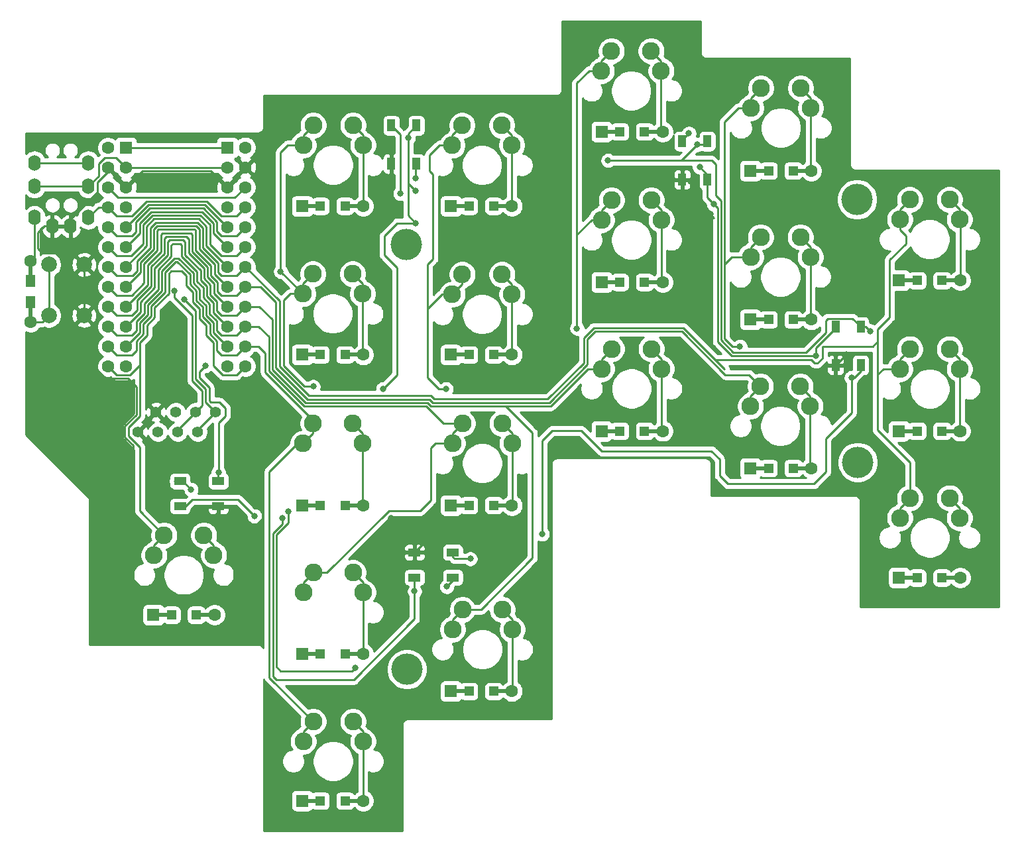
<source format=gbr>
%TF.GenerationSoftware,KiCad,Pcbnew,5.1.10*%
%TF.CreationDate,2021-06-14T18:04:53+02:00*%
%TF.ProjectId,scattered-bat-pcb,73636174-7465-4726-9564-2d6261742d70,rev?*%
%TF.SameCoordinates,Original*%
%TF.FileFunction,Copper,L1,Top*%
%TF.FilePolarity,Positive*%
%FSLAX46Y46*%
G04 Gerber Fmt 4.6, Leading zero omitted, Abs format (unit mm)*
G04 Created by KiCad (PCBNEW 5.1.10) date 2021-06-14 18:04:53*
%MOMM*%
%LPD*%
G01*
G04 APERTURE LIST*
%TA.AperFunction,ComponentPad*%
%ADD10C,1.600000*%
%TD*%
%TA.AperFunction,ComponentPad*%
%ADD11R,1.600000X1.600000*%
%TD*%
%TA.AperFunction,ComponentPad*%
%ADD12C,1.397000*%
%TD*%
%TA.AperFunction,ComponentPad*%
%ADD13C,2.286000*%
%TD*%
%TA.AperFunction,SMDPad,CuDef*%
%ADD14R,0.500000X2.900000*%
%TD*%
%TA.AperFunction,SMDPad,CuDef*%
%ADD15R,1.200000X1.500000*%
%TD*%
%TA.AperFunction,ComponentPad*%
%ADD16C,0.500000*%
%TD*%
%TA.AperFunction,ComponentPad*%
%ADD17C,4.000000*%
%TD*%
%TA.AperFunction,ComponentPad*%
%ADD18C,2.000000*%
%TD*%
%TA.AperFunction,SMDPad,CuDef*%
%ADD19R,1.000000X1.500000*%
%TD*%
%TA.AperFunction,ComponentPad*%
%ADD20O,1.600000X2.000000*%
%TD*%
%TA.AperFunction,SMDPad,CuDef*%
%ADD21R,1.500000X1.000000*%
%TD*%
%TA.AperFunction,SMDPad,CuDef*%
%ADD22R,2.500000X0.500000*%
%TD*%
%TA.AperFunction,SMDPad,CuDef*%
%ADD23R,1.200000X1.200000*%
%TD*%
%TA.AperFunction,ViaPad*%
%ADD24C,0.800000*%
%TD*%
%TA.AperFunction,Conductor*%
%ADD25C,0.250000*%
%TD*%
%TA.AperFunction,Conductor*%
%ADD26C,0.254000*%
%TD*%
%TA.AperFunction,Conductor*%
%ADD27C,0.100000*%
%TD*%
G04 APERTURE END LIST*
D10*
%TO.P,U1,24*%
%TO.N,Net-(U1-Pad24)*%
X69340000Y-55020000D03*
%TO.P,U1,23*%
%TO.N,GND*%
X69340000Y-57560000D03*
%TO.P,U1,22*%
%TO.N,RST*%
X69340000Y-60100000D03*
%TO.P,U1,21*%
%TO.N,+5V*%
X69340000Y-62640000D03*
%TO.P,U1,20*%
%TO.N,ledin*%
X69340000Y-65180000D03*
%TO.P,U1,19*%
%TO.N,Col0*%
X69340000Y-67720000D03*
%TO.P,U1,18*%
%TO.N,Col1*%
X69340000Y-70260000D03*
%TO.P,U1,17*%
%TO.N,Col2*%
X69340000Y-72800000D03*
%TO.P,U1,16*%
%TO.N,Col3*%
X69340000Y-75340000D03*
%TO.P,U1,15*%
%TO.N,Col4*%
X69340000Y-77880000D03*
%TO.P,U1,14*%
%TO.N,Col5*%
X69340000Y-80420000D03*
%TO.P,U1,13*%
%TO.N,Col6*%
X69340000Y-82960000D03*
%TO.P,U1,12*%
%TO.N,Net-(U1-Pad12)*%
X54100000Y-82960000D03*
%TO.P,U1,11*%
%TO.N,Row0*%
X54100000Y-80420000D03*
%TO.P,U1,10*%
%TO.N,Row1*%
X54100000Y-77880000D03*
%TO.P,U1,9*%
%TO.N,Row2*%
X54100000Y-75340000D03*
%TO.P,U1,8*%
%TO.N,Row3*%
X54100000Y-72800000D03*
%TO.P,U1,7*%
%TO.N,Row4*%
X54100000Y-70260000D03*
%TO.P,U1,6*%
%TO.N,SDA-OLED*%
X54100000Y-67720000D03*
%TO.P,U1,5*%
%TO.N,SCL-OLED*%
X54100000Y-65180000D03*
%TO.P,U1,4*%
%TO.N,GND*%
X54100000Y-62640000D03*
%TO.P,U1,3*%
X54100000Y-60100000D03*
%TO.P,U1,2*%
%TO.N,TRRS1*%
X54100000Y-57560000D03*
D11*
%TO.P,U1,1*%
%TO.N,Net-(U1-Pad1)*%
X54100000Y-55020000D03*
%TD*%
D12*
%TO.P,Brd1,4*%
%TO.N,SDA-OLED*%
X63260000Y-91360000D03*
%TO.P,Brd1,3*%
%TO.N,SCL-OLED*%
X60720000Y-91360000D03*
%TO.P,Brd1,2*%
%TO.N,+5V*%
X58180000Y-91360000D03*
%TO.P,Brd1,1*%
%TO.N,GND*%
X55640000Y-91360000D03*
%TD*%
D13*
%TO.P,K17,1*%
%TO.N,Col5*%
X76690000Y-73710000D03*
%TO.P,K17,2*%
%TO.N,Net-(D17-Pad2)*%
X83040000Y-71170000D03*
%TO.P,K17,1*%
%TO.N,Col5*%
X77960000Y-71170000D03*
%TO.P,K17,2*%
%TO.N,Net-(D17-Pad2)*%
X84310000Y-73710000D03*
%TD*%
D11*
%TO.P,U1,1*%
%TO.N,Net-(U1-Pad1)*%
X67030000Y-55040000D03*
D10*
%TO.P,U1,2*%
%TO.N,TRRS1*%
X67030000Y-57580000D03*
%TO.P,U1,3*%
%TO.N,GND*%
X67030000Y-60120000D03*
%TO.P,U1,4*%
X67030000Y-62660000D03*
%TO.P,U1,5*%
%TO.N,SCL-OLED*%
X67030000Y-65200000D03*
%TO.P,U1,6*%
%TO.N,SDA-OLED*%
X67030000Y-67740000D03*
%TO.P,U1,7*%
%TO.N,Row4*%
X67030000Y-70280000D03*
%TO.P,U1,8*%
%TO.N,Row3*%
X67030000Y-72820000D03*
%TO.P,U1,9*%
%TO.N,Row2*%
X67030000Y-75360000D03*
%TO.P,U1,10*%
%TO.N,Row1*%
X67030000Y-77900000D03*
%TO.P,U1,11*%
%TO.N,Row0*%
X67030000Y-80440000D03*
%TO.P,U1,12*%
%TO.N,Net-(U1-Pad12)*%
X67030000Y-82980000D03*
%TO.P,U1,13*%
%TO.N,Col6*%
X51790000Y-82980000D03*
%TO.P,U1,14*%
%TO.N,Col5*%
X51790000Y-80440000D03*
%TO.P,U1,15*%
%TO.N,Col4*%
X51790000Y-77900000D03*
%TO.P,U1,16*%
%TO.N,Col3*%
X51790000Y-75360000D03*
%TO.P,U1,17*%
%TO.N,Col2*%
X51790000Y-72820000D03*
%TO.P,U1,18*%
%TO.N,Col1*%
X51790000Y-70280000D03*
%TO.P,U1,19*%
%TO.N,Col0*%
X51790000Y-67740000D03*
%TO.P,U1,20*%
%TO.N,ledin*%
X51790000Y-65200000D03*
%TO.P,U1,21*%
%TO.N,+5V*%
X51790000Y-62660000D03*
%TO.P,U1,22*%
%TO.N,RST*%
X51790000Y-60120000D03*
%TO.P,U1,23*%
%TO.N,GND*%
X51790000Y-57580000D03*
%TO.P,U1,24*%
%TO.N,Net-(U1-Pad24)*%
X51790000Y-55040000D03*
%TD*%
D14*
%TO.P,R1,1*%
%TO.N,+5V*%
X41920000Y-70890000D03*
%TO.P,R1,2*%
%TO.N,RST*%
X41920000Y-75890000D03*
D10*
%TO.P,R1,1*%
%TO.N,+5V*%
X41920000Y-69490000D03*
%TO.P,R1,2*%
%TO.N,RST*%
X41920000Y-77290000D03*
D15*
X41920000Y-74740000D03*
%TO.P,R1,1*%
%TO.N,+5V*%
X41920000Y-72040000D03*
%TD*%
D16*
%TO.P,3,1*%
%TO.N,N/C*%
X91030000Y-120650000D03*
X88910000Y-120650000D03*
X88910000Y-122770000D03*
X91030000Y-122770000D03*
X89970000Y-120210000D03*
X89970000Y-123210000D03*
X88470000Y-121710000D03*
X91470000Y-121710000D03*
D17*
X89970000Y-121710000D03*
%TD*%
D16*
%TO.P,5,1*%
%TO.N,N/C*%
X148550000Y-60590000D03*
X146430000Y-60590000D03*
X146430000Y-62710000D03*
X148550000Y-62710000D03*
X147490000Y-60150000D03*
X147490000Y-63150000D03*
X145990000Y-61650000D03*
X148990000Y-61650000D03*
D17*
X147490000Y-61650000D03*
%TD*%
D13*
%TO.P,K14,1*%
%TO.N,Col4*%
X95790000Y-92830000D03*
%TO.P,K14,2*%
%TO.N,Net-(D14-Pad2)*%
X102140000Y-90290000D03*
%TO.P,K14,1*%
%TO.N,Col4*%
X97060000Y-90290000D03*
%TO.P,K14,2*%
%TO.N,Net-(D14-Pad2)*%
X103410000Y-92830000D03*
%TD*%
D16*
%TO.P,6,1*%
%TO.N,N/C*%
X90970000Y-66390000D03*
X88850000Y-66390000D03*
X88850000Y-68510000D03*
X90970000Y-68510000D03*
X89910000Y-65950000D03*
X89910000Y-68950000D03*
X88410000Y-67450000D03*
X91410000Y-67450000D03*
D17*
X89910000Y-67450000D03*
%TD*%
D18*
%TO.P,K00,2*%
%TO.N,RST*%
X44230000Y-69990000D03*
%TO.P,K00,1*%
%TO.N,GND*%
X48730000Y-69990000D03*
%TO.P,K00,2*%
%TO.N,RST*%
X44230000Y-76490000D03*
%TO.P,K00,1*%
%TO.N,GND*%
X48730000Y-76490000D03*
%TD*%
D16*
%TO.P,4,1*%
%TO.N,N/C*%
X148640000Y-94180000D03*
X146520000Y-94180000D03*
X146520000Y-96300000D03*
X148640000Y-96300000D03*
X147580000Y-93740000D03*
X147580000Y-96740000D03*
X146080000Y-95240000D03*
X149080000Y-95240000D03*
D17*
X147580000Y-95240000D03*
%TD*%
D11*
%TO.P,D23,1*%
%TO.N,Row2*%
X57600000Y-114750000D03*
D10*
%TO.P,D23,2*%
%TO.N,Net-(D23-Pad2)*%
X65400000Y-114750000D03*
%TD*%
D11*
%TO.P,D17,1*%
%TO.N,Row1*%
X76600000Y-81490000D03*
D10*
%TO.P,D17,2*%
%TO.N,Net-(D17-Pad2)*%
X84400000Y-81490000D03*
%TD*%
D11*
%TO.P,D18,1*%
%TO.N,Row2*%
X76600000Y-100750000D03*
D10*
%TO.P,D18,2*%
%TO.N,Net-(D18-Pad2)*%
X84400000Y-100750000D03*
%TD*%
D11*
%TO.P,D19,1*%
%TO.N,Row3*%
X76600000Y-119750000D03*
D10*
%TO.P,D19,2*%
%TO.N,Net-(D19-Pad2)*%
X84400000Y-119750000D03*
%TD*%
D11*
%TO.P,D20,1*%
%TO.N,Row3*%
X76600000Y-138500000D03*
D10*
%TO.P,D20,2*%
%TO.N,Net-(D20-Pad2)*%
X84400000Y-138500000D03*
%TD*%
D11*
%TO.P,D13,1*%
%TO.N,Row1*%
X95600000Y-81500000D03*
D10*
%TO.P,D13,2*%
%TO.N,Net-(D13-Pad2)*%
X103400000Y-81500000D03*
%TD*%
D11*
%TO.P,D14,1*%
%TO.N,Row2*%
X95600000Y-100750000D03*
D10*
%TO.P,D14,2*%
%TO.N,Net-(D14-Pad2)*%
X103400000Y-100750000D03*
%TD*%
D11*
%TO.P,D15,1*%
%TO.N,Row3*%
X95600000Y-124500000D03*
D10*
%TO.P,D15,2*%
%TO.N,Net-(D15-Pad2)*%
X103400000Y-124500000D03*
%TD*%
D11*
%TO.P,D10,1*%
%TO.N,Row1*%
X114860000Y-72230000D03*
D10*
%TO.P,D10,2*%
%TO.N,Net-(D10-Pad2)*%
X122660000Y-72230000D03*
%TD*%
D11*
%TO.P,D11,1*%
%TO.N,Row2*%
X114850000Y-91250000D03*
D10*
%TO.P,D11,2*%
%TO.N,Net-(D11-Pad2)*%
X122650000Y-91250000D03*
%TD*%
D11*
%TO.P,D8,1*%
%TO.N,Row2*%
X133850000Y-96000000D03*
D10*
%TO.P,D8,2*%
%TO.N,Net-(D8-Pad2)*%
X141650000Y-96000000D03*
%TD*%
D11*
%TO.P,D7,1*%
%TO.N,Row1*%
X133860000Y-77010000D03*
D10*
%TO.P,D7,2*%
%TO.N,Net-(D7-Pad2)*%
X141660000Y-77010000D03*
%TD*%
D11*
%TO.P,D4,1*%
%TO.N,Row1*%
X152840000Y-91250000D03*
D10*
%TO.P,D4,2*%
%TO.N,Net-(D4-Pad2)*%
X160640000Y-91250000D03*
%TD*%
D11*
%TO.P,D5,1*%
%TO.N,Row2*%
X152850000Y-109990000D03*
D10*
%TO.P,D5,2*%
%TO.N,Net-(D5-Pad2)*%
X160650000Y-109990000D03*
%TD*%
D11*
%TO.P,D3,1*%
%TO.N,Row0*%
X152850000Y-72000000D03*
D10*
%TO.P,D3,2*%
%TO.N,Net-(D3-Pad2)*%
X160650000Y-72000000D03*
%TD*%
D11*
%TO.P,D6,1*%
%TO.N,Row0*%
X133850000Y-58000000D03*
D10*
%TO.P,D6,2*%
%TO.N,Net-(D6-Pad2)*%
X141650000Y-58000000D03*
%TD*%
D11*
%TO.P,D9,1*%
%TO.N,Row0*%
X114850000Y-53000000D03*
D10*
%TO.P,D9,2*%
%TO.N,Net-(D9-Pad2)*%
X122650000Y-53000000D03*
%TD*%
D11*
%TO.P,D12,1*%
%TO.N,Row0*%
X95600000Y-62500000D03*
D10*
%TO.P,D12,2*%
%TO.N,Net-(D12-Pad2)*%
X103400000Y-62500000D03*
%TD*%
D11*
%TO.P,D16,1*%
%TO.N,Row0*%
X76600000Y-62510000D03*
D10*
%TO.P,D16,2*%
%TO.N,Net-(D16-Pad2)*%
X84400000Y-62510000D03*
%TD*%
D13*
%TO.P,K5,1*%
%TO.N,Col1*%
X152950000Y-102340000D03*
%TO.P,K5,2*%
%TO.N,Net-(D5-Pad2)*%
X159300000Y-99800000D03*
%TO.P,K5,1*%
%TO.N,Col1*%
X154220000Y-99800000D03*
%TO.P,K5,2*%
%TO.N,Net-(D5-Pad2)*%
X160570000Y-102340000D03*
%TD*%
D19*
%TO.P,D38,1*%
%TO.N,+5V*%
X147950000Y-77930000D03*
%TO.P,D38,2*%
%TO.N,Net-(D38-Pad2)*%
X144750000Y-77930000D03*
%TO.P,D38,4*%
%TO.N,Net-(D37-Pad2)*%
X147950000Y-82830000D03*
%TO.P,D38,3*%
%TO.N,GND*%
X144750000Y-82830000D03*
%TD*%
D13*
%TO.P,K8,1*%
%TO.N,Col2*%
X133880000Y-88070000D03*
%TO.P,K8,2*%
%TO.N,Net-(D8-Pad2)*%
X140230000Y-85530000D03*
%TO.P,K8,1*%
%TO.N,Col2*%
X135150000Y-85530000D03*
%TO.P,K8,2*%
%TO.N,Net-(D8-Pad2)*%
X141500000Y-88070000D03*
%TD*%
%TO.P,K4,1*%
%TO.N,Col1*%
X152950000Y-83300000D03*
%TO.P,K4,2*%
%TO.N,Net-(D4-Pad2)*%
X159300000Y-80760000D03*
%TO.P,K4,1*%
%TO.N,Col1*%
X154220000Y-80760000D03*
%TO.P,K4,2*%
%TO.N,Net-(D4-Pad2)*%
X160570000Y-83300000D03*
%TD*%
D20*
%TO.P,U2,1*%
%TO.N,GND*%
X47000000Y-65070000D03*
%TO.P,U2,2*%
%TO.N,+5V*%
X42400000Y-63970000D03*
%TO.P,U2,4*%
%TO.N,Net-(U2-Pad4)*%
X42400000Y-56970000D03*
%TO.P,U2,3*%
%TO.N,TRRS1*%
X42400000Y-59970000D03*
%TD*%
%TO.P,U2,3*%
%TO.N,TRRS1*%
X49290000Y-59970000D03*
%TO.P,U2,4*%
%TO.N,Net-(U2-Pad4)*%
X49290000Y-56970000D03*
%TO.P,U2,2*%
%TO.N,+5V*%
X49290000Y-63970000D03*
%TO.P,U2,1*%
%TO.N,GND*%
X44690000Y-65070000D03*
%TD*%
D13*
%TO.P,K23,1*%
%TO.N,Col6*%
X57680000Y-107110000D03*
%TO.P,K23,2*%
%TO.N,Net-(D23-Pad2)*%
X64030000Y-104570000D03*
%TO.P,K23,1*%
%TO.N,Col6*%
X58950000Y-104570000D03*
%TO.P,K23,2*%
%TO.N,Net-(D23-Pad2)*%
X65300000Y-107110000D03*
%TD*%
%TO.P,K20,1*%
%TO.N,Col5*%
X76740000Y-130910000D03*
%TO.P,K20,2*%
%TO.N,Net-(D20-Pad2)*%
X83090000Y-128370000D03*
%TO.P,K20,1*%
%TO.N,Col5*%
X78010000Y-128370000D03*
%TO.P,K20,2*%
%TO.N,Net-(D20-Pad2)*%
X84360000Y-130910000D03*
%TD*%
%TO.P,K19,1*%
%TO.N,Col4*%
X76740000Y-111880000D03*
%TO.P,K19,2*%
%TO.N,Net-(D19-Pad2)*%
X83090000Y-109340000D03*
%TO.P,K19,1*%
%TO.N,Col4*%
X78010000Y-109340000D03*
%TO.P,K19,2*%
%TO.N,Net-(D19-Pad2)*%
X84360000Y-111880000D03*
%TD*%
%TO.P,K18,1*%
%TO.N,Col5*%
X76730000Y-92840000D03*
%TO.P,K18,2*%
%TO.N,Net-(D18-Pad2)*%
X83080000Y-90300000D03*
%TO.P,K18,1*%
%TO.N,Col5*%
X78000000Y-90300000D03*
%TO.P,K18,2*%
%TO.N,Net-(D18-Pad2)*%
X84350000Y-92840000D03*
%TD*%
%TO.P,K16,1*%
%TO.N,Col5*%
X76740000Y-54710000D03*
%TO.P,K16,2*%
%TO.N,Net-(D16-Pad2)*%
X83090000Y-52170000D03*
%TO.P,K16,1*%
%TO.N,Col5*%
X78010000Y-52170000D03*
%TO.P,K16,2*%
%TO.N,Net-(D16-Pad2)*%
X84360000Y-54710000D03*
%TD*%
%TO.P,K15,1*%
%TO.N,Col3*%
X95810000Y-116610000D03*
%TO.P,K15,2*%
%TO.N,Net-(D15-Pad2)*%
X102160000Y-114070000D03*
%TO.P,K15,1*%
%TO.N,Col3*%
X97080000Y-114070000D03*
%TO.P,K15,2*%
%TO.N,Net-(D15-Pad2)*%
X103430000Y-116610000D03*
%TD*%
%TO.P,K13,1*%
%TO.N,Col4*%
X95780000Y-73780000D03*
%TO.P,K13,2*%
%TO.N,Net-(D13-Pad2)*%
X102130000Y-71240000D03*
%TO.P,K13,1*%
%TO.N,Col4*%
X97050000Y-71240000D03*
%TO.P,K13,2*%
%TO.N,Net-(D13-Pad2)*%
X103400000Y-73780000D03*
%TD*%
%TO.P,K12,1*%
%TO.N,Col4*%
X95770000Y-54740000D03*
%TO.P,K12,2*%
%TO.N,Net-(D12-Pad2)*%
X102120000Y-52200000D03*
%TO.P,K12,1*%
%TO.N,Col4*%
X97040000Y-52200000D03*
%TO.P,K12,2*%
%TO.N,Net-(D12-Pad2)*%
X103390000Y-54740000D03*
%TD*%
%TO.P,K11,1*%
%TO.N,Col3*%
X114850000Y-83290000D03*
%TO.P,K11,2*%
%TO.N,Net-(D11-Pad2)*%
X121200000Y-80750000D03*
%TO.P,K11,1*%
%TO.N,Col3*%
X116120000Y-80750000D03*
%TO.P,K11,2*%
%TO.N,Net-(D11-Pad2)*%
X122470000Y-83290000D03*
%TD*%
%TO.P,K10,1*%
%TO.N,Col3*%
X114840000Y-64270000D03*
%TO.P,K10,2*%
%TO.N,Net-(D10-Pad2)*%
X121190000Y-61730000D03*
%TO.P,K10,1*%
%TO.N,Col3*%
X116110000Y-61730000D03*
%TO.P,K10,2*%
%TO.N,Net-(D10-Pad2)*%
X122460000Y-64270000D03*
%TD*%
%TO.P,K9,1*%
%TO.N,Col3*%
X114830000Y-45220000D03*
%TO.P,K9,2*%
%TO.N,Net-(D9-Pad2)*%
X121180000Y-42680000D03*
%TO.P,K9,1*%
%TO.N,Col3*%
X116100000Y-42680000D03*
%TO.P,K9,2*%
%TO.N,Net-(D9-Pad2)*%
X122450000Y-45220000D03*
%TD*%
%TO.P,K7,1*%
%TO.N,Col2*%
X133890000Y-69000000D03*
%TO.P,K7,2*%
%TO.N,Net-(D7-Pad2)*%
X140240000Y-66460000D03*
%TO.P,K7,1*%
%TO.N,Col2*%
X135160000Y-66460000D03*
%TO.P,K7,2*%
%TO.N,Net-(D7-Pad2)*%
X141510000Y-69000000D03*
%TD*%
%TO.P,K6,1*%
%TO.N,Col2*%
X133940000Y-49960000D03*
%TO.P,K6,2*%
%TO.N,Net-(D6-Pad2)*%
X140290000Y-47420000D03*
%TO.P,K6,1*%
%TO.N,Col2*%
X135210000Y-47420000D03*
%TO.P,K6,2*%
%TO.N,Net-(D6-Pad2)*%
X141560000Y-49960000D03*
%TD*%
%TO.P,K3,1*%
%TO.N,Col1*%
X152940000Y-64210000D03*
%TO.P,K3,2*%
%TO.N,Net-(D3-Pad2)*%
X159290000Y-61670000D03*
%TO.P,K3,1*%
%TO.N,Col1*%
X154210000Y-61670000D03*
%TO.P,K3,2*%
%TO.N,Net-(D3-Pad2)*%
X160560000Y-64210000D03*
%TD*%
D19*
%TO.P,D39,1*%
%TO.N,+5V*%
X128350000Y-54220000D03*
%TO.P,D39,2*%
%TO.N,Net-(D39-Pad2)*%
X125150000Y-54220000D03*
%TO.P,D39,4*%
%TO.N,Net-(D38-Pad2)*%
X128350000Y-59120000D03*
%TO.P,D39,3*%
%TO.N,GND*%
X125150000Y-59120000D03*
%TD*%
D21*
%TO.P,D37,1*%
%TO.N,+5V*%
X95850000Y-109960000D03*
%TO.P,D37,2*%
%TO.N,Net-(D37-Pad2)*%
X95850000Y-106760000D03*
%TO.P,D37,4*%
%TO.N,Net-(D36-Pad2)*%
X90950000Y-109960000D03*
%TO.P,D37,3*%
%TO.N,GND*%
X90950000Y-106760000D03*
%TD*%
%TO.P,D36,1*%
%TO.N,+5V*%
X61000000Y-97660000D03*
%TO.P,D36,2*%
%TO.N,Net-(D36-Pad2)*%
X61000000Y-100860000D03*
%TO.P,D36,4*%
%TO.N,Net-(D35-Pad2)*%
X65900000Y-97660000D03*
%TO.P,D36,3*%
%TO.N,GND*%
X65900000Y-100860000D03*
%TD*%
D19*
%TO.P,D35,1*%
%TO.N,+5V*%
X91190000Y-52200000D03*
%TO.P,D35,2*%
%TO.N,Net-(D35-Pad2)*%
X87990000Y-52200000D03*
%TO.P,D35,4*%
%TO.N,ledin*%
X91190000Y-57100000D03*
%TO.P,D35,3*%
%TO.N,GND*%
X87990000Y-57100000D03*
%TD*%
D22*
%TO.P,D23,2*%
%TO.N,Net-(D23-Pad2)*%
X64200000Y-114750000D03*
%TO.P,D23,1*%
%TO.N,Row2*%
X58800000Y-114750000D03*
D10*
%TO.P,D23,2*%
%TO.N,Net-(D23-Pad2)*%
X65400000Y-114750000D03*
D11*
%TO.P,D23,1*%
%TO.N,Row2*%
X57600000Y-114750000D03*
D23*
X59925000Y-114750000D03*
%TO.P,D23,2*%
%TO.N,Net-(D23-Pad2)*%
X63075000Y-114750000D03*
%TD*%
D22*
%TO.P,D20,2*%
%TO.N,Net-(D20-Pad2)*%
X83200000Y-138500000D03*
%TO.P,D20,1*%
%TO.N,Row3*%
X77800000Y-138500000D03*
D10*
%TO.P,D20,2*%
%TO.N,Net-(D20-Pad2)*%
X84400000Y-138500000D03*
D11*
%TO.P,D20,1*%
%TO.N,Row3*%
X76600000Y-138500000D03*
D23*
X78925000Y-138500000D03*
%TO.P,D20,2*%
%TO.N,Net-(D20-Pad2)*%
X82075000Y-138500000D03*
%TD*%
D22*
%TO.P,D19,2*%
%TO.N,Net-(D19-Pad2)*%
X83200000Y-119750000D03*
%TO.P,D19,1*%
%TO.N,Row3*%
X77800000Y-119750000D03*
D10*
%TO.P,D19,2*%
%TO.N,Net-(D19-Pad2)*%
X84400000Y-119750000D03*
D11*
%TO.P,D19,1*%
%TO.N,Row3*%
X76600000Y-119750000D03*
D23*
X78925000Y-119750000D03*
%TO.P,D19,2*%
%TO.N,Net-(D19-Pad2)*%
X82075000Y-119750000D03*
%TD*%
D22*
%TO.P,D18,2*%
%TO.N,Net-(D18-Pad2)*%
X83200000Y-100750000D03*
%TO.P,D18,1*%
%TO.N,Row2*%
X77800000Y-100750000D03*
D10*
%TO.P,D18,2*%
%TO.N,Net-(D18-Pad2)*%
X84400000Y-100750000D03*
D11*
%TO.P,D18,1*%
%TO.N,Row2*%
X76600000Y-100750000D03*
D23*
X78925000Y-100750000D03*
%TO.P,D18,2*%
%TO.N,Net-(D18-Pad2)*%
X82075000Y-100750000D03*
%TD*%
D22*
%TO.P,D17,2*%
%TO.N,Net-(D17-Pad2)*%
X83200000Y-81500000D03*
%TO.P,D17,1*%
%TO.N,Row1*%
X77800000Y-81500000D03*
D10*
%TO.P,D17,2*%
%TO.N,Net-(D17-Pad2)*%
X84400000Y-81500000D03*
D11*
%TO.P,D17,1*%
%TO.N,Row1*%
X76600000Y-81500000D03*
D23*
X78925000Y-81500000D03*
%TO.P,D17,2*%
%TO.N,Net-(D17-Pad2)*%
X82075000Y-81500000D03*
%TD*%
D22*
%TO.P,D16,2*%
%TO.N,Net-(D16-Pad2)*%
X83200000Y-62500000D03*
%TO.P,D16,1*%
%TO.N,Row0*%
X77800000Y-62500000D03*
D10*
%TO.P,D16,2*%
%TO.N,Net-(D16-Pad2)*%
X84400000Y-62500000D03*
D11*
%TO.P,D16,1*%
%TO.N,Row0*%
X76600000Y-62500000D03*
D23*
X78925000Y-62500000D03*
%TO.P,D16,2*%
%TO.N,Net-(D16-Pad2)*%
X82075000Y-62500000D03*
%TD*%
D22*
%TO.P,D15,2*%
%TO.N,Net-(D15-Pad2)*%
X102200000Y-124500000D03*
%TO.P,D15,1*%
%TO.N,Row3*%
X96800000Y-124500000D03*
D10*
%TO.P,D15,2*%
%TO.N,Net-(D15-Pad2)*%
X103400000Y-124500000D03*
D11*
%TO.P,D15,1*%
%TO.N,Row3*%
X95600000Y-124500000D03*
D23*
X97925000Y-124500000D03*
%TO.P,D15,2*%
%TO.N,Net-(D15-Pad2)*%
X101075000Y-124500000D03*
%TD*%
D22*
%TO.P,D14,2*%
%TO.N,Net-(D14-Pad2)*%
X102200000Y-100750000D03*
%TO.P,D14,1*%
%TO.N,Row2*%
X96800000Y-100750000D03*
D10*
%TO.P,D14,2*%
%TO.N,Net-(D14-Pad2)*%
X103400000Y-100750000D03*
D11*
%TO.P,D14,1*%
%TO.N,Row2*%
X95600000Y-100750000D03*
D23*
X97925000Y-100750000D03*
%TO.P,D14,2*%
%TO.N,Net-(D14-Pad2)*%
X101075000Y-100750000D03*
%TD*%
D22*
%TO.P,D13,2*%
%TO.N,Net-(D13-Pad2)*%
X102200000Y-81500000D03*
%TO.P,D13,1*%
%TO.N,Row1*%
X96800000Y-81500000D03*
D10*
%TO.P,D13,2*%
%TO.N,Net-(D13-Pad2)*%
X103400000Y-81500000D03*
D11*
%TO.P,D13,1*%
%TO.N,Row1*%
X95600000Y-81500000D03*
D23*
X97925000Y-81500000D03*
%TO.P,D13,2*%
%TO.N,Net-(D13-Pad2)*%
X101075000Y-81500000D03*
%TD*%
D22*
%TO.P,D12,2*%
%TO.N,Net-(D12-Pad2)*%
X102200000Y-62500000D03*
%TO.P,D12,1*%
%TO.N,Row0*%
X96800000Y-62500000D03*
D10*
%TO.P,D12,2*%
%TO.N,Net-(D12-Pad2)*%
X103400000Y-62500000D03*
D11*
%TO.P,D12,1*%
%TO.N,Row0*%
X95600000Y-62500000D03*
D23*
X97925000Y-62500000D03*
%TO.P,D12,2*%
%TO.N,Net-(D12-Pad2)*%
X101075000Y-62500000D03*
%TD*%
D22*
%TO.P,D11,2*%
%TO.N,Net-(D11-Pad2)*%
X121450000Y-91250000D03*
%TO.P,D11,1*%
%TO.N,Row2*%
X116050000Y-91250000D03*
D10*
%TO.P,D11,2*%
%TO.N,Net-(D11-Pad2)*%
X122650000Y-91250000D03*
D11*
%TO.P,D11,1*%
%TO.N,Row2*%
X114850000Y-91250000D03*
D23*
X117175000Y-91250000D03*
%TO.P,D11,2*%
%TO.N,Net-(D11-Pad2)*%
X120325000Y-91250000D03*
%TD*%
D22*
%TO.P,D10,2*%
%TO.N,Net-(D10-Pad2)*%
X121450000Y-72230000D03*
%TO.P,D10,1*%
%TO.N,Row1*%
X116050000Y-72230000D03*
D10*
%TO.P,D10,2*%
%TO.N,Net-(D10-Pad2)*%
X122650000Y-72230000D03*
D11*
%TO.P,D10,1*%
%TO.N,Row1*%
X114850000Y-72230000D03*
D23*
X117175000Y-72230000D03*
%TO.P,D10,2*%
%TO.N,Net-(D10-Pad2)*%
X120325000Y-72230000D03*
%TD*%
D22*
%TO.P,D9,2*%
%TO.N,Net-(D9-Pad2)*%
X121450000Y-53000000D03*
%TO.P,D9,1*%
%TO.N,Row0*%
X116050000Y-53000000D03*
D10*
%TO.P,D9,2*%
%TO.N,Net-(D9-Pad2)*%
X122650000Y-53000000D03*
D11*
%TO.P,D9,1*%
%TO.N,Row0*%
X114850000Y-53000000D03*
D23*
X117175000Y-53000000D03*
%TO.P,D9,2*%
%TO.N,Net-(D9-Pad2)*%
X120325000Y-53000000D03*
%TD*%
D22*
%TO.P,D8,2*%
%TO.N,Net-(D8-Pad2)*%
X140450000Y-96000000D03*
%TO.P,D8,1*%
%TO.N,Row2*%
X135050000Y-96000000D03*
D10*
%TO.P,D8,2*%
%TO.N,Net-(D8-Pad2)*%
X141650000Y-96000000D03*
D11*
%TO.P,D8,1*%
%TO.N,Row2*%
X133850000Y-96000000D03*
D23*
X136175000Y-96000000D03*
%TO.P,D8,2*%
%TO.N,Net-(D8-Pad2)*%
X139325000Y-96000000D03*
%TD*%
D22*
%TO.P,D7,2*%
%TO.N,Net-(D7-Pad2)*%
X140450000Y-77000000D03*
%TO.P,D7,1*%
%TO.N,Row1*%
X135050000Y-77000000D03*
D10*
%TO.P,D7,2*%
%TO.N,Net-(D7-Pad2)*%
X141650000Y-77000000D03*
D11*
%TO.P,D7,1*%
%TO.N,Row1*%
X133850000Y-77000000D03*
D23*
X136175000Y-77000000D03*
%TO.P,D7,2*%
%TO.N,Net-(D7-Pad2)*%
X139325000Y-77000000D03*
%TD*%
D22*
%TO.P,D6,2*%
%TO.N,Net-(D6-Pad2)*%
X140450000Y-58000000D03*
%TO.P,D6,1*%
%TO.N,Row0*%
X135050000Y-58000000D03*
D10*
%TO.P,D6,2*%
%TO.N,Net-(D6-Pad2)*%
X141650000Y-58000000D03*
D11*
%TO.P,D6,1*%
%TO.N,Row0*%
X133850000Y-58000000D03*
D23*
X136175000Y-58000000D03*
%TO.P,D6,2*%
%TO.N,Net-(D6-Pad2)*%
X139325000Y-58000000D03*
%TD*%
D22*
%TO.P,D5,2*%
%TO.N,Net-(D5-Pad2)*%
X159450000Y-110000000D03*
%TO.P,D5,1*%
%TO.N,Row2*%
X154050000Y-110000000D03*
D10*
%TO.P,D5,2*%
%TO.N,Net-(D5-Pad2)*%
X160650000Y-110000000D03*
D11*
%TO.P,D5,1*%
%TO.N,Row2*%
X152850000Y-110000000D03*
D23*
X155175000Y-110000000D03*
%TO.P,D5,2*%
%TO.N,Net-(D5-Pad2)*%
X158325000Y-110000000D03*
%TD*%
D22*
%TO.P,D4,2*%
%TO.N,Net-(D4-Pad2)*%
X159450000Y-91250000D03*
%TO.P,D4,1*%
%TO.N,Row1*%
X154050000Y-91250000D03*
D10*
%TO.P,D4,2*%
%TO.N,Net-(D4-Pad2)*%
X160650000Y-91250000D03*
D11*
%TO.P,D4,1*%
%TO.N,Row1*%
X152850000Y-91250000D03*
D23*
X155175000Y-91250000D03*
%TO.P,D4,2*%
%TO.N,Net-(D4-Pad2)*%
X158325000Y-91250000D03*
%TD*%
D22*
%TO.P,D3,2*%
%TO.N,Net-(D3-Pad2)*%
X159450000Y-72000000D03*
%TO.P,D3,1*%
%TO.N,Row0*%
X154050000Y-72000000D03*
D10*
%TO.P,D3,2*%
%TO.N,Net-(D3-Pad2)*%
X160650000Y-72000000D03*
D11*
%TO.P,D3,1*%
%TO.N,Row0*%
X152850000Y-72000000D03*
D23*
X155175000Y-72000000D03*
%TO.P,D3,2*%
%TO.N,Net-(D3-Pad2)*%
X158325000Y-72000000D03*
%TD*%
D12*
%TO.P,Brd1,1*%
%TO.N,GND*%
X57930000Y-88820000D03*
%TO.P,Brd1,2*%
%TO.N,+5V*%
X60470000Y-88820000D03*
%TO.P,Brd1,3*%
%TO.N,SCL-OLED*%
X63010000Y-88820000D03*
%TO.P,Brd1,4*%
%TO.N,SDA-OLED*%
X65550000Y-88820000D03*
%TD*%
D24*
%TO.N,SDA-OLED*%
X61570000Y-74420000D03*
%TO.N,SCL-OLED*%
X60300000Y-73360000D03*
%TO.N,+5V*%
X74840000Y-101510000D03*
X83360000Y-121490000D03*
X95090000Y-111140000D03*
X115680000Y-56670000D03*
X127060000Y-54670000D03*
X149150000Y-78480000D03*
X90140000Y-53770000D03*
X91090000Y-60560000D03*
X91090000Y-64670000D03*
X86929999Y-85869999D03*
X62410000Y-98730000D03*
%TO.N,GND*%
X91936410Y-105593590D03*
X70750000Y-99400000D03*
X87980000Y-102350000D03*
X126230000Y-59360000D03*
X65900000Y-102040000D03*
X128730000Y-63510000D03*
X146125000Y-81465000D03*
X88010000Y-54760000D03*
%TO.N,Net-(D35-Pad2)*%
X65910000Y-96520000D03*
X89150000Y-60910000D03*
X64250000Y-82890000D03*
%TO.N,ledin*%
X91110000Y-58920000D03*
%TO.N,Net-(D37-Pad2)*%
X107260000Y-104430000D03*
X98084999Y-107575001D03*
X146770000Y-84440000D03*
%TO.N,Net-(D38-Pad2)*%
X127385000Y-57525000D03*
X129200000Y-62270000D03*
X142229990Y-81670010D03*
%TO.N,Net-(D39-Pad2)*%
X126010000Y-53210000D03*
%TO.N,Col2*%
X132520000Y-80430000D03*
%TO.N,Col3*%
X111690000Y-78130000D03*
%TO.N,Col4*%
X94970000Y-85890000D03*
%TO.N,Col5*%
X73850000Y-70870000D03*
X78010000Y-85570000D03*
%TO.N,Net-(D36-Pad2)*%
X74070000Y-102350000D03*
X90950000Y-111730000D03*
X70510000Y-102110000D03*
%TD*%
D25*
%TO.N,SDA-OLED*%
X54100000Y-67720000D02*
X55831415Y-65988585D01*
X55831415Y-64721405D02*
X57312780Y-63240040D01*
X55831415Y-65988585D02*
X55831415Y-64721405D01*
X63790040Y-63240040D02*
X65259990Y-64709990D01*
X57312780Y-63240040D02*
X63790040Y-63240040D01*
X67030000Y-67716410D02*
X67030000Y-67740000D01*
X65259991Y-65946401D02*
X67030000Y-67716410D01*
X65259990Y-64709990D02*
X65259991Y-65946401D01*
X63260000Y-91110000D02*
X63260000Y-91360000D01*
X65550000Y-88820000D02*
X63260000Y-91110000D01*
X62999944Y-75849944D02*
X61570000Y-74420000D01*
X62999944Y-84629944D02*
X62999944Y-75849944D01*
X64270010Y-85900010D02*
X62999944Y-84629944D01*
X64270010Y-87540010D02*
X64270010Y-85900010D01*
X65550000Y-88820000D02*
X64270010Y-87540010D01*
%TO.N,SCL-OLED*%
X67030000Y-65200000D02*
X64170020Y-62340020D01*
X56939980Y-62340020D02*
X57440020Y-62340020D01*
X54100000Y-65180000D02*
X56939980Y-62340020D01*
X64170020Y-62340020D02*
X57440020Y-62340020D01*
X63820000Y-88010000D02*
X63010000Y-88820000D01*
X63820000Y-86086410D02*
X63820000Y-88010000D01*
X62549935Y-84816345D02*
X63820000Y-86086410D01*
X62549934Y-76472936D02*
X62549935Y-84816345D01*
X60300000Y-74223002D02*
X62549934Y-76472936D01*
X60300000Y-73360000D02*
X60300000Y-74223002D01*
X60720000Y-91110000D02*
X60720000Y-91360000D01*
X63010000Y-88820000D02*
X60720000Y-91110000D01*
%TO.N,+5V*%
X61000000Y-97660000D02*
X60260000Y-97660000D01*
X74840000Y-101510000D02*
X74840000Y-103006420D01*
X74840000Y-103006420D02*
X73310020Y-104536400D01*
X73310020Y-104536400D02*
X73310020Y-121110000D01*
X73310020Y-121110000D02*
X73310020Y-121350020D01*
X73310020Y-121350020D02*
X73860000Y-121900000D01*
X73860000Y-121900000D02*
X82950000Y-121900000D01*
X82950000Y-121900000D02*
X83360000Y-121490000D01*
X83360000Y-121490000D02*
X83360000Y-121490000D01*
X95850000Y-110380000D02*
X95090000Y-111140000D01*
X95850000Y-109960000D02*
X95850000Y-110380000D01*
X115680000Y-56670000D02*
X125050000Y-56670000D01*
X125050000Y-56670000D02*
X126560000Y-55160000D01*
X126570000Y-55160000D02*
X127060000Y-54670000D01*
X126560000Y-55160000D02*
X126570000Y-55160000D01*
X127900000Y-54670000D02*
X128350000Y-54220000D01*
X127060000Y-54670000D02*
X127900000Y-54670000D01*
X127060000Y-54670000D02*
X127060000Y-54810000D01*
X147950000Y-77930000D02*
X148600000Y-77930000D01*
X148600000Y-77930000D02*
X149150000Y-78480000D01*
X149150000Y-78480000D02*
X149150000Y-78480000D01*
X42625010Y-63744990D02*
X42400000Y-63970000D01*
X49290000Y-63970000D02*
X49064990Y-63744990D01*
X52895001Y-63765001D02*
X54844999Y-63765001D01*
X51790000Y-62660000D02*
X52895001Y-63765001D01*
X54844999Y-63765001D02*
X56719990Y-61890010D01*
X68194999Y-63785001D02*
X66275001Y-63785001D01*
X69340000Y-62640000D02*
X68194999Y-63785001D01*
X64380010Y-61890010D02*
X64090010Y-61890010D01*
X66275001Y-63785001D02*
X64380010Y-61890010D01*
X56719990Y-61890010D02*
X64090010Y-61890010D01*
X50600000Y-62660000D02*
X49290000Y-63970000D01*
X51790000Y-62660000D02*
X50600000Y-62660000D01*
X42400000Y-69010000D02*
X41920000Y-69490000D01*
X42400000Y-63970000D02*
X42400000Y-69010000D01*
X90140000Y-53250000D02*
X91190000Y-52200000D01*
X90140000Y-53770000D02*
X90140000Y-53250000D01*
X90140000Y-53770000D02*
X90140000Y-59610000D01*
X90140000Y-59610000D02*
X91090000Y-60560000D01*
X91090000Y-60560000D02*
X91090000Y-60560000D01*
X90140000Y-59610000D02*
X90140000Y-63720000D01*
X90140000Y-63720000D02*
X91090000Y-64670000D01*
X91090000Y-64670000D02*
X91090000Y-64670000D01*
X91090000Y-64670000D02*
X88760000Y-64670000D01*
X88760000Y-64670000D02*
X87100000Y-66330000D01*
X87100000Y-66330000D02*
X87100000Y-68740000D01*
X87100000Y-68740000D02*
X88740000Y-70380000D01*
X88740000Y-70380000D02*
X88740000Y-83400000D01*
X88740000Y-84059998D02*
X86929999Y-85869999D01*
X88740000Y-83400000D02*
X88740000Y-84059998D01*
X61340000Y-97660000D02*
X62410000Y-98730000D01*
X61000000Y-97660000D02*
X61340000Y-97660000D01*
X146874999Y-76854999D02*
X147950000Y-77930000D01*
X143735001Y-76854999D02*
X146874999Y-76854999D01*
X143470000Y-78710000D02*
X143470000Y-77120000D01*
X140960000Y-81220000D02*
X143470000Y-78710000D01*
X131683590Y-81220000D02*
X140960000Y-81220000D01*
X130109991Y-61810007D02*
X130109991Y-79646401D01*
X130109999Y-61809999D02*
X130109991Y-61810007D01*
X129430000Y-61130000D02*
X130109999Y-61809999D01*
X130109991Y-79646401D02*
X131683590Y-81220000D01*
X129430000Y-57180000D02*
X129430000Y-61130000D01*
X143470000Y-77120000D02*
X143735001Y-76854999D01*
X128920000Y-56670000D02*
X129430000Y-57180000D01*
X125050000Y-56670000D02*
X128920000Y-56670000D01*
%TO.N,GND*%
X91936410Y-105773590D02*
X90950000Y-106760000D01*
X91936410Y-105593590D02*
X91936410Y-105773590D01*
X70565000Y-99645000D02*
X70800000Y-99410000D01*
X87980000Y-102350000D02*
X87980000Y-103690000D01*
X89883590Y-105593590D02*
X91936410Y-105593590D01*
X87980000Y-103690000D02*
X89883590Y-105593590D01*
X125990000Y-59120000D02*
X126230000Y-59360000D01*
X125150000Y-59120000D02*
X125990000Y-59120000D01*
X126230000Y-59360000D02*
X126230000Y-60510000D01*
X65900000Y-102040000D02*
X65900000Y-102040000D01*
X65900000Y-100860000D02*
X65900000Y-102040000D01*
X71490000Y-100140000D02*
X70750000Y-99400000D01*
X71490000Y-102450000D02*
X71490000Y-100140000D01*
X126230000Y-61010000D02*
X126230000Y-60510000D01*
X128700000Y-63480000D02*
X126230000Y-61010000D01*
X128700000Y-63480000D02*
X129209973Y-63989973D01*
X146115000Y-81465000D02*
X144750000Y-82830000D01*
X146125000Y-81465000D02*
X146115000Y-81465000D01*
X44690000Y-65070000D02*
X47000000Y-65070000D01*
X54100000Y-59890000D02*
X54100000Y-60100000D01*
X51790000Y-57580000D02*
X54100000Y-59890000D01*
X67030000Y-59870000D02*
X67030000Y-60120000D01*
X69340000Y-57560000D02*
X67030000Y-59870000D01*
X56189990Y-58010010D02*
X54100000Y-60100000D01*
X64920010Y-58010010D02*
X56189990Y-58010010D01*
X67030000Y-60120000D02*
X64920010Y-58010010D01*
X51790000Y-57580000D02*
X51790000Y-58106410D01*
X51790000Y-58106410D02*
X50460000Y-59436410D01*
X50460000Y-59436410D02*
X50460000Y-60720000D01*
X47000000Y-64180000D02*
X47000000Y-65070000D01*
X50460000Y-60720000D02*
X47000000Y-64180000D01*
X48730000Y-76490000D02*
X48730000Y-69990000D01*
X43640000Y-65070000D02*
X42850010Y-65859990D01*
X44690000Y-65070000D02*
X43640000Y-65070000D01*
X42850010Y-65859990D02*
X42850010Y-67940010D01*
X42850010Y-67940010D02*
X43390000Y-68480000D01*
X47220000Y-68480000D02*
X48730000Y-69990000D01*
X43390000Y-68480000D02*
X47220000Y-68480000D01*
X48730000Y-76490000D02*
X50240000Y-78000000D01*
X50240000Y-78000000D02*
X50240000Y-83320000D01*
X50240000Y-83320000D02*
X51455011Y-84535011D01*
X54315011Y-84535011D02*
X55420000Y-85640000D01*
X51455011Y-84535011D02*
X54315011Y-84535011D01*
X55020000Y-109080000D02*
X55020000Y-110220000D01*
X55020000Y-110220000D02*
X56990000Y-112190000D01*
X56990000Y-112190000D02*
X65990000Y-112190000D01*
X67920000Y-110260000D02*
X67920000Y-104060000D01*
X65990000Y-112190000D02*
X67920000Y-110260000D01*
X71490000Y-102450000D02*
X70675000Y-103265000D01*
X70675000Y-103265000D02*
X67125000Y-103265000D01*
X67125000Y-103265000D02*
X67920000Y-104060000D01*
X65900000Y-102040000D02*
X67125000Y-103265000D01*
X88010000Y-57080000D02*
X87990000Y-57100000D01*
X88010000Y-54760000D02*
X88010000Y-57080000D01*
X55420000Y-89143590D02*
X53959990Y-90603600D01*
X55420000Y-85640000D02*
X55420000Y-89143590D01*
X53959990Y-90603600D02*
X53959991Y-92036401D01*
X55020000Y-93096410D02*
X55020000Y-109080000D01*
X53959991Y-92036401D02*
X55020000Y-93096410D01*
%TO.N,Row0*%
X54100000Y-80420000D02*
X55870010Y-78649990D01*
X55870010Y-77382810D02*
X56870030Y-76382790D01*
X55870010Y-78649990D02*
X55870010Y-77382810D01*
X56870030Y-75115610D02*
X58660070Y-73325570D01*
X56870030Y-76382790D02*
X56870030Y-75115610D01*
X58660070Y-73325570D02*
X58660070Y-70794800D01*
X67030000Y-80440000D02*
X65259990Y-78669990D01*
X65139990Y-77286400D02*
X65139990Y-77282810D01*
X65259990Y-77406400D02*
X65139990Y-77286400D01*
X65139990Y-77282810D02*
X64349972Y-76492792D01*
X65259990Y-78669990D02*
X65259990Y-77406400D01*
X64349972Y-75225612D02*
X63523548Y-74399188D01*
X64349972Y-76492792D02*
X64349972Y-75225612D01*
X63523548Y-73132008D02*
X62719935Y-72328395D01*
X63523548Y-74399188D02*
X63523548Y-73132008D01*
X62719935Y-72328395D02*
X62719935Y-71061213D01*
X60294870Y-69160000D02*
X58660070Y-70794800D01*
X60818722Y-69160000D02*
X60294870Y-69160000D01*
X62719935Y-71061213D02*
X60818722Y-69160000D01*
%TO.N,Row1*%
X55970010Y-76009990D02*
X54100000Y-77880000D01*
X55970010Y-74742810D02*
X55970010Y-76009990D01*
X57760050Y-72952770D02*
X55970010Y-74742810D01*
X57760050Y-70422000D02*
X57760050Y-72952770D01*
X59440059Y-67089941D02*
X59440059Y-68741991D01*
X67030000Y-77900000D02*
X65249990Y-76119990D01*
X63619952Y-70688410D02*
X61659917Y-68728375D01*
X61659917Y-68728375D02*
X61659916Y-67149916D01*
X65249990Y-76119990D02*
X65249990Y-74852810D01*
X65249990Y-74852810D02*
X64423566Y-74026386D01*
X64423566Y-74026386D02*
X64423565Y-72759205D01*
X61630000Y-67080000D02*
X61400060Y-66850060D01*
X59440059Y-68741991D02*
X57760050Y-70422000D01*
X64423565Y-72759205D02*
X63619953Y-71955593D01*
X63619953Y-71955593D02*
X63619952Y-70688410D01*
X59679940Y-66850060D02*
X59440059Y-67089941D01*
X61659916Y-67149916D02*
X61630000Y-67120000D01*
X61630000Y-67120000D02*
X61630000Y-67080000D01*
X61400060Y-66850060D02*
X59679940Y-66850060D01*
%TO.N,Net-(D3-Pad2)*%
X160650000Y-64300000D02*
X160560000Y-64210000D01*
X160650000Y-72000000D02*
X160650000Y-64300000D01*
X160560000Y-62940000D02*
X160560000Y-64210000D01*
X159290000Y-61670000D02*
X160560000Y-62940000D01*
%TO.N,Net-(D4-Pad2)*%
X160570000Y-82030000D02*
X160570000Y-83300000D01*
X159300000Y-80760000D02*
X160570000Y-82030000D01*
X160570000Y-91170000D02*
X160650000Y-91250000D01*
X160570000Y-83300000D02*
X160570000Y-91170000D01*
%TO.N,Net-(D5-Pad2)*%
X160570000Y-101070000D02*
X160570000Y-102340000D01*
X159300000Y-99800000D02*
X160570000Y-101070000D01*
X160570000Y-109920000D02*
X160650000Y-110000000D01*
X160650000Y-102420000D02*
X160570000Y-102340000D01*
%TO.N,Row2*%
X58540039Y-66119961D02*
X58540039Y-68369191D01*
X62559936Y-66159936D02*
X62350040Y-65950040D01*
X62559936Y-68355574D02*
X62559936Y-66159936D01*
X56860030Y-72579970D02*
X54100000Y-75340000D01*
X64519972Y-70315612D02*
X62559936Y-68355574D01*
X64519972Y-71582792D02*
X64519972Y-70315612D01*
X56860030Y-70049200D02*
X56860030Y-72579970D01*
X58540039Y-68369191D02*
X56860030Y-70049200D01*
X58709960Y-65950040D02*
X58540039Y-66119961D01*
X62350040Y-65950040D02*
X58709960Y-65950040D01*
X65323585Y-72386405D02*
X64519972Y-71582792D01*
X65323585Y-73653585D02*
X65323585Y-72386405D01*
X67030000Y-75360000D02*
X65323585Y-73653585D01*
%TO.N,Net-(D6-Pad2)*%
X141560000Y-48690000D02*
X141560000Y-49960000D01*
X140290000Y-47420000D02*
X141560000Y-48690000D01*
X141560000Y-57910000D02*
X141650000Y-58000000D01*
X141560000Y-49960000D02*
X141560000Y-57910000D01*
%TO.N,Net-(D7-Pad2)*%
X141510000Y-67730000D02*
X141510000Y-69000000D01*
X140240000Y-66460000D02*
X141510000Y-67730000D01*
X141510000Y-76860000D02*
X141650000Y-77000000D01*
X141510000Y-69000000D02*
X141510000Y-76860000D01*
%TO.N,Net-(D8-Pad2)*%
X141500000Y-86800000D02*
X141500000Y-88070000D01*
X140230000Y-85530000D02*
X141500000Y-86800000D01*
X141500000Y-95850000D02*
X141650000Y-96000000D01*
X141500000Y-88070000D02*
X141500000Y-95850000D01*
%TO.N,Net-(D9-Pad2)*%
X122450000Y-43950000D02*
X122450000Y-45220000D01*
X121180000Y-42680000D02*
X122450000Y-43950000D01*
X122450000Y-52800000D02*
X122650000Y-53000000D01*
X122450000Y-45220000D02*
X122450000Y-52800000D01*
%TO.N,Net-(D10-Pad2)*%
X122460000Y-63000000D02*
X122460000Y-64270000D01*
X121190000Y-61730000D02*
X122460000Y-63000000D01*
X122460000Y-72060000D02*
X122650000Y-72250000D01*
X122460000Y-64270000D02*
X122460000Y-72060000D01*
%TO.N,Net-(D11-Pad2)*%
X122470000Y-82020000D02*
X122470000Y-83290000D01*
X121200000Y-80750000D02*
X122470000Y-82020000D01*
X122470000Y-91070000D02*
X122650000Y-91250000D01*
X122470000Y-83290000D02*
X122470000Y-91070000D01*
%TO.N,Net-(D12-Pad2)*%
X103390000Y-53470000D02*
X103390000Y-54740000D01*
X102120000Y-52200000D02*
X103390000Y-53470000D01*
X103400000Y-55408532D02*
X103400000Y-62500000D01*
X103390000Y-55398532D02*
X103400000Y-55408532D01*
X103390000Y-54740000D02*
X103390000Y-55398532D01*
%TO.N,Row3*%
X55064989Y-71835011D02*
X55081400Y-71835010D01*
X54100000Y-72800000D02*
X55064989Y-71835011D01*
X55081400Y-71835010D02*
X55960010Y-70956400D01*
X57640020Y-67996390D02*
X57640020Y-65458440D01*
X55960010Y-69676400D02*
X57640020Y-67996390D01*
X55960010Y-70956400D02*
X55960010Y-69676400D01*
X57640020Y-65458440D02*
X58048440Y-65050020D01*
X58048440Y-65050020D02*
X63050790Y-65050020D01*
X63459954Y-65459184D02*
X63459954Y-67982774D01*
X63050790Y-65050020D02*
X63459954Y-65459184D01*
X65419990Y-71209990D02*
X67030000Y-72820000D01*
X65419990Y-69942810D02*
X65419990Y-71209990D01*
X63459954Y-67982774D02*
X65419990Y-69942810D01*
%TO.N,Net-(D13-Pad2)*%
X103400000Y-72510000D02*
X103400000Y-73780000D01*
X102130000Y-71240000D02*
X103400000Y-72510000D01*
X103400000Y-73780000D02*
X103400000Y-81500000D01*
%TO.N,Net-(D14-Pad2)*%
X103410000Y-91560000D02*
X103410000Y-92830000D01*
X102140000Y-90290000D02*
X103410000Y-91560000D01*
X103410000Y-100740000D02*
X103400000Y-100750000D01*
X103410000Y-92830000D02*
X103410000Y-100740000D01*
%TO.N,Net-(D15-Pad2)*%
X103430000Y-115340000D02*
X103430000Y-116610000D01*
X102160000Y-114070000D02*
X103430000Y-115340000D01*
X103430000Y-124470000D02*
X103400000Y-124500000D01*
X103430000Y-116610000D02*
X103430000Y-124470000D01*
%TO.N,Net-(D16-Pad2)*%
X84360000Y-53440000D02*
X84360000Y-54710000D01*
X83090000Y-52170000D02*
X84360000Y-53440000D01*
X84360000Y-62460000D02*
X84400000Y-62500000D01*
X84360000Y-54710000D02*
X84360000Y-62460000D01*
%TO.N,Net-(D17-Pad2)*%
X84310000Y-72440000D02*
X84310000Y-73710000D01*
X83040000Y-71170000D02*
X84310000Y-72440000D01*
X84310000Y-81410000D02*
X84400000Y-81500000D01*
X84310000Y-73710000D02*
X84310000Y-81410000D01*
%TO.N,Net-(D18-Pad2)*%
X84350000Y-91570000D02*
X84350000Y-92840000D01*
X83080000Y-90300000D02*
X84350000Y-91570000D01*
X84350000Y-100700000D02*
X84400000Y-100750000D01*
X84350000Y-92840000D02*
X84350000Y-100700000D01*
%TO.N,Net-(D19-Pad2)*%
X84360000Y-110610000D02*
X84360000Y-111880000D01*
X83090000Y-109340000D02*
X84360000Y-110610000D01*
X84360000Y-119710000D02*
X84400000Y-119750000D01*
X84360000Y-111880000D02*
X84360000Y-119710000D01*
%TO.N,Net-(D20-Pad2)*%
X84360000Y-129640000D02*
X84360000Y-130910000D01*
X83090000Y-128370000D02*
X84360000Y-129640000D01*
X84360000Y-138460000D02*
X84400000Y-138500000D01*
X84360000Y-130910000D02*
X84360000Y-138460000D01*
%TO.N,Net-(D23-Pad2)*%
X65300000Y-105840000D02*
X65300000Y-107110000D01*
X64030000Y-104570000D02*
X65300000Y-105840000D01*
X65300000Y-114650000D02*
X65400000Y-114750000D01*
%TO.N,Net-(D35-Pad2)*%
X65900000Y-96530000D02*
X65910000Y-96520000D01*
X65900000Y-97660000D02*
X65900000Y-96530000D01*
X89150000Y-53360000D02*
X87990000Y-52200000D01*
X89150000Y-60910000D02*
X89150000Y-53360000D01*
X65910000Y-90190000D02*
X65910000Y-96520000D01*
X66770000Y-89330000D02*
X65910000Y-90190000D01*
X66070000Y-87600000D02*
X66770000Y-88300000D01*
X64966410Y-87600000D02*
X66070000Y-87600000D01*
X64720020Y-87353610D02*
X64966410Y-87600000D01*
X64720020Y-85713610D02*
X64720020Y-87353610D01*
X63449954Y-84443544D02*
X64720020Y-85713610D01*
X66770000Y-88300000D02*
X66770000Y-89330000D01*
X63449954Y-83690046D02*
X63449954Y-84443544D01*
X64250000Y-82890000D02*
X63449954Y-83690046D01*
%TO.N,ledin*%
X52895001Y-66305001D02*
X54844999Y-66305001D01*
X51790000Y-65200000D02*
X52895001Y-66305001D01*
X55380000Y-65770000D02*
X55380000Y-64536410D01*
X54844999Y-66305001D02*
X55380000Y-65770000D01*
X57126380Y-62790030D02*
X63983620Y-62790030D01*
X55380000Y-64536410D02*
X57126380Y-62790030D01*
X68194999Y-66325001D02*
X66275001Y-66325001D01*
X69340000Y-65180000D02*
X68194999Y-66325001D01*
X65710000Y-65760000D02*
X65710000Y-64516410D01*
X66275001Y-66325001D02*
X65710000Y-65760000D01*
X65710000Y-64516410D02*
X63983620Y-62790030D01*
X91110000Y-57180000D02*
X91190000Y-57100000D01*
X91110000Y-58920000D02*
X91110000Y-57180000D01*
%TO.N,Net-(D37-Pad2)*%
X95820000Y-106730000D02*
X95850000Y-106760000D01*
X95850000Y-106760000D02*
X95850000Y-107360000D01*
X96065001Y-107575001D02*
X98084999Y-107575001D01*
X95850000Y-107360000D02*
X96065001Y-107575001D01*
X147950000Y-82830000D02*
X147950000Y-83610000D01*
X147950000Y-83610000D02*
X147120000Y-84440000D01*
X147120000Y-84440000D02*
X146770000Y-84440000D01*
X146770000Y-84440000D02*
X146770000Y-84440000D01*
X143510000Y-92200000D02*
X146770000Y-88940000D01*
X141990000Y-98000000D02*
X143510000Y-96480000D01*
X143510000Y-96480000D02*
X143510000Y-92200000D01*
X129920000Y-96940000D02*
X130980000Y-98000000D01*
X129920000Y-94850000D02*
X129920000Y-96940000D01*
X130980000Y-98000000D02*
X141990000Y-98000000D01*
X128870000Y-93800000D02*
X129920000Y-94850000D01*
X146770000Y-88940000D02*
X146770000Y-84440000D01*
X114840000Y-93800000D02*
X128870000Y-93800000D01*
X112270000Y-91230000D02*
X114840000Y-93800000D01*
X108520000Y-91230000D02*
X112270000Y-91230000D01*
X107260000Y-92490000D02*
X108520000Y-91230000D01*
X107260000Y-104430000D02*
X107260000Y-92490000D01*
%TO.N,Net-(D38-Pad2)*%
X128350000Y-61400000D02*
X128350000Y-59120000D01*
X128350000Y-58490000D02*
X127385000Y-57525000D01*
X128350000Y-59120000D02*
X128350000Y-58490000D01*
X128350000Y-61400000D02*
X128350000Y-61420000D01*
X128350000Y-61420000D02*
X129200000Y-62270000D01*
X129200000Y-62270000D02*
X129200000Y-62270000D01*
X129659982Y-79832802D02*
X131497190Y-81670010D01*
X129659981Y-62729981D02*
X129659982Y-79832802D01*
X129200000Y-62270000D02*
X129659981Y-62729981D01*
X131497190Y-81670010D02*
X142229990Y-81670010D01*
X142229990Y-81670010D02*
X142229990Y-81670010D01*
X144750000Y-77930000D02*
X144750000Y-78066410D01*
X142229990Y-80586420D02*
X142229990Y-81670010D01*
X144750000Y-78066410D02*
X142229990Y-80586420D01*
%TO.N,Net-(D39-Pad2)*%
X125150000Y-54220000D02*
X125150000Y-54070000D01*
X125150000Y-54070000D02*
X126010000Y-53210000D01*
X126010000Y-53210000D02*
X126010000Y-53210000D01*
%TO.N,Col0*%
X52895001Y-68845001D02*
X54774999Y-68845001D01*
X51790000Y-67740000D02*
X52895001Y-68845001D01*
X54774999Y-68845001D02*
X56281425Y-67338575D01*
X56281425Y-67338575D02*
X56281425Y-64907805D01*
X56281425Y-64907805D02*
X57499180Y-63690050D01*
X63600050Y-63690050D02*
X64809982Y-64899982D01*
X57499180Y-63690050D02*
X63600050Y-63690050D01*
X68194999Y-68865001D02*
X66285001Y-68865001D01*
X69340000Y-67720000D02*
X68194999Y-68865001D01*
X64809982Y-67389982D02*
X64809982Y-64899982D01*
X66285001Y-68865001D02*
X64809982Y-67389982D01*
%TO.N,Col1*%
X152950000Y-82030000D02*
X152950000Y-83300000D01*
X154220000Y-80760000D02*
X152950000Y-82030000D01*
X152940000Y-62940000D02*
X152940000Y-64210000D01*
X154210000Y-61670000D02*
X152940000Y-62940000D01*
X152950000Y-101070000D02*
X152950000Y-102340000D01*
X154220000Y-99800000D02*
X152950000Y-101070000D01*
X113823600Y-78079990D02*
X125306401Y-78079991D01*
X112569990Y-82577190D02*
X112569991Y-79333599D01*
X93046382Y-86739972D02*
X93476390Y-87169980D01*
X112569991Y-79333599D02*
X113823600Y-78079990D01*
X93476390Y-87169980D02*
X107977200Y-87169980D01*
X107977200Y-87169980D02*
X112569990Y-82577190D01*
X125306401Y-78079991D02*
X126333205Y-79106795D01*
X126333205Y-79106795D02*
X130526410Y-83300000D01*
X152940000Y-65530000D02*
X152940000Y-64210000D01*
X153720000Y-66310000D02*
X152940000Y-65530000D01*
X153720000Y-67300000D02*
X153720000Y-66310000D01*
X151650000Y-69370000D02*
X153720000Y-67300000D01*
X151650000Y-76710000D02*
X151650000Y-69370000D01*
X150100000Y-78260000D02*
X151650000Y-76710000D01*
X154220000Y-95260000D02*
X150100000Y-91140000D01*
X154220000Y-99800000D02*
X154220000Y-95260000D01*
X143040000Y-81933002D02*
X143040000Y-80412820D01*
X149477180Y-80412820D02*
X150100000Y-79790000D01*
X141606998Y-82120020D02*
X142056978Y-82570000D01*
X143040000Y-80412820D02*
X149477180Y-80412820D01*
X129346430Y-82120020D02*
X141606998Y-82120020D01*
X142056978Y-82570000D02*
X142403002Y-82570000D01*
X126333205Y-79106795D02*
X129346430Y-82120020D01*
X150100000Y-79790000D02*
X150100000Y-78260000D01*
X142403002Y-82570000D02*
X143040000Y-81933002D01*
X150830000Y-83300000D02*
X150100000Y-84030000D01*
X152950000Y-83300000D02*
X150830000Y-83300000D01*
X150100000Y-84030000D02*
X150100000Y-79790000D01*
X150100000Y-91140000D02*
X150100000Y-84030000D01*
X52895001Y-71385001D02*
X51790000Y-70280000D01*
X69340000Y-70260000D02*
X68194999Y-71405001D01*
X68194999Y-71405001D02*
X66315001Y-71405001D01*
X55510000Y-70770000D02*
X54894999Y-71385001D01*
X57862040Y-64600010D02*
X57190010Y-65272040D01*
X65870000Y-70960000D02*
X65870000Y-69756410D01*
X65870000Y-69756410D02*
X63909963Y-67796373D01*
X63909963Y-67796373D02*
X63909962Y-65272782D01*
X54894999Y-71385001D02*
X52895001Y-71385001D01*
X63909962Y-65272782D02*
X63237190Y-64600010D01*
X57190010Y-67809990D02*
X55510000Y-69490000D01*
X66315001Y-71405001D02*
X65870000Y-70960000D01*
X55510000Y-69490000D02*
X55510000Y-70770000D01*
X63237190Y-64600010D02*
X57862040Y-64600010D01*
X57190010Y-65272040D02*
X57190010Y-67809990D01*
X69340000Y-70260000D02*
X73700000Y-74620000D01*
X73700000Y-82999942D02*
X77440029Y-86739971D01*
X73700000Y-74620000D02*
X73700000Y-82999942D01*
X77440029Y-86739971D02*
X93046382Y-86739972D01*
%TO.N,Col2*%
X133880000Y-86800000D02*
X133880000Y-88070000D01*
X135150000Y-85530000D02*
X133880000Y-86800000D01*
X133680000Y-84060000D02*
X135150000Y-85530000D01*
X114010000Y-78530000D02*
X125120000Y-78530000D01*
X92859981Y-87189981D02*
X93289990Y-87619990D01*
X130650000Y-84060000D02*
X133680000Y-84060000D01*
X108163600Y-87619990D02*
X113020000Y-82763590D01*
X125120000Y-78530000D02*
X130650000Y-84060000D01*
X113020000Y-82763590D02*
X113020000Y-79520000D01*
X93289990Y-87619990D02*
X108163600Y-87619990D01*
X113020000Y-79520000D02*
X114010000Y-78530000D01*
X133890000Y-67730000D02*
X133890000Y-69000000D01*
X135160000Y-66460000D02*
X133890000Y-67730000D01*
X133890000Y-69000000D02*
X131500000Y-69000000D01*
X131500000Y-69000000D02*
X130560000Y-69940000D01*
X133940000Y-48690000D02*
X133940000Y-49960000D01*
X135210000Y-47420000D02*
X133940000Y-48690000D01*
X130560000Y-51723554D02*
X130560000Y-69940000D01*
X132323554Y-49960000D02*
X130560000Y-51723554D01*
X133940000Y-49960000D02*
X132323554Y-49960000D01*
X130560000Y-77400000D02*
X130560000Y-79460000D01*
X130560000Y-69940000D02*
X130560000Y-77400000D01*
X130560000Y-79460000D02*
X131530000Y-80430000D01*
X131530000Y-80430000D02*
X132520000Y-80430000D01*
X132520000Y-80430000D02*
X132520000Y-80430000D01*
X52895001Y-73925001D02*
X54844999Y-73925001D01*
X51790000Y-72820000D02*
X52895001Y-73925001D01*
X54844999Y-73925001D02*
X56410020Y-72359980D01*
X56410020Y-69862800D02*
X58090029Y-68182791D01*
X56410020Y-72359980D02*
X56410020Y-69862800D01*
X58090029Y-65669971D02*
X58259970Y-65500030D01*
X58090029Y-68182791D02*
X58090029Y-65669971D01*
X62860030Y-65500030D02*
X63009944Y-65649944D01*
X58259970Y-65500030D02*
X62860030Y-65500030D01*
X63009944Y-65649944D02*
X63009945Y-68169175D01*
X64969980Y-70129210D02*
X64969981Y-71396391D01*
X63009945Y-68169175D02*
X64969980Y-70129210D01*
X68194999Y-73945001D02*
X66295001Y-73945001D01*
X69340000Y-72800000D02*
X68194999Y-73945001D01*
X65780000Y-72206410D02*
X64969981Y-71396391D01*
X65780000Y-73430000D02*
X65780000Y-72206410D01*
X66295001Y-73945001D02*
X65780000Y-73430000D01*
X69340000Y-72800000D02*
X71243590Y-72800000D01*
X73249990Y-74806400D02*
X73249991Y-83186343D01*
X71243590Y-72800000D02*
X73249990Y-74806400D01*
X77253629Y-87189981D02*
X77769981Y-87189981D01*
X73249991Y-83186343D02*
X77253629Y-87189981D01*
X77769981Y-87189981D02*
X92859981Y-87189981D01*
%TO.N,Col3*%
X92636401Y-87639991D02*
X93066410Y-88070000D01*
X113130000Y-83290000D02*
X114850000Y-83290000D01*
X108350000Y-88070000D02*
X113130000Y-83290000D01*
X114830000Y-43950000D02*
X114830000Y-45220000D01*
X116100000Y-42680000D02*
X114830000Y-43950000D01*
X114830000Y-45220000D02*
X113250000Y-45220000D01*
X113250000Y-45220000D02*
X111680000Y-46790000D01*
X114840000Y-63000000D02*
X114840000Y-64270000D01*
X116110000Y-61730000D02*
X114840000Y-63000000D01*
X114840000Y-64270000D02*
X113570000Y-64270000D01*
X113570000Y-64270000D02*
X111680000Y-66160000D01*
X111680000Y-46790000D02*
X111680000Y-66160000D01*
X114850000Y-82020000D02*
X114850000Y-83290000D01*
X116120000Y-80750000D02*
X114850000Y-82020000D01*
X95810000Y-115340000D02*
X95810000Y-116610000D01*
X97080000Y-114070000D02*
X95810000Y-115340000D01*
X106800000Y-88070000D02*
X108350000Y-88070000D01*
X111680000Y-78120000D02*
X111690000Y-78130000D01*
X111680000Y-66160000D02*
X111680000Y-78120000D01*
X106030000Y-91480000D02*
X102620000Y-88070000D01*
X106030000Y-107500000D02*
X106030000Y-91480000D01*
X99460000Y-114070000D02*
X106030000Y-107500000D01*
X97080000Y-114070000D02*
X99460000Y-114070000D01*
X102620000Y-88070000D02*
X106800000Y-88070000D01*
X93066410Y-88070000D02*
X102620000Y-88070000D01*
X52895001Y-76465001D02*
X54854999Y-76465001D01*
X51790000Y-75360000D02*
X52895001Y-76465001D01*
X55520000Y-75800000D02*
X55520000Y-74556410D01*
X55520000Y-74556410D02*
X57310040Y-72766370D01*
X54854999Y-76465001D02*
X55520000Y-75800000D01*
X57310040Y-70235600D02*
X58990049Y-68555591D01*
X57310040Y-72766370D02*
X57310040Y-70235600D01*
X58990049Y-66679951D02*
X59269950Y-66400050D01*
X58990049Y-68555591D02*
X58990049Y-66679951D01*
X68194999Y-76485001D02*
X66285001Y-76485001D01*
X69340000Y-75340000D02*
X68194999Y-76485001D01*
X65700000Y-75900000D02*
X65700000Y-74666410D01*
X66285001Y-76485001D02*
X65700000Y-75900000D01*
X65700000Y-74666410D02*
X64873575Y-73839985D01*
X64069962Y-71769192D02*
X64069962Y-70502011D01*
X64873575Y-72572805D02*
X64069962Y-71769192D01*
X64873575Y-73839985D02*
X64873575Y-72572805D01*
X64069962Y-70502011D02*
X62109926Y-68541974D01*
X62109926Y-66719926D02*
X61790050Y-66400050D01*
X62109926Y-68541974D02*
X62109926Y-66719926D01*
X61790050Y-66400050D02*
X59269950Y-66400050D01*
X69340000Y-75340000D02*
X71129981Y-75340000D01*
X72799982Y-77010001D02*
X72799982Y-83372744D01*
X71129981Y-75340000D02*
X72799982Y-77010001D01*
X72799982Y-83372744D02*
X77067229Y-87639991D01*
X77067229Y-87639991D02*
X77329991Y-87639991D01*
X77329991Y-87639991D02*
X92636401Y-87639991D01*
%TO.N,Col4*%
X94650000Y-90290000D02*
X95180000Y-90290000D01*
X92450000Y-88090000D02*
X93780000Y-89420000D01*
X95770000Y-53470000D02*
X95770000Y-54740000D01*
X97040000Y-52200000D02*
X95770000Y-53470000D01*
X92610000Y-84440000D02*
X94060000Y-85890000D01*
X94060000Y-85890000D02*
X94970000Y-85890000D01*
X97050000Y-72510000D02*
X97050000Y-71240000D01*
X95780000Y-73780000D02*
X97050000Y-72510000D01*
X94480000Y-73780000D02*
X92610000Y-75650000D01*
X95780000Y-73780000D02*
X94480000Y-73780000D01*
X92610000Y-75650000D02*
X92610000Y-84440000D01*
X94970000Y-85890000D02*
X94970000Y-85890000D01*
X93780000Y-89420000D02*
X94650000Y-90290000D01*
X95180000Y-90290000D02*
X97060000Y-90290000D01*
X95790000Y-91560000D02*
X95790000Y-92830000D01*
X97060000Y-90290000D02*
X95790000Y-91560000D01*
X76740000Y-110610000D02*
X76740000Y-111880000D01*
X78010000Y-109340000D02*
X76740000Y-110610000D01*
X92901777Y-55991777D02*
X94153554Y-54740000D01*
X92901777Y-58031777D02*
X92901777Y-55991777D01*
X93324099Y-58454099D02*
X92901777Y-58031777D01*
X93324099Y-69254099D02*
X93324099Y-58454099D01*
X94153554Y-54740000D02*
X95770000Y-54740000D01*
X92610000Y-69968198D02*
X93324099Y-69254099D01*
X92610000Y-75650000D02*
X92610000Y-69968198D01*
X79760000Y-109340000D02*
X78010000Y-109340000D01*
X87680000Y-101420000D02*
X79760000Y-109340000D01*
X91700000Y-101420000D02*
X87680000Y-101420000D01*
X93040000Y-100080000D02*
X91700000Y-101420000D01*
X93040000Y-93410000D02*
X93040000Y-100080000D01*
X93620000Y-92830000D02*
X93040000Y-93410000D01*
X95790000Y-92830000D02*
X93620000Y-92830000D01*
X54854999Y-79005001D02*
X52895001Y-79005001D01*
X55420000Y-78440000D02*
X54854999Y-79005001D01*
X52895001Y-79005001D02*
X51790000Y-77900000D01*
X56420020Y-76196390D02*
X55420000Y-77196410D01*
X58210060Y-73139170D02*
X56420020Y-74929210D01*
X58210060Y-70608400D02*
X58210060Y-73139170D01*
X59890069Y-67489931D02*
X59890069Y-68928391D01*
X59890069Y-68928391D02*
X58210060Y-70608400D01*
X61040070Y-67300070D02*
X60079930Y-67300070D01*
X61209908Y-68914776D02*
X61209908Y-67469908D01*
X69340000Y-77880000D02*
X68194999Y-79025001D01*
X66285001Y-79025001D02*
X65710000Y-78450000D01*
X56420020Y-74929210D02*
X56420020Y-76196390D01*
X65710000Y-78450000D02*
X65710000Y-77220000D01*
X60079930Y-67300070D02*
X59890069Y-67489931D01*
X68194999Y-79025001D02*
X66285001Y-79025001D01*
X65590000Y-77100000D02*
X65590000Y-77096410D01*
X63169944Y-72141994D02*
X63169944Y-70874812D01*
X63169944Y-70874812D02*
X61209908Y-68914776D01*
X65590000Y-77096410D02*
X64799981Y-76306391D01*
X55420000Y-77196410D02*
X55420000Y-78440000D01*
X61209908Y-67469908D02*
X61040070Y-67300070D01*
X65710000Y-77220000D02*
X65590000Y-77100000D01*
X63973557Y-72945607D02*
X63169944Y-72141994D01*
X64799981Y-76306391D02*
X64799980Y-75039210D01*
X63973557Y-74212787D02*
X63973557Y-72945607D01*
X64799980Y-75039210D02*
X63973557Y-74212787D01*
X69340000Y-77880000D02*
X71059972Y-77880000D01*
X72349972Y-79170000D02*
X72349973Y-83559145D01*
X71059972Y-77880000D02*
X72349972Y-79170000D01*
X76880828Y-88090000D02*
X77630000Y-88090000D01*
X72349973Y-83559145D02*
X76880828Y-88090000D01*
X77630000Y-88090000D02*
X92450000Y-88090000D01*
%TO.N,Col5*%
X76740000Y-129640000D02*
X76740000Y-130910000D01*
X78010000Y-128370000D02*
X76740000Y-129640000D01*
X78010000Y-128370000D02*
X72410000Y-122770000D01*
X78000000Y-91570000D02*
X78000000Y-90300000D01*
X76730000Y-92840000D02*
X78000000Y-91570000D01*
X76740000Y-53440000D02*
X76740000Y-54710000D01*
X78010000Y-52170000D02*
X76740000Y-53440000D01*
X76740000Y-54710000D02*
X74780000Y-54710000D01*
X76690000Y-72440000D02*
X76690000Y-73710000D01*
X77960000Y-71170000D02*
X76690000Y-72440000D01*
X52895001Y-81545001D02*
X54844999Y-81545001D01*
X51790000Y-80440000D02*
X52895001Y-81545001D01*
X54844999Y-81545001D02*
X55420000Y-80970000D01*
X55420000Y-80970000D02*
X55420000Y-79736410D01*
X55420000Y-79736410D02*
X56320020Y-78836390D01*
X56320020Y-77569210D02*
X57320040Y-76569190D01*
X56320020Y-78836390D02*
X56320020Y-77569210D01*
X57320040Y-75302010D02*
X59110079Y-73511971D01*
X57320040Y-76569190D02*
X57320040Y-75302010D01*
X59110079Y-73511971D02*
X59110079Y-70981201D01*
X60481280Y-69610000D02*
X60632312Y-69610000D01*
X59110079Y-70981201D02*
X60481280Y-69610000D01*
X62269925Y-71247613D02*
X62269926Y-72514796D01*
X60632312Y-69610000D02*
X62269925Y-71247613D01*
X63073538Y-73318408D02*
X63073539Y-74585589D01*
X62269926Y-72514796D02*
X63073538Y-73318408D01*
X63899962Y-75412012D02*
X63899962Y-76682782D01*
X63073539Y-74585589D02*
X63899962Y-75412012D01*
X64809980Y-77592800D02*
X64809981Y-78856391D01*
X63899962Y-76682782D02*
X64809980Y-77592800D01*
X68194999Y-81565001D02*
X66285001Y-81565001D01*
X69340000Y-80420000D02*
X68194999Y-81565001D01*
X65720000Y-79766410D02*
X64809981Y-78856391D01*
X65720000Y-81000000D02*
X65720000Y-79766410D01*
X66285001Y-81565001D02*
X65720000Y-81000000D01*
X74780000Y-54710000D02*
X74150000Y-55340000D01*
X78000000Y-89845582D02*
X78000000Y-90300000D01*
X71899964Y-81300001D02*
X71899964Y-83745546D01*
X71019963Y-80420000D02*
X71899964Y-81300001D01*
X71899964Y-83745546D02*
X78000000Y-89845582D01*
X69340000Y-80420000D02*
X71019963Y-80420000D01*
X72410000Y-96610000D02*
X72410000Y-96420000D01*
X72410000Y-122770000D02*
X72410000Y-96610000D01*
X75990000Y-92840000D02*
X76730000Y-92840000D01*
X72410000Y-96420000D02*
X75990000Y-92840000D01*
X76690000Y-73710000D02*
X73850000Y-70870000D01*
X73850000Y-55640000D02*
X74780000Y-54710000D01*
X73850000Y-70870000D02*
X73850000Y-55640000D01*
X73850000Y-70870000D02*
X73850000Y-70870000D01*
X74244099Y-74539455D02*
X74244099Y-82907631D01*
X75073554Y-73710000D02*
X74244099Y-74539455D01*
X76690000Y-73710000D02*
X75073554Y-73710000D01*
X74244099Y-82907631D02*
X76906468Y-85570000D01*
X76906468Y-85570000D02*
X78010000Y-85570000D01*
X78010000Y-85570000D02*
X78010000Y-85570000D01*
%TO.N,Col6*%
X57680000Y-105840000D02*
X57680000Y-107110000D01*
X58950000Y-104570000D02*
X57680000Y-105840000D01*
X55870010Y-79922810D02*
X55870010Y-82854992D01*
X56770029Y-79022791D02*
X55870010Y-79922810D01*
X57770050Y-76755590D02*
X56770029Y-77755611D01*
X57770050Y-75488410D02*
X57770050Y-76755590D01*
X59560089Y-73698371D02*
X57770050Y-75488410D01*
X59560089Y-71167601D02*
X59560089Y-73698371D01*
X61225902Y-70840000D02*
X59890000Y-70840000D01*
X69340000Y-82960000D02*
X68194999Y-84105001D01*
X66489999Y-84105001D02*
X65269990Y-82884992D01*
X59890000Y-70840000D02*
X59888845Y-70838845D01*
X68194999Y-84105001D02*
X66489999Y-84105001D01*
X64359972Y-77779202D02*
X63449953Y-76869183D01*
X54640001Y-84085001D02*
X52895001Y-84085001D01*
X62623530Y-74771990D02*
X62623530Y-73504810D01*
X65269990Y-82884992D02*
X65269990Y-79952810D01*
X59888845Y-70838845D02*
X59560089Y-71167601D01*
X65269990Y-79952810D02*
X64359972Y-79042792D01*
X63449952Y-75598412D02*
X62623530Y-74771990D01*
X64359972Y-79042792D02*
X64359972Y-77779202D01*
X55870010Y-82854992D02*
X54640001Y-84085001D01*
X63449953Y-76869183D02*
X63449952Y-75598412D01*
X52895001Y-84085001D02*
X51790000Y-82980000D01*
X61819917Y-72701197D02*
X61819917Y-71434015D01*
X62623530Y-73504810D02*
X61819917Y-72701197D01*
X56770029Y-77755611D02*
X56770029Y-79022791D01*
X61819917Y-71434015D02*
X61225902Y-70840000D01*
X55870010Y-101490010D02*
X58950000Y-104570000D01*
X55870010Y-82854992D02*
X55870010Y-89329990D01*
X55870010Y-89329990D02*
X54410000Y-90790000D01*
X54410000Y-90790000D02*
X54410000Y-91850000D01*
X55870010Y-93310010D02*
X55870010Y-101490010D01*
X54410000Y-91850000D02*
X55870010Y-93310010D01*
%TO.N,RST*%
X51790000Y-60120000D02*
X53110000Y-61440000D01*
X68000000Y-61440000D02*
X69340000Y-60100000D01*
X53110000Y-61440000D02*
X68000000Y-61440000D01*
X43430000Y-77290000D02*
X44230000Y-76490000D01*
X41920000Y-77290000D02*
X43430000Y-77290000D01*
X44230000Y-76490000D02*
X44230000Y-69990000D01*
%TO.N,Row4*%
X64359972Y-65086382D02*
X64359972Y-67609972D01*
X64359972Y-67609972D02*
X67030000Y-70280000D01*
X63423590Y-64150000D02*
X64359972Y-65086382D01*
X57675640Y-64150000D02*
X63423590Y-64150000D01*
X56740000Y-65085640D02*
X57675640Y-64150000D01*
X56740000Y-67620000D02*
X56740000Y-65085640D01*
X54100000Y-70260000D02*
X56740000Y-67620000D01*
%TO.N,TRRS1*%
X42400000Y-59970000D02*
X49290000Y-59970000D01*
X67010000Y-57560000D02*
X67030000Y-57580000D01*
X54100000Y-57560000D02*
X67010000Y-57560000D01*
X54100000Y-57560000D02*
X52860000Y-56320000D01*
X51384998Y-56320000D02*
X50580000Y-57124998D01*
X52860000Y-56320000D02*
X51384998Y-56320000D01*
X50580000Y-58680000D02*
X49290000Y-59970000D01*
X50580000Y-57124998D02*
X50580000Y-58680000D01*
%TO.N,Net-(U1-Pad1)*%
X67010000Y-55020000D02*
X67030000Y-55040000D01*
X54100000Y-55020000D02*
X67010000Y-55020000D01*
%TO.N,Net-(U2-Pad4)*%
X49290000Y-56970000D02*
X42400000Y-56970000D01*
%TO.N,Net-(D36-Pad2)*%
X74070000Y-102350000D02*
X74070000Y-103140010D01*
X74070000Y-103140010D02*
X72860010Y-104350000D01*
X72860010Y-104350000D02*
X72860010Y-122583600D01*
X72860010Y-122583600D02*
X73326410Y-123050000D01*
X73326410Y-123050000D02*
X83190000Y-123050000D01*
X90950000Y-115290000D02*
X90950000Y-111730000D01*
X83190000Y-123050000D02*
X90950000Y-115290000D01*
X90950000Y-111730000D02*
X90950000Y-109960000D01*
X61000000Y-100860000D02*
X61720000Y-100860000D01*
X62545001Y-100034999D02*
X68434999Y-100034999D01*
X61720000Y-100860000D02*
X62545001Y-100034999D01*
X68434999Y-100034999D02*
X70510000Y-102110000D01*
X70510000Y-102110000D02*
X70510000Y-102110000D01*
%TD*%
D26*
%TO.N,GND*%
X127510001Y-42920743D02*
X127506686Y-42954400D01*
X127519912Y-43088683D01*
X127559081Y-43217806D01*
X127622688Y-43336807D01*
X127708289Y-43441111D01*
X127812593Y-43526712D01*
X127931594Y-43590319D01*
X128060717Y-43629488D01*
X128161353Y-43639400D01*
X128195000Y-43642714D01*
X128228647Y-43639400D01*
X146560000Y-43639400D01*
X146560001Y-57208243D01*
X146556686Y-57241900D01*
X146569912Y-57376183D01*
X146609081Y-57505306D01*
X146672688Y-57624307D01*
X146758289Y-57728611D01*
X146862593Y-57814212D01*
X146981594Y-57877819D01*
X147110717Y-57916988D01*
X147211353Y-57926900D01*
X147245000Y-57930214D01*
X147278647Y-57926900D01*
X165610000Y-57926900D01*
X165610001Y-66733244D01*
X165610000Y-66733254D01*
X165610001Y-113756951D01*
X147879777Y-113756420D01*
X147879458Y-109190000D01*
X151411928Y-109190000D01*
X151411928Y-110800000D01*
X151424188Y-110924482D01*
X151460498Y-111044180D01*
X151519463Y-111154494D01*
X151598815Y-111251185D01*
X151695506Y-111330537D01*
X151805820Y-111389502D01*
X151925518Y-111425812D01*
X152050000Y-111438072D01*
X153650000Y-111438072D01*
X153774482Y-111425812D01*
X153894180Y-111389502D01*
X154004494Y-111330537D01*
X154101185Y-111251185D01*
X154180537Y-111154494D01*
X154201625Y-111115042D01*
X154220506Y-111130537D01*
X154330820Y-111189502D01*
X154450518Y-111225812D01*
X154575000Y-111238072D01*
X155775000Y-111238072D01*
X155899482Y-111225812D01*
X156019180Y-111189502D01*
X156129494Y-111130537D01*
X156226185Y-111051185D01*
X156305537Y-110954494D01*
X156364502Y-110844180D01*
X156400812Y-110724482D01*
X156413072Y-110600000D01*
X156413072Y-109400000D01*
X157086928Y-109400000D01*
X157086928Y-110600000D01*
X157099188Y-110724482D01*
X157135498Y-110844180D01*
X157194463Y-110954494D01*
X157273815Y-111051185D01*
X157370506Y-111130537D01*
X157480820Y-111189502D01*
X157600518Y-111225812D01*
X157725000Y-111238072D01*
X158925000Y-111238072D01*
X159049482Y-111225812D01*
X159169180Y-111189502D01*
X159279494Y-111130537D01*
X159376185Y-111051185D01*
X159455537Y-110954494D01*
X159491041Y-110888072D01*
X159517531Y-110888072D01*
X159535363Y-110914759D01*
X159735241Y-111114637D01*
X159970273Y-111271680D01*
X160231426Y-111379853D01*
X160508665Y-111435000D01*
X160791335Y-111435000D01*
X161068574Y-111379853D01*
X161329727Y-111271680D01*
X161564759Y-111114637D01*
X161764637Y-110914759D01*
X161921680Y-110679727D01*
X162029853Y-110418574D01*
X162085000Y-110141335D01*
X162085000Y-109848665D01*
X162029853Y-109571426D01*
X161921680Y-109310273D01*
X161764637Y-109075241D01*
X161564759Y-108875363D01*
X161329727Y-108718320D01*
X161068574Y-108610147D01*
X160791335Y-108555000D01*
X160508665Y-108555000D01*
X160231426Y-108610147D01*
X159970273Y-108718320D01*
X159735241Y-108875363D01*
X159535363Y-109075241D01*
X159510850Y-109111928D01*
X159491041Y-109111928D01*
X159455537Y-109045506D01*
X159376185Y-108948815D01*
X159279494Y-108869463D01*
X159169180Y-108810498D01*
X159049482Y-108774188D01*
X158925000Y-108761928D01*
X157725000Y-108761928D01*
X157600518Y-108774188D01*
X157480820Y-108810498D01*
X157370506Y-108869463D01*
X157273815Y-108948815D01*
X157194463Y-109045506D01*
X157135498Y-109155820D01*
X157099188Y-109275518D01*
X157086928Y-109400000D01*
X156413072Y-109400000D01*
X156400812Y-109275518D01*
X156364502Y-109155820D01*
X156305537Y-109045506D01*
X156226185Y-108948815D01*
X156129494Y-108869463D01*
X156019180Y-108810498D01*
X155899482Y-108774188D01*
X155775000Y-108761928D01*
X154575000Y-108761928D01*
X154450518Y-108774188D01*
X154330820Y-108810498D01*
X154220506Y-108869463D01*
X154205340Y-108881909D01*
X154180537Y-108835506D01*
X154101185Y-108738815D01*
X154004494Y-108659463D01*
X153894180Y-108600498D01*
X153774482Y-108564188D01*
X153650000Y-108551928D01*
X152050000Y-108551928D01*
X151925518Y-108564188D01*
X151805820Y-108600498D01*
X151695506Y-108659463D01*
X151598815Y-108738815D01*
X151519463Y-108835506D01*
X151460498Y-108945820D01*
X151424188Y-109065518D01*
X151411928Y-109190000D01*
X147879458Y-109190000D01*
X147878827Y-100187330D01*
X147882139Y-100153700D01*
X147878822Y-100120023D01*
X147878822Y-100120006D01*
X147876086Y-100092246D01*
X147868913Y-100019417D01*
X147868905Y-100019391D01*
X147868903Y-100019370D01*
X147852072Y-99963901D01*
X147829744Y-99890294D01*
X147829731Y-99890270D01*
X147829725Y-99890250D01*
X147797229Y-99829463D01*
X147766137Y-99771293D01*
X147766121Y-99771273D01*
X147766110Y-99771253D01*
X147727509Y-99724225D01*
X147680536Y-99666989D01*
X147680514Y-99666971D01*
X147680501Y-99666955D01*
X147637919Y-99632014D01*
X147576232Y-99581388D01*
X147576205Y-99581374D01*
X147576191Y-99581362D01*
X147528237Y-99555734D01*
X147457231Y-99517781D01*
X147457205Y-99517773D01*
X147457186Y-99517763D01*
X147400514Y-99500576D01*
X147328108Y-99478612D01*
X147328081Y-99478609D01*
X147328060Y-99478603D01*
X147270768Y-99472964D01*
X147227472Y-99468700D01*
X147227439Y-99468700D01*
X147193777Y-99465387D01*
X147160163Y-99468700D01*
X128829331Y-99468700D01*
X128828481Y-95424784D01*
X128831789Y-95391200D01*
X128828467Y-95357472D01*
X128828467Y-95357410D01*
X128825482Y-95327165D01*
X128818563Y-95256917D01*
X128818541Y-95256843D01*
X128818534Y-95256776D01*
X128800190Y-95196350D01*
X128779394Y-95127794D01*
X128779358Y-95127726D01*
X128779338Y-95127661D01*
X128749284Y-95071462D01*
X128715787Y-95008793D01*
X128715739Y-95008734D01*
X128715706Y-95008673D01*
X128674999Y-94959093D01*
X128630186Y-94904489D01*
X128630127Y-94904441D01*
X128630083Y-94904387D01*
X128580524Y-94863732D01*
X128525882Y-94818888D01*
X128525815Y-94818852D01*
X128525761Y-94818808D01*
X128468675Y-94788310D01*
X128406881Y-94755281D01*
X128406809Y-94755259D01*
X128406747Y-94755226D01*
X128343769Y-94736136D01*
X128277758Y-94716112D01*
X128277684Y-94716105D01*
X128277616Y-94716084D01*
X128213192Y-94709753D01*
X128177122Y-94706200D01*
X128177042Y-94706200D01*
X128143331Y-94702887D01*
X128109766Y-94706200D01*
X109179211Y-94706200D01*
X109145590Y-94702887D01*
X109111935Y-94706200D01*
X109111911Y-94706200D01*
X109065840Y-94710738D01*
X109011307Y-94716106D01*
X109011293Y-94716110D01*
X109011275Y-94716112D01*
X108938854Y-94738081D01*
X108882182Y-94755269D01*
X108882169Y-94755276D01*
X108882152Y-94755281D01*
X108809462Y-94794135D01*
X108763178Y-94818871D01*
X108763169Y-94818878D01*
X108763151Y-94818888D01*
X108701526Y-94869463D01*
X108658870Y-94904467D01*
X108658862Y-94904477D01*
X108658847Y-94904489D01*
X108609780Y-94964277D01*
X108573264Y-95008767D01*
X108573258Y-95008779D01*
X108573246Y-95008793D01*
X108537581Y-95075518D01*
X108509652Y-95127765D01*
X108509649Y-95127776D01*
X108509639Y-95127794D01*
X108487736Y-95200000D01*
X108470477Y-95256886D01*
X108470476Y-95256898D01*
X108470470Y-95256917D01*
X108463551Y-95327165D01*
X108460560Y-95357522D01*
X108460560Y-95357533D01*
X108457244Y-95391200D01*
X108460557Y-95424835D01*
X108459033Y-128043900D01*
X90128836Y-128043900D01*
X90095222Y-128040587D01*
X90061560Y-128043900D01*
X90061527Y-128043900D01*
X90018231Y-128048164D01*
X89960939Y-128053803D01*
X89960918Y-128053809D01*
X89960891Y-128053812D01*
X89888485Y-128075776D01*
X89831813Y-128092963D01*
X89831794Y-128092973D01*
X89831768Y-128092981D01*
X89760762Y-128130934D01*
X89712808Y-128156562D01*
X89712794Y-128156574D01*
X89712767Y-128156588D01*
X89651080Y-128207214D01*
X89608498Y-128242155D01*
X89608485Y-128242171D01*
X89608463Y-128242189D01*
X89561490Y-128299425D01*
X89522889Y-128346453D01*
X89522878Y-128346473D01*
X89522862Y-128346493D01*
X89487626Y-128412415D01*
X89459274Y-128465450D01*
X89459268Y-128465470D01*
X89459255Y-128465494D01*
X89436927Y-128539101D01*
X89420096Y-128594570D01*
X89420094Y-128594591D01*
X89420086Y-128594617D01*
X89412497Y-128671672D01*
X89410177Y-128695206D01*
X89410177Y-128695223D01*
X89406860Y-128728900D01*
X89410172Y-128762530D01*
X89409222Y-142331360D01*
X71679967Y-142331360D01*
X71679747Y-137700000D01*
X75161928Y-137700000D01*
X75161928Y-139300000D01*
X75174188Y-139424482D01*
X75210498Y-139544180D01*
X75269463Y-139654494D01*
X75348815Y-139751185D01*
X75445506Y-139830537D01*
X75555820Y-139889502D01*
X75675518Y-139925812D01*
X75800000Y-139938072D01*
X77400000Y-139938072D01*
X77524482Y-139925812D01*
X77644180Y-139889502D01*
X77754494Y-139830537D01*
X77851185Y-139751185D01*
X77930537Y-139654494D01*
X77951625Y-139615042D01*
X77970506Y-139630537D01*
X78080820Y-139689502D01*
X78200518Y-139725812D01*
X78325000Y-139738072D01*
X79525000Y-139738072D01*
X79649482Y-139725812D01*
X79769180Y-139689502D01*
X79879494Y-139630537D01*
X79976185Y-139551185D01*
X80055537Y-139454494D01*
X80114502Y-139344180D01*
X80150812Y-139224482D01*
X80163072Y-139100000D01*
X80163072Y-137900000D01*
X80836928Y-137900000D01*
X80836928Y-139100000D01*
X80849188Y-139224482D01*
X80885498Y-139344180D01*
X80944463Y-139454494D01*
X81023815Y-139551185D01*
X81120506Y-139630537D01*
X81230820Y-139689502D01*
X81350518Y-139725812D01*
X81475000Y-139738072D01*
X82675000Y-139738072D01*
X82799482Y-139725812D01*
X82919180Y-139689502D01*
X83029494Y-139630537D01*
X83126185Y-139551185D01*
X83205537Y-139454494D01*
X83241041Y-139388072D01*
X83267531Y-139388072D01*
X83285363Y-139414759D01*
X83485241Y-139614637D01*
X83720273Y-139771680D01*
X83981426Y-139879853D01*
X84258665Y-139935000D01*
X84541335Y-139935000D01*
X84818574Y-139879853D01*
X85079727Y-139771680D01*
X85314759Y-139614637D01*
X85514637Y-139414759D01*
X85671680Y-139179727D01*
X85779853Y-138918574D01*
X85835000Y-138641335D01*
X85835000Y-138358665D01*
X85779853Y-138081426D01*
X85671680Y-137820273D01*
X85514637Y-137585241D01*
X85314759Y-137385363D01*
X85120000Y-137255229D01*
X85120000Y-134847078D01*
X85196579Y-134878798D01*
X85483652Y-134935900D01*
X85776348Y-134935900D01*
X86063421Y-134878798D01*
X86333838Y-134766788D01*
X86577206Y-134604174D01*
X86784174Y-134397206D01*
X86946788Y-134153838D01*
X87058798Y-133883421D01*
X87115900Y-133596348D01*
X87115900Y-133303652D01*
X87058798Y-133016579D01*
X86946788Y-132746162D01*
X86784174Y-132502794D01*
X86577206Y-132295826D01*
X86333838Y-132133212D01*
X86063421Y-132021202D01*
X85791978Y-131967209D01*
X85935643Y-131752199D01*
X86069672Y-131428623D01*
X86138000Y-131085118D01*
X86138000Y-130734882D01*
X86069672Y-130391377D01*
X85935643Y-130067801D01*
X85741063Y-129776591D01*
X85493409Y-129528937D01*
X85202199Y-129334357D01*
X85017490Y-129257848D01*
X84994974Y-129215724D01*
X84900001Y-129099999D01*
X84871004Y-129076202D01*
X84765624Y-128970822D01*
X84799672Y-128888623D01*
X84868000Y-128545118D01*
X84868000Y-128194882D01*
X84799672Y-127851377D01*
X84665643Y-127527801D01*
X84471063Y-127236591D01*
X84223409Y-126988937D01*
X83932199Y-126794357D01*
X83608623Y-126660328D01*
X83265118Y-126592000D01*
X82914882Y-126592000D01*
X82571377Y-126660328D01*
X82247801Y-126794357D01*
X81956591Y-126988937D01*
X81708937Y-127236591D01*
X81514357Y-127527801D01*
X81380328Y-127851377D01*
X81312000Y-128194882D01*
X81312000Y-128545118D01*
X81380328Y-128888623D01*
X81514357Y-129212199D01*
X81708937Y-129503409D01*
X81956591Y-129751063D01*
X82247801Y-129945643D01*
X82571377Y-130079672D01*
X82763602Y-130117908D01*
X82650328Y-130391377D01*
X82582000Y-130734882D01*
X82582000Y-131085118D01*
X82650328Y-131428623D01*
X82784357Y-131752199D01*
X82978937Y-132043409D01*
X83226591Y-132291063D01*
X83517801Y-132485643D01*
X83600000Y-132519691D01*
X83600001Y-137308683D01*
X83485241Y-137385363D01*
X83285363Y-137585241D01*
X83267531Y-137611928D01*
X83241041Y-137611928D01*
X83205537Y-137545506D01*
X83126185Y-137448815D01*
X83029494Y-137369463D01*
X82919180Y-137310498D01*
X82799482Y-137274188D01*
X82675000Y-137261928D01*
X81475000Y-137261928D01*
X81350518Y-137274188D01*
X81230820Y-137310498D01*
X81120506Y-137369463D01*
X81023815Y-137448815D01*
X80944463Y-137545506D01*
X80885498Y-137655820D01*
X80849188Y-137775518D01*
X80836928Y-137900000D01*
X80163072Y-137900000D01*
X80150812Y-137775518D01*
X80114502Y-137655820D01*
X80055537Y-137545506D01*
X79976185Y-137448815D01*
X79879494Y-137369463D01*
X79769180Y-137310498D01*
X79649482Y-137274188D01*
X79525000Y-137261928D01*
X78325000Y-137261928D01*
X78200518Y-137274188D01*
X78080820Y-137310498D01*
X77970506Y-137369463D01*
X77951625Y-137384958D01*
X77930537Y-137345506D01*
X77851185Y-137248815D01*
X77754494Y-137169463D01*
X77644180Y-137110498D01*
X77524482Y-137074188D01*
X77400000Y-137061928D01*
X75800000Y-137061928D01*
X75675518Y-137074188D01*
X75555820Y-137110498D01*
X75445506Y-137169463D01*
X75348815Y-137248815D01*
X75269463Y-137345506D01*
X75210498Y-137455820D01*
X75174188Y-137575518D01*
X75161928Y-137700000D01*
X71679747Y-137700000D01*
X71679045Y-122978483D01*
X71694110Y-123028145D01*
X71704454Y-123062246D01*
X71775026Y-123194276D01*
X71794967Y-123218574D01*
X71869999Y-123310001D01*
X71899003Y-123333804D01*
X76334376Y-127769178D01*
X76300328Y-127851377D01*
X76232000Y-128194882D01*
X76232000Y-128545118D01*
X76300328Y-128888623D01*
X76334376Y-128970823D01*
X76229003Y-129076196D01*
X76199999Y-129099999D01*
X76144871Y-129167174D01*
X76105026Y-129215724D01*
X76082510Y-129257848D01*
X75897801Y-129334357D01*
X75606591Y-129528937D01*
X75358937Y-129776591D01*
X75164357Y-130067801D01*
X75030328Y-130391377D01*
X74962000Y-130734882D01*
X74962000Y-131085118D01*
X75030328Y-131428623D01*
X75164357Y-131752199D01*
X75308022Y-131967209D01*
X75036579Y-132021202D01*
X74766162Y-132133212D01*
X74522794Y-132295826D01*
X74315826Y-132502794D01*
X74153212Y-132746162D01*
X74041202Y-133016579D01*
X73984100Y-133303652D01*
X73984100Y-133596348D01*
X74041202Y-133883421D01*
X74153212Y-134153838D01*
X74315826Y-134397206D01*
X74522794Y-134604174D01*
X74766162Y-134766788D01*
X75036579Y-134878798D01*
X75323652Y-134935900D01*
X75616348Y-134935900D01*
X75903421Y-134878798D01*
X76173838Y-134766788D01*
X76417206Y-134604174D01*
X76624174Y-134397206D01*
X76786788Y-134153838D01*
X76898798Y-133883421D01*
X76955900Y-133596348D01*
X76955900Y-133303652D01*
X76933508Y-133191076D01*
X77921100Y-133191076D01*
X77921100Y-133708924D01*
X78022127Y-134216822D01*
X78220299Y-134695251D01*
X78508000Y-135125826D01*
X78874174Y-135492000D01*
X79304749Y-135779701D01*
X79783178Y-135977873D01*
X80291076Y-136078900D01*
X80808924Y-136078900D01*
X81316822Y-135977873D01*
X81795251Y-135779701D01*
X82225826Y-135492000D01*
X82592000Y-135125826D01*
X82879701Y-134695251D01*
X83077873Y-134216822D01*
X83178900Y-133708924D01*
X83178900Y-133191076D01*
X83077873Y-132683178D01*
X82879701Y-132204749D01*
X82592000Y-131774174D01*
X82225826Y-131408000D01*
X81795251Y-131120299D01*
X81316822Y-130922127D01*
X80808924Y-130821100D01*
X80291076Y-130821100D01*
X79783178Y-130922127D01*
X79304749Y-131120299D01*
X78874174Y-131408000D01*
X78508000Y-131774174D01*
X78220299Y-132204749D01*
X78022127Y-132683178D01*
X77921100Y-133191076D01*
X76933508Y-133191076D01*
X76898798Y-133016579D01*
X76786788Y-132746162D01*
X76747925Y-132688000D01*
X76915118Y-132688000D01*
X77258623Y-132619672D01*
X77582199Y-132485643D01*
X77873409Y-132291063D01*
X78121063Y-132043409D01*
X78315643Y-131752199D01*
X78449672Y-131428623D01*
X78518000Y-131085118D01*
X78518000Y-130734882D01*
X78449672Y-130391377D01*
X78336398Y-130117908D01*
X78528623Y-130079672D01*
X78852199Y-129945643D01*
X79143409Y-129751063D01*
X79391063Y-129503409D01*
X79585643Y-129212199D01*
X79719672Y-128888623D01*
X79788000Y-128545118D01*
X79788000Y-128194882D01*
X79719672Y-127851377D01*
X79585643Y-127527801D01*
X79391063Y-127236591D01*
X79143409Y-126988937D01*
X78852199Y-126794357D01*
X78528623Y-126660328D01*
X78185118Y-126592000D01*
X77834882Y-126592000D01*
X77491377Y-126660328D01*
X77409178Y-126694376D01*
X74524801Y-123810000D01*
X83152678Y-123810000D01*
X83190000Y-123813676D01*
X83227322Y-123810000D01*
X83227333Y-123810000D01*
X83338986Y-123799003D01*
X83482247Y-123755546D01*
X83614276Y-123684974D01*
X83730001Y-123590001D01*
X83753804Y-123560997D01*
X85864326Y-121450475D01*
X87335000Y-121450475D01*
X87335000Y-121969525D01*
X87436261Y-122478601D01*
X87634893Y-122958141D01*
X87923262Y-123389715D01*
X88290285Y-123756738D01*
X88721859Y-124045107D01*
X89201399Y-124243739D01*
X89710475Y-124345000D01*
X90229525Y-124345000D01*
X90738601Y-124243739D01*
X91218141Y-124045107D01*
X91649715Y-123756738D01*
X91706453Y-123700000D01*
X94161928Y-123700000D01*
X94161928Y-125300000D01*
X94174188Y-125424482D01*
X94210498Y-125544180D01*
X94269463Y-125654494D01*
X94348815Y-125751185D01*
X94445506Y-125830537D01*
X94555820Y-125889502D01*
X94675518Y-125925812D01*
X94800000Y-125938072D01*
X96400000Y-125938072D01*
X96524482Y-125925812D01*
X96644180Y-125889502D01*
X96754494Y-125830537D01*
X96851185Y-125751185D01*
X96930537Y-125654494D01*
X96951625Y-125615042D01*
X96970506Y-125630537D01*
X97080820Y-125689502D01*
X97200518Y-125725812D01*
X97325000Y-125738072D01*
X98525000Y-125738072D01*
X98649482Y-125725812D01*
X98769180Y-125689502D01*
X98879494Y-125630537D01*
X98976185Y-125551185D01*
X99055537Y-125454494D01*
X99114502Y-125344180D01*
X99150812Y-125224482D01*
X99163072Y-125100000D01*
X99163072Y-123900000D01*
X99150812Y-123775518D01*
X99114502Y-123655820D01*
X99055537Y-123545506D01*
X98976185Y-123448815D01*
X98879494Y-123369463D01*
X98769180Y-123310498D01*
X98649482Y-123274188D01*
X98525000Y-123261928D01*
X97325000Y-123261928D01*
X97200518Y-123274188D01*
X97080820Y-123310498D01*
X96970506Y-123369463D01*
X96951625Y-123384958D01*
X96930537Y-123345506D01*
X96851185Y-123248815D01*
X96754494Y-123169463D01*
X96644180Y-123110498D01*
X96524482Y-123074188D01*
X96400000Y-123061928D01*
X94800000Y-123061928D01*
X94675518Y-123074188D01*
X94555820Y-123110498D01*
X94445506Y-123169463D01*
X94348815Y-123248815D01*
X94269463Y-123345506D01*
X94210498Y-123455820D01*
X94174188Y-123575518D01*
X94161928Y-123700000D01*
X91706453Y-123700000D01*
X92016738Y-123389715D01*
X92305107Y-122958141D01*
X92503739Y-122478601D01*
X92605000Y-121969525D01*
X92605000Y-121450475D01*
X92503739Y-120941399D01*
X92305107Y-120461859D01*
X92016738Y-120030285D01*
X91649715Y-119663262D01*
X91218141Y-119374893D01*
X90738601Y-119176261D01*
X90229525Y-119075000D01*
X89710475Y-119075000D01*
X89201399Y-119176261D01*
X88721859Y-119374893D01*
X88290285Y-119663262D01*
X87923262Y-120030285D01*
X87634893Y-120461859D01*
X87436261Y-120941399D01*
X87335000Y-121450475D01*
X85864326Y-121450475D01*
X91461004Y-115853798D01*
X91490001Y-115830001D01*
X91584974Y-115714276D01*
X91655546Y-115582247D01*
X91699003Y-115438986D01*
X91710000Y-115327333D01*
X91710000Y-115327324D01*
X91713676Y-115290001D01*
X91710000Y-115252678D01*
X91710000Y-112433711D01*
X91753937Y-112389774D01*
X91867205Y-112220256D01*
X91945226Y-112031898D01*
X91985000Y-111831939D01*
X91985000Y-111628061D01*
X91945226Y-111428102D01*
X91867205Y-111239744D01*
X91768064Y-111091369D01*
X91824482Y-111085812D01*
X91944180Y-111049502D01*
X91965584Y-111038061D01*
X94055000Y-111038061D01*
X94055000Y-111241939D01*
X94094774Y-111441898D01*
X94172795Y-111630256D01*
X94286063Y-111799774D01*
X94430226Y-111943937D01*
X94599744Y-112057205D01*
X94788102Y-112135226D01*
X94988061Y-112175000D01*
X95191939Y-112175000D01*
X95391898Y-112135226D01*
X95580256Y-112057205D01*
X95749774Y-111943937D01*
X95893937Y-111799774D01*
X96007205Y-111630256D01*
X96085226Y-111441898D01*
X96125000Y-111241939D01*
X96125000Y-111179802D01*
X96206730Y-111098072D01*
X96600000Y-111098072D01*
X96724482Y-111085812D01*
X96844180Y-111049502D01*
X96954494Y-110990537D01*
X97051185Y-110911185D01*
X97130537Y-110814494D01*
X97189502Y-110704180D01*
X97225812Y-110584482D01*
X97238072Y-110460000D01*
X97238072Y-109460000D01*
X97225812Y-109335518D01*
X97189502Y-109215820D01*
X97130537Y-109105506D01*
X97051185Y-109008815D01*
X96954494Y-108929463D01*
X96844180Y-108870498D01*
X96724482Y-108834188D01*
X96600000Y-108821928D01*
X95100000Y-108821928D01*
X94975518Y-108834188D01*
X94855820Y-108870498D01*
X94745506Y-108929463D01*
X94648815Y-109008815D01*
X94569463Y-109105506D01*
X94510498Y-109215820D01*
X94474188Y-109335518D01*
X94461928Y-109460000D01*
X94461928Y-110314880D01*
X94430226Y-110336063D01*
X94286063Y-110480226D01*
X94172795Y-110649744D01*
X94094774Y-110838102D01*
X94055000Y-111038061D01*
X91965584Y-111038061D01*
X92054494Y-110990537D01*
X92151185Y-110911185D01*
X92230537Y-110814494D01*
X92289502Y-110704180D01*
X92325812Y-110584482D01*
X92338072Y-110460000D01*
X92338072Y-109460000D01*
X92325812Y-109335518D01*
X92289502Y-109215820D01*
X92230537Y-109105506D01*
X92151185Y-109008815D01*
X92054494Y-108929463D01*
X91944180Y-108870498D01*
X91824482Y-108834188D01*
X91700000Y-108821928D01*
X90200000Y-108821928D01*
X90075518Y-108834188D01*
X89955820Y-108870498D01*
X89845506Y-108929463D01*
X89748815Y-109008815D01*
X89669463Y-109105506D01*
X89610498Y-109215820D01*
X89574188Y-109335518D01*
X89561928Y-109460000D01*
X89561928Y-110460000D01*
X89574188Y-110584482D01*
X89610498Y-110704180D01*
X89669463Y-110814494D01*
X89748815Y-110911185D01*
X89845506Y-110990537D01*
X89955820Y-111049502D01*
X90075518Y-111085812D01*
X90131936Y-111091369D01*
X90032795Y-111239744D01*
X89954774Y-111428102D01*
X89915000Y-111628061D01*
X89915000Y-111831939D01*
X89954774Y-112031898D01*
X90032795Y-112220256D01*
X90146063Y-112389774D01*
X90190001Y-112433712D01*
X90190000Y-114975198D01*
X85788799Y-119376400D01*
X85779853Y-119331426D01*
X85671680Y-119070273D01*
X85514637Y-118835241D01*
X85314759Y-118635363D01*
X85120000Y-118505229D01*
X85120000Y-115817078D01*
X85196579Y-115848798D01*
X85483652Y-115905900D01*
X85776348Y-115905900D01*
X86063421Y-115848798D01*
X86333838Y-115736788D01*
X86577206Y-115574174D01*
X86784174Y-115367206D01*
X86946788Y-115123838D01*
X87058798Y-114853421D01*
X87115900Y-114566348D01*
X87115900Y-114273652D01*
X87058798Y-113986579D01*
X86946788Y-113716162D01*
X86784174Y-113472794D01*
X86577206Y-113265826D01*
X86333838Y-113103212D01*
X86063421Y-112991202D01*
X85791978Y-112937209D01*
X85935643Y-112722199D01*
X86069672Y-112398623D01*
X86138000Y-112055118D01*
X86138000Y-111704882D01*
X86069672Y-111361377D01*
X85935643Y-111037801D01*
X85741063Y-110746591D01*
X85493409Y-110498937D01*
X85202199Y-110304357D01*
X85017490Y-110227848D01*
X84994974Y-110185724D01*
X84900001Y-110069999D01*
X84871004Y-110046202D01*
X84765624Y-109940822D01*
X84799672Y-109858623D01*
X84868000Y-109515118D01*
X84868000Y-109164882D01*
X84799672Y-108821377D01*
X84665643Y-108497801D01*
X84471063Y-108206591D01*
X84223409Y-107958937D01*
X83932199Y-107764357D01*
X83608623Y-107630328D01*
X83265118Y-107562000D01*
X82914882Y-107562000D01*
X82571377Y-107630328D01*
X82525450Y-107649351D01*
X82914801Y-107260000D01*
X89561928Y-107260000D01*
X89574188Y-107384482D01*
X89610498Y-107504180D01*
X89669463Y-107614494D01*
X89748815Y-107711185D01*
X89845506Y-107790537D01*
X89955820Y-107849502D01*
X90075518Y-107885812D01*
X90200000Y-107898072D01*
X90664250Y-107895000D01*
X90823000Y-107736250D01*
X90823000Y-106887000D01*
X91077000Y-106887000D01*
X91077000Y-107736250D01*
X91235750Y-107895000D01*
X91700000Y-107898072D01*
X91824482Y-107885812D01*
X91944180Y-107849502D01*
X92054494Y-107790537D01*
X92151185Y-107711185D01*
X92230537Y-107614494D01*
X92289502Y-107504180D01*
X92325812Y-107384482D01*
X92338072Y-107260000D01*
X92335000Y-107045750D01*
X92176250Y-106887000D01*
X91077000Y-106887000D01*
X90823000Y-106887000D01*
X89723750Y-106887000D01*
X89565000Y-107045750D01*
X89561928Y-107260000D01*
X82914801Y-107260000D01*
X83914801Y-106260000D01*
X89561928Y-106260000D01*
X89565000Y-106474250D01*
X89723750Y-106633000D01*
X90823000Y-106633000D01*
X90823000Y-105783750D01*
X91077000Y-105783750D01*
X91077000Y-106633000D01*
X92176250Y-106633000D01*
X92335000Y-106474250D01*
X92338072Y-106260000D01*
X94461928Y-106260000D01*
X94461928Y-107260000D01*
X94474188Y-107384482D01*
X94510498Y-107504180D01*
X94569463Y-107614494D01*
X94648815Y-107711185D01*
X94745506Y-107790537D01*
X94855820Y-107849502D01*
X94975518Y-107885812D01*
X95100000Y-107898072D01*
X95308417Y-107898072D01*
X95310000Y-107900001D01*
X95338998Y-107923799D01*
X95501197Y-108085998D01*
X95525000Y-108115002D01*
X95640725Y-108209975D01*
X95772754Y-108280547D01*
X95916015Y-108324004D01*
X96027668Y-108335001D01*
X96027677Y-108335001D01*
X96065000Y-108338677D01*
X96102323Y-108335001D01*
X97381288Y-108335001D01*
X97425225Y-108378938D01*
X97594743Y-108492206D01*
X97783101Y-108570227D01*
X97983060Y-108610001D01*
X98186938Y-108610001D01*
X98386897Y-108570227D01*
X98575255Y-108492206D01*
X98744773Y-108378938D01*
X98888936Y-108234775D01*
X99002204Y-108065257D01*
X99080225Y-107876899D01*
X99119999Y-107676940D01*
X99119999Y-107473062D01*
X99080225Y-107273103D01*
X99002204Y-107084745D01*
X98888936Y-106915227D01*
X98744773Y-106771064D01*
X98575255Y-106657796D01*
X98386897Y-106579775D01*
X98186938Y-106540001D01*
X97983060Y-106540001D01*
X97783101Y-106579775D01*
X97594743Y-106657796D01*
X97425225Y-106771064D01*
X97381288Y-106815001D01*
X97238072Y-106815001D01*
X97238072Y-106260000D01*
X97225812Y-106135518D01*
X97189502Y-106015820D01*
X97130537Y-105905506D01*
X97051185Y-105808815D01*
X96954494Y-105729463D01*
X96844180Y-105670498D01*
X96724482Y-105634188D01*
X96600000Y-105621928D01*
X95100000Y-105621928D01*
X94975518Y-105634188D01*
X94855820Y-105670498D01*
X94745506Y-105729463D01*
X94648815Y-105808815D01*
X94569463Y-105905506D01*
X94510498Y-106015820D01*
X94474188Y-106135518D01*
X94461928Y-106260000D01*
X92338072Y-106260000D01*
X92325812Y-106135518D01*
X92289502Y-106015820D01*
X92230537Y-105905506D01*
X92151185Y-105808815D01*
X92054494Y-105729463D01*
X91944180Y-105670498D01*
X91824482Y-105634188D01*
X91700000Y-105621928D01*
X91235750Y-105625000D01*
X91077000Y-105783750D01*
X90823000Y-105783750D01*
X90664250Y-105625000D01*
X90200000Y-105621928D01*
X90075518Y-105634188D01*
X89955820Y-105670498D01*
X89845506Y-105729463D01*
X89748815Y-105808815D01*
X89669463Y-105905506D01*
X89610498Y-106015820D01*
X89574188Y-106135518D01*
X89561928Y-106260000D01*
X83914801Y-106260000D01*
X87994803Y-102180000D01*
X91662678Y-102180000D01*
X91700000Y-102183676D01*
X91737322Y-102180000D01*
X91737333Y-102180000D01*
X91848986Y-102169003D01*
X91992247Y-102125546D01*
X92124276Y-102054974D01*
X92240001Y-101960001D01*
X92263804Y-101930997D01*
X93551003Y-100643799D01*
X93580001Y-100620001D01*
X93674974Y-100504276D01*
X93745546Y-100372247D01*
X93789003Y-100228986D01*
X93800000Y-100117333D01*
X93800000Y-100117324D01*
X93803676Y-100080001D01*
X93800000Y-100042678D01*
X93800000Y-99950000D01*
X94161928Y-99950000D01*
X94161928Y-101550000D01*
X94174188Y-101674482D01*
X94210498Y-101794180D01*
X94269463Y-101904494D01*
X94348815Y-102001185D01*
X94445506Y-102080537D01*
X94555820Y-102139502D01*
X94675518Y-102175812D01*
X94800000Y-102188072D01*
X96400000Y-102188072D01*
X96524482Y-102175812D01*
X96644180Y-102139502D01*
X96754494Y-102080537D01*
X96851185Y-102001185D01*
X96930537Y-101904494D01*
X96951625Y-101865042D01*
X96970506Y-101880537D01*
X97080820Y-101939502D01*
X97200518Y-101975812D01*
X97325000Y-101988072D01*
X98525000Y-101988072D01*
X98649482Y-101975812D01*
X98769180Y-101939502D01*
X98879494Y-101880537D01*
X98976185Y-101801185D01*
X99055537Y-101704494D01*
X99114502Y-101594180D01*
X99150812Y-101474482D01*
X99163072Y-101350000D01*
X99163072Y-100150000D01*
X99150812Y-100025518D01*
X99114502Y-99905820D01*
X99055537Y-99795506D01*
X98976185Y-99698815D01*
X98879494Y-99619463D01*
X98769180Y-99560498D01*
X98649482Y-99524188D01*
X98525000Y-99511928D01*
X97325000Y-99511928D01*
X97200518Y-99524188D01*
X97080820Y-99560498D01*
X96970506Y-99619463D01*
X96951625Y-99634958D01*
X96930537Y-99595506D01*
X96851185Y-99498815D01*
X96754494Y-99419463D01*
X96644180Y-99360498D01*
X96524482Y-99324188D01*
X96400000Y-99311928D01*
X94800000Y-99311928D01*
X94675518Y-99324188D01*
X94555820Y-99360498D01*
X94445506Y-99419463D01*
X94348815Y-99498815D01*
X94269463Y-99595506D01*
X94210498Y-99705820D01*
X94174188Y-99825518D01*
X94161928Y-99950000D01*
X93800000Y-99950000D01*
X93800000Y-96675989D01*
X93816162Y-96686788D01*
X94086579Y-96798798D01*
X94373652Y-96855900D01*
X94666348Y-96855900D01*
X94953421Y-96798798D01*
X95223838Y-96686788D01*
X95467206Y-96524174D01*
X95674174Y-96317206D01*
X95836788Y-96073838D01*
X95948798Y-95803421D01*
X96005900Y-95516348D01*
X96005900Y-95223652D01*
X95983508Y-95111076D01*
X96971100Y-95111076D01*
X96971100Y-95628924D01*
X97072127Y-96136822D01*
X97270299Y-96615251D01*
X97558000Y-97045826D01*
X97924174Y-97412000D01*
X98354749Y-97699701D01*
X98833178Y-97897873D01*
X99341076Y-97998900D01*
X99858924Y-97998900D01*
X100366822Y-97897873D01*
X100845251Y-97699701D01*
X101275826Y-97412000D01*
X101642000Y-97045826D01*
X101929701Y-96615251D01*
X102127873Y-96136822D01*
X102228900Y-95628924D01*
X102228900Y-95111076D01*
X102127873Y-94603178D01*
X101929701Y-94124749D01*
X101642000Y-93694174D01*
X101275826Y-93328000D01*
X100845251Y-93040299D01*
X100366822Y-92842127D01*
X99858924Y-92741100D01*
X99341076Y-92741100D01*
X98833178Y-92842127D01*
X98354749Y-93040299D01*
X97924174Y-93328000D01*
X97558000Y-93694174D01*
X97270299Y-94124749D01*
X97072127Y-94603178D01*
X96971100Y-95111076D01*
X95983508Y-95111076D01*
X95948798Y-94936579D01*
X95836788Y-94666162D01*
X95797925Y-94608000D01*
X95965118Y-94608000D01*
X96308623Y-94539672D01*
X96632199Y-94405643D01*
X96923409Y-94211063D01*
X97171063Y-93963409D01*
X97365643Y-93672199D01*
X97499672Y-93348623D01*
X97568000Y-93005118D01*
X97568000Y-92654882D01*
X97499672Y-92311377D01*
X97386398Y-92037908D01*
X97578623Y-91999672D01*
X97902199Y-91865643D01*
X98193409Y-91671063D01*
X98441063Y-91423409D01*
X98635643Y-91132199D01*
X98769672Y-90808623D01*
X98838000Y-90465118D01*
X98838000Y-90114882D01*
X98769672Y-89771377D01*
X98635643Y-89447801D01*
X98441063Y-89156591D01*
X98193409Y-88908937D01*
X98075271Y-88830000D01*
X101124729Y-88830000D01*
X101006591Y-88908937D01*
X100758937Y-89156591D01*
X100564357Y-89447801D01*
X100430328Y-89771377D01*
X100362000Y-90114882D01*
X100362000Y-90465118D01*
X100430328Y-90808623D01*
X100564357Y-91132199D01*
X100758937Y-91423409D01*
X101006591Y-91671063D01*
X101297801Y-91865643D01*
X101621377Y-91999672D01*
X101813602Y-92037908D01*
X101700328Y-92311377D01*
X101632000Y-92654882D01*
X101632000Y-93005118D01*
X101700328Y-93348623D01*
X101834357Y-93672199D01*
X102028937Y-93963409D01*
X102276591Y-94211063D01*
X102567801Y-94405643D01*
X102650000Y-94439691D01*
X102650001Y-99525274D01*
X102485241Y-99635363D01*
X102285363Y-99835241D01*
X102267531Y-99861928D01*
X102241041Y-99861928D01*
X102205537Y-99795506D01*
X102126185Y-99698815D01*
X102029494Y-99619463D01*
X101919180Y-99560498D01*
X101799482Y-99524188D01*
X101675000Y-99511928D01*
X100475000Y-99511928D01*
X100350518Y-99524188D01*
X100230820Y-99560498D01*
X100120506Y-99619463D01*
X100023815Y-99698815D01*
X99944463Y-99795506D01*
X99885498Y-99905820D01*
X99849188Y-100025518D01*
X99836928Y-100150000D01*
X99836928Y-101350000D01*
X99849188Y-101474482D01*
X99885498Y-101594180D01*
X99944463Y-101704494D01*
X100023815Y-101801185D01*
X100120506Y-101880537D01*
X100230820Y-101939502D01*
X100350518Y-101975812D01*
X100475000Y-101988072D01*
X101675000Y-101988072D01*
X101799482Y-101975812D01*
X101919180Y-101939502D01*
X102029494Y-101880537D01*
X102126185Y-101801185D01*
X102205537Y-101704494D01*
X102241041Y-101638072D01*
X102267531Y-101638072D01*
X102285363Y-101664759D01*
X102485241Y-101864637D01*
X102720273Y-102021680D01*
X102981426Y-102129853D01*
X103258665Y-102185000D01*
X103541335Y-102185000D01*
X103818574Y-102129853D01*
X104079727Y-102021680D01*
X104314759Y-101864637D01*
X104514637Y-101664759D01*
X104671680Y-101429727D01*
X104779853Y-101168574D01*
X104835000Y-100891335D01*
X104835000Y-100608665D01*
X104779853Y-100331426D01*
X104671680Y-100070273D01*
X104514637Y-99835241D01*
X104314759Y-99635363D01*
X104170000Y-99538638D01*
X104170000Y-96767078D01*
X104246579Y-96798798D01*
X104533652Y-96855900D01*
X104826348Y-96855900D01*
X105113421Y-96798798D01*
X105270001Y-96733941D01*
X105270000Y-107185198D01*
X99145199Y-113310000D01*
X98689691Y-113310000D01*
X98655643Y-113227801D01*
X98461063Y-112936591D01*
X98213409Y-112688937D01*
X97922199Y-112494357D01*
X97598623Y-112360328D01*
X97255118Y-112292000D01*
X96904882Y-112292000D01*
X96561377Y-112360328D01*
X96237801Y-112494357D01*
X95946591Y-112688937D01*
X95698937Y-112936591D01*
X95504357Y-113227801D01*
X95370328Y-113551377D01*
X95302000Y-113894882D01*
X95302000Y-114245118D01*
X95370328Y-114588623D01*
X95404376Y-114670823D01*
X95299003Y-114776196D01*
X95269999Y-114799999D01*
X95226157Y-114853421D01*
X95175026Y-114915724D01*
X95152510Y-114957848D01*
X94967801Y-115034357D01*
X94676591Y-115228937D01*
X94428937Y-115476591D01*
X94234357Y-115767801D01*
X94100328Y-116091377D01*
X94032000Y-116434882D01*
X94032000Y-116785118D01*
X94100328Y-117128623D01*
X94234357Y-117452199D01*
X94378022Y-117667209D01*
X94106579Y-117721202D01*
X93836162Y-117833212D01*
X93592794Y-117995826D01*
X93385826Y-118202794D01*
X93223212Y-118446162D01*
X93111202Y-118716579D01*
X93054100Y-119003652D01*
X93054100Y-119296348D01*
X93111202Y-119583421D01*
X93223212Y-119853838D01*
X93385826Y-120097206D01*
X93592794Y-120304174D01*
X93836162Y-120466788D01*
X94106579Y-120578798D01*
X94393652Y-120635900D01*
X94686348Y-120635900D01*
X94973421Y-120578798D01*
X95243838Y-120466788D01*
X95487206Y-120304174D01*
X95694174Y-120097206D01*
X95856788Y-119853838D01*
X95968798Y-119583421D01*
X96025900Y-119296348D01*
X96025900Y-119003652D01*
X96003508Y-118891076D01*
X96991100Y-118891076D01*
X96991100Y-119408924D01*
X97092127Y-119916822D01*
X97290299Y-120395251D01*
X97578000Y-120825826D01*
X97944174Y-121192000D01*
X98374749Y-121479701D01*
X98853178Y-121677873D01*
X99361076Y-121778900D01*
X99878924Y-121778900D01*
X100386822Y-121677873D01*
X100865251Y-121479701D01*
X101295826Y-121192000D01*
X101662000Y-120825826D01*
X101949701Y-120395251D01*
X102147873Y-119916822D01*
X102248900Y-119408924D01*
X102248900Y-118891076D01*
X102147873Y-118383178D01*
X101949701Y-117904749D01*
X101662000Y-117474174D01*
X101295826Y-117108000D01*
X100865251Y-116820299D01*
X100386822Y-116622127D01*
X99878924Y-116521100D01*
X99361076Y-116521100D01*
X98853178Y-116622127D01*
X98374749Y-116820299D01*
X97944174Y-117108000D01*
X97578000Y-117474174D01*
X97290299Y-117904749D01*
X97092127Y-118383178D01*
X96991100Y-118891076D01*
X96003508Y-118891076D01*
X95968798Y-118716579D01*
X95856788Y-118446162D01*
X95817925Y-118388000D01*
X95985118Y-118388000D01*
X96328623Y-118319672D01*
X96652199Y-118185643D01*
X96943409Y-117991063D01*
X97191063Y-117743409D01*
X97385643Y-117452199D01*
X97519672Y-117128623D01*
X97588000Y-116785118D01*
X97588000Y-116434882D01*
X97519672Y-116091377D01*
X97406398Y-115817908D01*
X97598623Y-115779672D01*
X97922199Y-115645643D01*
X98213409Y-115451063D01*
X98461063Y-115203409D01*
X98655643Y-114912199D01*
X98689691Y-114830000D01*
X99422678Y-114830000D01*
X99460000Y-114833676D01*
X99497322Y-114830000D01*
X99497333Y-114830000D01*
X99608986Y-114819003D01*
X99752247Y-114775546D01*
X99884276Y-114704974D01*
X100000001Y-114610001D01*
X100023804Y-114580997D01*
X100382000Y-114222801D01*
X100382000Y-114245118D01*
X100450328Y-114588623D01*
X100584357Y-114912199D01*
X100778937Y-115203409D01*
X101026591Y-115451063D01*
X101317801Y-115645643D01*
X101641377Y-115779672D01*
X101833602Y-115817908D01*
X101720328Y-116091377D01*
X101652000Y-116434882D01*
X101652000Y-116785118D01*
X101720328Y-117128623D01*
X101854357Y-117452199D01*
X102048937Y-117743409D01*
X102296591Y-117991063D01*
X102587801Y-118185643D01*
X102670000Y-118219691D01*
X102670001Y-123261911D01*
X102485241Y-123385363D01*
X102285363Y-123585241D01*
X102267531Y-123611928D01*
X102241041Y-123611928D01*
X102205537Y-123545506D01*
X102126185Y-123448815D01*
X102029494Y-123369463D01*
X101919180Y-123310498D01*
X101799482Y-123274188D01*
X101675000Y-123261928D01*
X100475000Y-123261928D01*
X100350518Y-123274188D01*
X100230820Y-123310498D01*
X100120506Y-123369463D01*
X100023815Y-123448815D01*
X99944463Y-123545506D01*
X99885498Y-123655820D01*
X99849188Y-123775518D01*
X99836928Y-123900000D01*
X99836928Y-125100000D01*
X99849188Y-125224482D01*
X99885498Y-125344180D01*
X99944463Y-125454494D01*
X100023815Y-125551185D01*
X100120506Y-125630537D01*
X100230820Y-125689502D01*
X100350518Y-125725812D01*
X100475000Y-125738072D01*
X101675000Y-125738072D01*
X101799482Y-125725812D01*
X101919180Y-125689502D01*
X102029494Y-125630537D01*
X102126185Y-125551185D01*
X102205537Y-125454494D01*
X102241041Y-125388072D01*
X102267531Y-125388072D01*
X102285363Y-125414759D01*
X102485241Y-125614637D01*
X102720273Y-125771680D01*
X102981426Y-125879853D01*
X103258665Y-125935000D01*
X103541335Y-125935000D01*
X103818574Y-125879853D01*
X104079727Y-125771680D01*
X104314759Y-125614637D01*
X104514637Y-125414759D01*
X104671680Y-125179727D01*
X104779853Y-124918574D01*
X104835000Y-124641335D01*
X104835000Y-124358665D01*
X104779853Y-124081426D01*
X104671680Y-123820273D01*
X104514637Y-123585241D01*
X104314759Y-123385363D01*
X104190000Y-123302002D01*
X104190000Y-120547078D01*
X104266579Y-120578798D01*
X104553652Y-120635900D01*
X104846348Y-120635900D01*
X105133421Y-120578798D01*
X105403838Y-120466788D01*
X105647206Y-120304174D01*
X105854174Y-120097206D01*
X106016788Y-119853838D01*
X106128798Y-119583421D01*
X106185900Y-119296348D01*
X106185900Y-119003652D01*
X106128798Y-118716579D01*
X106016788Y-118446162D01*
X105854174Y-118202794D01*
X105647206Y-117995826D01*
X105403838Y-117833212D01*
X105133421Y-117721202D01*
X104861978Y-117667209D01*
X105005643Y-117452199D01*
X105139672Y-117128623D01*
X105208000Y-116785118D01*
X105208000Y-116434882D01*
X105139672Y-116091377D01*
X105005643Y-115767801D01*
X104811063Y-115476591D01*
X104563409Y-115228937D01*
X104272199Y-115034357D01*
X104087490Y-114957848D01*
X104064974Y-114915724D01*
X103970001Y-114799999D01*
X103941004Y-114776202D01*
X103835624Y-114670822D01*
X103869672Y-114588623D01*
X103938000Y-114245118D01*
X103938000Y-113894882D01*
X103869672Y-113551377D01*
X103735643Y-113227801D01*
X103541063Y-112936591D01*
X103293409Y-112688937D01*
X103002199Y-112494357D01*
X102678623Y-112360328D01*
X102335118Y-112292000D01*
X102312801Y-112292000D01*
X106541004Y-108063798D01*
X106570001Y-108040001D01*
X106624024Y-107974174D01*
X106664974Y-107924277D01*
X106735546Y-107792247D01*
X106770523Y-107676940D01*
X106779003Y-107648986D01*
X106790000Y-107537333D01*
X106790000Y-107537324D01*
X106793676Y-107500001D01*
X106790000Y-107462678D01*
X106790000Y-105355595D01*
X106958102Y-105425226D01*
X107158061Y-105465000D01*
X107361939Y-105465000D01*
X107561898Y-105425226D01*
X107750256Y-105347205D01*
X107919774Y-105233937D01*
X108063937Y-105089774D01*
X108177205Y-104920256D01*
X108255226Y-104731898D01*
X108295000Y-104531939D01*
X108295000Y-104328061D01*
X108255226Y-104128102D01*
X108177205Y-103939744D01*
X108063937Y-103770226D01*
X108020000Y-103726289D01*
X108020000Y-92804801D01*
X108834802Y-91990000D01*
X111955199Y-91990000D01*
X114276200Y-94311002D01*
X114299999Y-94340001D01*
X114415724Y-94434974D01*
X114547753Y-94505546D01*
X114691014Y-94549003D01*
X114802667Y-94560000D01*
X114802677Y-94560000D01*
X114840000Y-94563676D01*
X114877323Y-94560000D01*
X128555199Y-94560000D01*
X129160000Y-95164802D01*
X129160001Y-96902668D01*
X129156324Y-96940000D01*
X129160001Y-96977333D01*
X129165610Y-97034276D01*
X129170998Y-97088985D01*
X129214454Y-97232246D01*
X129285026Y-97364276D01*
X129344878Y-97437205D01*
X129380000Y-97480001D01*
X129408998Y-97503799D01*
X130416205Y-98511008D01*
X130439999Y-98540001D01*
X130468992Y-98563795D01*
X130468996Y-98563799D01*
X130526737Y-98611185D01*
X130555724Y-98634974D01*
X130687753Y-98705546D01*
X130831014Y-98749003D01*
X130942667Y-98760000D01*
X130942676Y-98760000D01*
X130979999Y-98763676D01*
X131017322Y-98760000D01*
X141952678Y-98760000D01*
X141990000Y-98763676D01*
X142027322Y-98760000D01*
X142027333Y-98760000D01*
X142138986Y-98749003D01*
X142282247Y-98705546D01*
X142414276Y-98634974D01*
X142530001Y-98540001D01*
X142553804Y-98510997D01*
X144021004Y-97043798D01*
X144050001Y-97020001D01*
X144144974Y-96904276D01*
X144215546Y-96772247D01*
X144259003Y-96628986D01*
X144270000Y-96517333D01*
X144270000Y-96517332D01*
X144273677Y-96480000D01*
X144270000Y-96442667D01*
X144270000Y-94980475D01*
X144945000Y-94980475D01*
X144945000Y-95499525D01*
X145046261Y-96008601D01*
X145244893Y-96488141D01*
X145533262Y-96919715D01*
X145900285Y-97286738D01*
X146331859Y-97575107D01*
X146811399Y-97773739D01*
X147320475Y-97875000D01*
X147839525Y-97875000D01*
X148348601Y-97773739D01*
X148828141Y-97575107D01*
X149259715Y-97286738D01*
X149626738Y-96919715D01*
X149915107Y-96488141D01*
X150113739Y-96008601D01*
X150215000Y-95499525D01*
X150215000Y-94980475D01*
X150113739Y-94471399D01*
X149915107Y-93991859D01*
X149626738Y-93560285D01*
X149259715Y-93193262D01*
X148828141Y-92904893D01*
X148348601Y-92706261D01*
X147839525Y-92605000D01*
X147320475Y-92605000D01*
X146811399Y-92706261D01*
X146331859Y-92904893D01*
X145900285Y-93193262D01*
X145533262Y-93560285D01*
X145244893Y-93991859D01*
X145046261Y-94471399D01*
X144945000Y-94980475D01*
X144270000Y-94980475D01*
X144270000Y-92514801D01*
X147281004Y-89503798D01*
X147310001Y-89480001D01*
X147404974Y-89364276D01*
X147475546Y-89232247D01*
X147519003Y-89088986D01*
X147530000Y-88977333D01*
X147530000Y-88977324D01*
X147533676Y-88940001D01*
X147530000Y-88902678D01*
X147530000Y-85143711D01*
X147573937Y-85099774D01*
X147646640Y-84990966D01*
X147660001Y-84980001D01*
X147683803Y-84950998D01*
X148416730Y-84218072D01*
X148450000Y-84218072D01*
X148574482Y-84205812D01*
X148694180Y-84169502D01*
X148804494Y-84110537D01*
X148901185Y-84031185D01*
X148980537Y-83934494D01*
X149039502Y-83824180D01*
X149075812Y-83704482D01*
X149088072Y-83580000D01*
X149088072Y-82080000D01*
X149075812Y-81955518D01*
X149039502Y-81835820D01*
X148980537Y-81725506D01*
X148901185Y-81628815D01*
X148804494Y-81549463D01*
X148694180Y-81490498D01*
X148574482Y-81454188D01*
X148450000Y-81441928D01*
X147450000Y-81441928D01*
X147325518Y-81454188D01*
X147205820Y-81490498D01*
X147095506Y-81549463D01*
X146998815Y-81628815D01*
X146919463Y-81725506D01*
X146860498Y-81835820D01*
X146824188Y-81955518D01*
X146811928Y-82080000D01*
X146811928Y-83405000D01*
X146668061Y-83405000D01*
X146468102Y-83444774D01*
X146279744Y-83522795D01*
X146110226Y-83636063D01*
X145966063Y-83780226D01*
X145852795Y-83949744D01*
X145774774Y-84138102D01*
X145735000Y-84338061D01*
X145735000Y-84541939D01*
X145774774Y-84741898D01*
X145852795Y-84930256D01*
X145966063Y-85099774D01*
X146010001Y-85143712D01*
X146010000Y-88625198D01*
X144241905Y-90393294D01*
X144198798Y-90176579D01*
X144086788Y-89906162D01*
X143924174Y-89662794D01*
X143717206Y-89455826D01*
X143473838Y-89293212D01*
X143203421Y-89181202D01*
X142931978Y-89127209D01*
X143075643Y-88912199D01*
X143209672Y-88588623D01*
X143278000Y-88245118D01*
X143278000Y-87894882D01*
X143209672Y-87551377D01*
X143075643Y-87227801D01*
X142881063Y-86936591D01*
X142633409Y-86688937D01*
X142342199Y-86494357D01*
X142157490Y-86417848D01*
X142134974Y-86375724D01*
X142040001Y-86259999D01*
X142011004Y-86236202D01*
X141905624Y-86130822D01*
X141939672Y-86048623D01*
X142008000Y-85705118D01*
X142008000Y-85354882D01*
X141939672Y-85011377D01*
X141805643Y-84687801D01*
X141611063Y-84396591D01*
X141363409Y-84148937D01*
X141072199Y-83954357D01*
X140748623Y-83820328D01*
X140405118Y-83752000D01*
X140054882Y-83752000D01*
X139711377Y-83820328D01*
X139387801Y-83954357D01*
X139096591Y-84148937D01*
X138848937Y-84396591D01*
X138654357Y-84687801D01*
X138520328Y-85011377D01*
X138452000Y-85354882D01*
X138452000Y-85705118D01*
X138520328Y-86048623D01*
X138654357Y-86372199D01*
X138848937Y-86663409D01*
X139096591Y-86911063D01*
X139387801Y-87105643D01*
X139711377Y-87239672D01*
X139903602Y-87277908D01*
X139790328Y-87551377D01*
X139722000Y-87894882D01*
X139722000Y-88245118D01*
X139790328Y-88588623D01*
X139924357Y-88912199D01*
X140118937Y-89203409D01*
X140366591Y-89451063D01*
X140657801Y-89645643D01*
X140740000Y-89679691D01*
X140740001Y-94882183D01*
X140735241Y-94885363D01*
X140535363Y-95085241D01*
X140517531Y-95111928D01*
X140491041Y-95111928D01*
X140455537Y-95045506D01*
X140376185Y-94948815D01*
X140279494Y-94869463D01*
X140169180Y-94810498D01*
X140049482Y-94774188D01*
X139925000Y-94761928D01*
X138725000Y-94761928D01*
X138600518Y-94774188D01*
X138480820Y-94810498D01*
X138370506Y-94869463D01*
X138273815Y-94948815D01*
X138194463Y-95045506D01*
X138135498Y-95155820D01*
X138099188Y-95275518D01*
X138086928Y-95400000D01*
X138086928Y-96600000D01*
X138099188Y-96724482D01*
X138135498Y-96844180D01*
X138194463Y-96954494D01*
X138273815Y-97051185D01*
X138370506Y-97130537D01*
X138480820Y-97189502D01*
X138600518Y-97225812D01*
X138725000Y-97238072D01*
X139925000Y-97238072D01*
X140049482Y-97225812D01*
X140169180Y-97189502D01*
X140279494Y-97130537D01*
X140376185Y-97051185D01*
X140455537Y-96954494D01*
X140491041Y-96888072D01*
X140517531Y-96888072D01*
X140535363Y-96914759D01*
X140735241Y-97114637D01*
X140922860Y-97240000D01*
X135110364Y-97240000D01*
X135180537Y-97154494D01*
X135201625Y-97115042D01*
X135220506Y-97130537D01*
X135330820Y-97189502D01*
X135450518Y-97225812D01*
X135575000Y-97238072D01*
X136775000Y-97238072D01*
X136899482Y-97225812D01*
X137019180Y-97189502D01*
X137129494Y-97130537D01*
X137226185Y-97051185D01*
X137305537Y-96954494D01*
X137364502Y-96844180D01*
X137400812Y-96724482D01*
X137413072Y-96600000D01*
X137413072Y-95400000D01*
X137400812Y-95275518D01*
X137364502Y-95155820D01*
X137305537Y-95045506D01*
X137226185Y-94948815D01*
X137129494Y-94869463D01*
X137019180Y-94810498D01*
X136899482Y-94774188D01*
X136775000Y-94761928D01*
X135575000Y-94761928D01*
X135450518Y-94774188D01*
X135330820Y-94810498D01*
X135220506Y-94869463D01*
X135201625Y-94884958D01*
X135180537Y-94845506D01*
X135101185Y-94748815D01*
X135004494Y-94669463D01*
X134894180Y-94610498D01*
X134774482Y-94574188D01*
X134650000Y-94561928D01*
X133050000Y-94561928D01*
X132925518Y-94574188D01*
X132805820Y-94610498D01*
X132695506Y-94669463D01*
X132598815Y-94748815D01*
X132519463Y-94845506D01*
X132460498Y-94955820D01*
X132424188Y-95075518D01*
X132411928Y-95200000D01*
X132411928Y-96800000D01*
X132424188Y-96924482D01*
X132460498Y-97044180D01*
X132519463Y-97154494D01*
X132589636Y-97240000D01*
X131294803Y-97240000D01*
X130680000Y-96625199D01*
X130680000Y-94887322D01*
X130683676Y-94849999D01*
X130680000Y-94812676D01*
X130680000Y-94812667D01*
X130669003Y-94701014D01*
X130625546Y-94557753D01*
X130554974Y-94425724D01*
X130460001Y-94309999D01*
X130431004Y-94286202D01*
X129433804Y-93289002D01*
X129410001Y-93259999D01*
X129294276Y-93165026D01*
X129162247Y-93094454D01*
X129018986Y-93050997D01*
X128907333Y-93040000D01*
X128907322Y-93040000D01*
X128870000Y-93036324D01*
X128832678Y-93040000D01*
X115154802Y-93040000D01*
X114802874Y-92688072D01*
X115650000Y-92688072D01*
X115774482Y-92675812D01*
X115894180Y-92639502D01*
X116004494Y-92580537D01*
X116101185Y-92501185D01*
X116180537Y-92404494D01*
X116201625Y-92365042D01*
X116220506Y-92380537D01*
X116330820Y-92439502D01*
X116450518Y-92475812D01*
X116575000Y-92488072D01*
X117775000Y-92488072D01*
X117899482Y-92475812D01*
X118019180Y-92439502D01*
X118129494Y-92380537D01*
X118226185Y-92301185D01*
X118305537Y-92204494D01*
X118364502Y-92094180D01*
X118400812Y-91974482D01*
X118413072Y-91850000D01*
X118413072Y-90650000D01*
X118400812Y-90525518D01*
X118364502Y-90405820D01*
X118305537Y-90295506D01*
X118226185Y-90198815D01*
X118129494Y-90119463D01*
X118019180Y-90060498D01*
X117899482Y-90024188D01*
X117775000Y-90011928D01*
X116575000Y-90011928D01*
X116450518Y-90024188D01*
X116330820Y-90060498D01*
X116220506Y-90119463D01*
X116201625Y-90134958D01*
X116180537Y-90095506D01*
X116101185Y-89998815D01*
X116004494Y-89919463D01*
X115894180Y-89860498D01*
X115774482Y-89824188D01*
X115650000Y-89811928D01*
X114050000Y-89811928D01*
X113925518Y-89824188D01*
X113805820Y-89860498D01*
X113695506Y-89919463D01*
X113598815Y-89998815D01*
X113519463Y-90095506D01*
X113460498Y-90205820D01*
X113424188Y-90325518D01*
X113411928Y-90450000D01*
X113411928Y-91297127D01*
X112833804Y-90719003D01*
X112810001Y-90689999D01*
X112694276Y-90595026D01*
X112562247Y-90524454D01*
X112418986Y-90480997D01*
X112307333Y-90470000D01*
X112307322Y-90470000D01*
X112270000Y-90466324D01*
X112232678Y-90470000D01*
X108557322Y-90470000D01*
X108519999Y-90466324D01*
X108482676Y-90470000D01*
X108482667Y-90470000D01*
X108371014Y-90480997D01*
X108227753Y-90524454D01*
X108095723Y-90595026D01*
X108066014Y-90619408D01*
X107979999Y-90689999D01*
X107956201Y-90718997D01*
X106790000Y-91885199D01*
X106790000Y-91517322D01*
X106793676Y-91479999D01*
X106790000Y-91442676D01*
X106790000Y-91442667D01*
X106779003Y-91331014D01*
X106735546Y-91187753D01*
X106664974Y-91055724D01*
X106570001Y-90939999D01*
X106541003Y-90916201D01*
X104454801Y-88830000D01*
X108312678Y-88830000D01*
X108350000Y-88833676D01*
X108387322Y-88830000D01*
X108387333Y-88830000D01*
X108498986Y-88819003D01*
X108642247Y-88775546D01*
X108774276Y-88704974D01*
X108890001Y-88610001D01*
X108913804Y-88580997D01*
X112188664Y-85306138D01*
X112151202Y-85396579D01*
X112094100Y-85683652D01*
X112094100Y-85976348D01*
X112151202Y-86263421D01*
X112263212Y-86533838D01*
X112425826Y-86777206D01*
X112632794Y-86984174D01*
X112876162Y-87146788D01*
X113146579Y-87258798D01*
X113433652Y-87315900D01*
X113726348Y-87315900D01*
X114013421Y-87258798D01*
X114283838Y-87146788D01*
X114527206Y-86984174D01*
X114734174Y-86777206D01*
X114896788Y-86533838D01*
X115008798Y-86263421D01*
X115065900Y-85976348D01*
X115065900Y-85683652D01*
X115043508Y-85571076D01*
X116031100Y-85571076D01*
X116031100Y-86088924D01*
X116132127Y-86596822D01*
X116330299Y-87075251D01*
X116618000Y-87505826D01*
X116984174Y-87872000D01*
X117414749Y-88159701D01*
X117893178Y-88357873D01*
X118401076Y-88458900D01*
X118918924Y-88458900D01*
X119426822Y-88357873D01*
X119905251Y-88159701D01*
X120335826Y-87872000D01*
X120702000Y-87505826D01*
X120989701Y-87075251D01*
X121187873Y-86596822D01*
X121288900Y-86088924D01*
X121288900Y-85571076D01*
X121187873Y-85063178D01*
X120989701Y-84584749D01*
X120702000Y-84154174D01*
X120335826Y-83788000D01*
X119905251Y-83500299D01*
X119426822Y-83302127D01*
X118918924Y-83201100D01*
X118401076Y-83201100D01*
X117893178Y-83302127D01*
X117414749Y-83500299D01*
X116984174Y-83788000D01*
X116618000Y-84154174D01*
X116330299Y-84584749D01*
X116132127Y-85063178D01*
X116031100Y-85571076D01*
X115043508Y-85571076D01*
X115008798Y-85396579D01*
X114896788Y-85126162D01*
X114857925Y-85068000D01*
X115025118Y-85068000D01*
X115368623Y-84999672D01*
X115692199Y-84865643D01*
X115983409Y-84671063D01*
X116231063Y-84423409D01*
X116425643Y-84132199D01*
X116559672Y-83808623D01*
X116628000Y-83465118D01*
X116628000Y-83114882D01*
X116559672Y-82771377D01*
X116446398Y-82497908D01*
X116638623Y-82459672D01*
X116962199Y-82325643D01*
X117253409Y-82131063D01*
X117501063Y-81883409D01*
X117695643Y-81592199D01*
X117829672Y-81268623D01*
X117898000Y-80925118D01*
X117898000Y-80574882D01*
X117829672Y-80231377D01*
X117695643Y-79907801D01*
X117501063Y-79616591D01*
X117253409Y-79368937D01*
X117135271Y-79290000D01*
X120184729Y-79290000D01*
X120066591Y-79368937D01*
X119818937Y-79616591D01*
X119624357Y-79907801D01*
X119490328Y-80231377D01*
X119422000Y-80574882D01*
X119422000Y-80925118D01*
X119490328Y-81268623D01*
X119624357Y-81592199D01*
X119818937Y-81883409D01*
X120066591Y-82131063D01*
X120357801Y-82325643D01*
X120681377Y-82459672D01*
X120873602Y-82497908D01*
X120760328Y-82771377D01*
X120692000Y-83114882D01*
X120692000Y-83465118D01*
X120760328Y-83808623D01*
X120894357Y-84132199D01*
X121088937Y-84423409D01*
X121336591Y-84671063D01*
X121627801Y-84865643D01*
X121710000Y-84899691D01*
X121710001Y-90160603D01*
X121535363Y-90335241D01*
X121517531Y-90361928D01*
X121491041Y-90361928D01*
X121455537Y-90295506D01*
X121376185Y-90198815D01*
X121279494Y-90119463D01*
X121169180Y-90060498D01*
X121049482Y-90024188D01*
X120925000Y-90011928D01*
X119725000Y-90011928D01*
X119600518Y-90024188D01*
X119480820Y-90060498D01*
X119370506Y-90119463D01*
X119273815Y-90198815D01*
X119194463Y-90295506D01*
X119135498Y-90405820D01*
X119099188Y-90525518D01*
X119086928Y-90650000D01*
X119086928Y-91850000D01*
X119099188Y-91974482D01*
X119135498Y-92094180D01*
X119194463Y-92204494D01*
X119273815Y-92301185D01*
X119370506Y-92380537D01*
X119480820Y-92439502D01*
X119600518Y-92475812D01*
X119725000Y-92488072D01*
X120925000Y-92488072D01*
X121049482Y-92475812D01*
X121169180Y-92439502D01*
X121279494Y-92380537D01*
X121376185Y-92301185D01*
X121455537Y-92204494D01*
X121491041Y-92138072D01*
X121517531Y-92138072D01*
X121535363Y-92164759D01*
X121735241Y-92364637D01*
X121970273Y-92521680D01*
X122231426Y-92629853D01*
X122508665Y-92685000D01*
X122791335Y-92685000D01*
X123068574Y-92629853D01*
X123329727Y-92521680D01*
X123564759Y-92364637D01*
X123764637Y-92164759D01*
X123921680Y-91929727D01*
X124029853Y-91668574D01*
X124085000Y-91391335D01*
X124085000Y-91108665D01*
X124029853Y-90831426D01*
X123921680Y-90570273D01*
X123764637Y-90335241D01*
X123564759Y-90135363D01*
X123329727Y-89978320D01*
X123230000Y-89937012D01*
X123230000Y-87227078D01*
X123306579Y-87258798D01*
X123593652Y-87315900D01*
X123886348Y-87315900D01*
X124173421Y-87258798D01*
X124443838Y-87146788D01*
X124687206Y-86984174D01*
X124894174Y-86777206D01*
X125056788Y-86533838D01*
X125168798Y-86263421D01*
X125225900Y-85976348D01*
X125225900Y-85683652D01*
X125168798Y-85396579D01*
X125056788Y-85126162D01*
X124894174Y-84882794D01*
X124687206Y-84675826D01*
X124443838Y-84513212D01*
X124173421Y-84401202D01*
X123901978Y-84347209D01*
X124045643Y-84132199D01*
X124179672Y-83808623D01*
X124248000Y-83465118D01*
X124248000Y-83114882D01*
X124179672Y-82771377D01*
X124045643Y-82447801D01*
X123851063Y-82156591D01*
X123603409Y-81908937D01*
X123312199Y-81714357D01*
X123127490Y-81637848D01*
X123104974Y-81595724D01*
X123010001Y-81479999D01*
X122981004Y-81456202D01*
X122875624Y-81350822D01*
X122909672Y-81268623D01*
X122978000Y-80925118D01*
X122978000Y-80574882D01*
X122909672Y-80231377D01*
X122775643Y-79907801D01*
X122581063Y-79616591D01*
X122333409Y-79368937D01*
X122215271Y-79290000D01*
X124805199Y-79290000D01*
X130086199Y-84571001D01*
X130109999Y-84600001D01*
X130138997Y-84623799D01*
X130225723Y-84694974D01*
X130313511Y-84741898D01*
X130357753Y-84765546D01*
X130501014Y-84809003D01*
X130612667Y-84820000D01*
X130612677Y-84820000D01*
X130650000Y-84823676D01*
X130687322Y-84820000D01*
X133365199Y-84820000D01*
X133474376Y-84929177D01*
X133440328Y-85011377D01*
X133372000Y-85354882D01*
X133372000Y-85705118D01*
X133440328Y-86048623D01*
X133474376Y-86130823D01*
X133369003Y-86236196D01*
X133339999Y-86259999D01*
X133294291Y-86315695D01*
X133245026Y-86375724D01*
X133222510Y-86417848D01*
X133037801Y-86494357D01*
X132746591Y-86688937D01*
X132498937Y-86936591D01*
X132304357Y-87227801D01*
X132170328Y-87551377D01*
X132102000Y-87894882D01*
X132102000Y-88245118D01*
X132170328Y-88588623D01*
X132304357Y-88912199D01*
X132448022Y-89127209D01*
X132176579Y-89181202D01*
X131906162Y-89293212D01*
X131662794Y-89455826D01*
X131455826Y-89662794D01*
X131293212Y-89906162D01*
X131181202Y-90176579D01*
X131124100Y-90463652D01*
X131124100Y-90756348D01*
X131181202Y-91043421D01*
X131293212Y-91313838D01*
X131455826Y-91557206D01*
X131662794Y-91764174D01*
X131906162Y-91926788D01*
X132176579Y-92038798D01*
X132463652Y-92095900D01*
X132756348Y-92095900D01*
X133043421Y-92038798D01*
X133313838Y-91926788D01*
X133557206Y-91764174D01*
X133764174Y-91557206D01*
X133926788Y-91313838D01*
X134038798Y-91043421D01*
X134095900Y-90756348D01*
X134095900Y-90463652D01*
X134073508Y-90351076D01*
X135061100Y-90351076D01*
X135061100Y-90868924D01*
X135162127Y-91376822D01*
X135360299Y-91855251D01*
X135648000Y-92285826D01*
X136014174Y-92652000D01*
X136444749Y-92939701D01*
X136923178Y-93137873D01*
X137431076Y-93238900D01*
X137948924Y-93238900D01*
X138456822Y-93137873D01*
X138935251Y-92939701D01*
X139365826Y-92652000D01*
X139732000Y-92285826D01*
X140019701Y-91855251D01*
X140217873Y-91376822D01*
X140318900Y-90868924D01*
X140318900Y-90351076D01*
X140217873Y-89843178D01*
X140019701Y-89364749D01*
X139732000Y-88934174D01*
X139365826Y-88568000D01*
X138935251Y-88280299D01*
X138456822Y-88082127D01*
X137948924Y-87981100D01*
X137431076Y-87981100D01*
X136923178Y-88082127D01*
X136444749Y-88280299D01*
X136014174Y-88568000D01*
X135648000Y-88934174D01*
X135360299Y-89364749D01*
X135162127Y-89843178D01*
X135061100Y-90351076D01*
X134073508Y-90351076D01*
X134038798Y-90176579D01*
X133926788Y-89906162D01*
X133887925Y-89848000D01*
X134055118Y-89848000D01*
X134398623Y-89779672D01*
X134722199Y-89645643D01*
X135013409Y-89451063D01*
X135261063Y-89203409D01*
X135455643Y-88912199D01*
X135589672Y-88588623D01*
X135658000Y-88245118D01*
X135658000Y-87894882D01*
X135589672Y-87551377D01*
X135476398Y-87277908D01*
X135668623Y-87239672D01*
X135992199Y-87105643D01*
X136283409Y-86911063D01*
X136531063Y-86663409D01*
X136725643Y-86372199D01*
X136859672Y-86048623D01*
X136928000Y-85705118D01*
X136928000Y-85354882D01*
X136859672Y-85011377D01*
X136725643Y-84687801D01*
X136531063Y-84396591D01*
X136283409Y-84148937D01*
X135992199Y-83954357D01*
X135668623Y-83820328D01*
X135325118Y-83752000D01*
X134974882Y-83752000D01*
X134631377Y-83820328D01*
X134549177Y-83854376D01*
X134274801Y-83580000D01*
X143611928Y-83580000D01*
X143624188Y-83704482D01*
X143660498Y-83824180D01*
X143719463Y-83934494D01*
X143798815Y-84031185D01*
X143895506Y-84110537D01*
X144005820Y-84169502D01*
X144125518Y-84205812D01*
X144250000Y-84218072D01*
X144464250Y-84215000D01*
X144623000Y-84056250D01*
X144623000Y-82957000D01*
X144877000Y-82957000D01*
X144877000Y-84056250D01*
X145035750Y-84215000D01*
X145250000Y-84218072D01*
X145374482Y-84205812D01*
X145494180Y-84169502D01*
X145604494Y-84110537D01*
X145701185Y-84031185D01*
X145780537Y-83934494D01*
X145839502Y-83824180D01*
X145875812Y-83704482D01*
X145888072Y-83580000D01*
X145885000Y-83115750D01*
X145726250Y-82957000D01*
X144877000Y-82957000D01*
X144623000Y-82957000D01*
X143773750Y-82957000D01*
X143615000Y-83115750D01*
X143611928Y-83580000D01*
X134274801Y-83580000D01*
X134243804Y-83549003D01*
X134220001Y-83519999D01*
X134104276Y-83425026D01*
X133972247Y-83354454D01*
X133828986Y-83310997D01*
X133717333Y-83300000D01*
X133717322Y-83300000D01*
X133680000Y-83296324D01*
X133642678Y-83300000D01*
X131290086Y-83300000D01*
X131290086Y-83299999D01*
X131275412Y-83151013D01*
X131231955Y-83007753D01*
X131163680Y-82880020D01*
X141292197Y-82880020D01*
X141493174Y-83080997D01*
X141516977Y-83110001D01*
X141632702Y-83204974D01*
X141764731Y-83275546D01*
X141907992Y-83319003D01*
X142019645Y-83330000D01*
X142019655Y-83330000D01*
X142056978Y-83333676D01*
X142094301Y-83330000D01*
X142365680Y-83330000D01*
X142403002Y-83333676D01*
X142440324Y-83330000D01*
X142440335Y-83330000D01*
X142551988Y-83319003D01*
X142695249Y-83275546D01*
X142827278Y-83204974D01*
X142943003Y-83110001D01*
X142966805Y-83080998D01*
X143551004Y-82496800D01*
X143580001Y-82473003D01*
X143614252Y-82431268D01*
X143615000Y-82544250D01*
X143773750Y-82703000D01*
X144623000Y-82703000D01*
X144623000Y-81603750D01*
X144877000Y-81603750D01*
X144877000Y-82703000D01*
X145726250Y-82703000D01*
X145885000Y-82544250D01*
X145888072Y-82080000D01*
X145875812Y-81955518D01*
X145839502Y-81835820D01*
X145780537Y-81725506D01*
X145701185Y-81628815D01*
X145604494Y-81549463D01*
X145494180Y-81490498D01*
X145374482Y-81454188D01*
X145250000Y-81441928D01*
X145035750Y-81445000D01*
X144877000Y-81603750D01*
X144623000Y-81603750D01*
X144464250Y-81445000D01*
X144250000Y-81441928D01*
X144125518Y-81454188D01*
X144005820Y-81490498D01*
X143895506Y-81549463D01*
X143800000Y-81627842D01*
X143800000Y-81172820D01*
X149340001Y-81172820D01*
X149340000Y-83992677D01*
X149336324Y-84030000D01*
X149340000Y-84067322D01*
X149340000Y-84067332D01*
X149340001Y-84067342D01*
X149340000Y-91102677D01*
X149336324Y-91140000D01*
X149340000Y-91177322D01*
X149340000Y-91177332D01*
X149350997Y-91288985D01*
X149388014Y-91411015D01*
X149394454Y-91432246D01*
X149465026Y-91564276D01*
X149478753Y-91581002D01*
X149559999Y-91680001D01*
X149589003Y-91703804D01*
X153460001Y-95574803D01*
X153460000Y-98190309D01*
X153377801Y-98224357D01*
X153086591Y-98418937D01*
X152838937Y-98666591D01*
X152644357Y-98957801D01*
X152510328Y-99281377D01*
X152442000Y-99624882D01*
X152442000Y-99975118D01*
X152510328Y-100318623D01*
X152544376Y-100400823D01*
X152439003Y-100506196D01*
X152409999Y-100529999D01*
X152373068Y-100575000D01*
X152315026Y-100645724D01*
X152292510Y-100687848D01*
X152107801Y-100764357D01*
X151816591Y-100958937D01*
X151568937Y-101206591D01*
X151374357Y-101497801D01*
X151240328Y-101821377D01*
X151172000Y-102164882D01*
X151172000Y-102515118D01*
X151240328Y-102858623D01*
X151374357Y-103182199D01*
X151518022Y-103397209D01*
X151246579Y-103451202D01*
X150976162Y-103563212D01*
X150732794Y-103725826D01*
X150525826Y-103932794D01*
X150363212Y-104176162D01*
X150251202Y-104446579D01*
X150194100Y-104733652D01*
X150194100Y-105026348D01*
X150251202Y-105313421D01*
X150363212Y-105583838D01*
X150525826Y-105827206D01*
X150732794Y-106034174D01*
X150976162Y-106196788D01*
X151246579Y-106308798D01*
X151533652Y-106365900D01*
X151826348Y-106365900D01*
X152113421Y-106308798D01*
X152383838Y-106196788D01*
X152627206Y-106034174D01*
X152834174Y-105827206D01*
X152996788Y-105583838D01*
X153108798Y-105313421D01*
X153165900Y-105026348D01*
X153165900Y-104733652D01*
X153143508Y-104621076D01*
X154131100Y-104621076D01*
X154131100Y-105138924D01*
X154232127Y-105646822D01*
X154430299Y-106125251D01*
X154718000Y-106555826D01*
X155084174Y-106922000D01*
X155514749Y-107209701D01*
X155993178Y-107407873D01*
X156501076Y-107508900D01*
X157018924Y-107508900D01*
X157526822Y-107407873D01*
X158005251Y-107209701D01*
X158435826Y-106922000D01*
X158802000Y-106555826D01*
X159089701Y-106125251D01*
X159287873Y-105646822D01*
X159388900Y-105138924D01*
X159388900Y-104621076D01*
X159287873Y-104113178D01*
X159089701Y-103634749D01*
X158802000Y-103204174D01*
X158435826Y-102838000D01*
X158005251Y-102550299D01*
X157526822Y-102352127D01*
X157018924Y-102251100D01*
X156501076Y-102251100D01*
X155993178Y-102352127D01*
X155514749Y-102550299D01*
X155084174Y-102838000D01*
X154718000Y-103204174D01*
X154430299Y-103634749D01*
X154232127Y-104113178D01*
X154131100Y-104621076D01*
X153143508Y-104621076D01*
X153108798Y-104446579D01*
X152996788Y-104176162D01*
X152957925Y-104118000D01*
X153125118Y-104118000D01*
X153468623Y-104049672D01*
X153792199Y-103915643D01*
X154083409Y-103721063D01*
X154331063Y-103473409D01*
X154525643Y-103182199D01*
X154659672Y-102858623D01*
X154728000Y-102515118D01*
X154728000Y-102164882D01*
X154659672Y-101821377D01*
X154546398Y-101547908D01*
X154738623Y-101509672D01*
X155062199Y-101375643D01*
X155353409Y-101181063D01*
X155601063Y-100933409D01*
X155795643Y-100642199D01*
X155929672Y-100318623D01*
X155998000Y-99975118D01*
X155998000Y-99624882D01*
X157522000Y-99624882D01*
X157522000Y-99975118D01*
X157590328Y-100318623D01*
X157724357Y-100642199D01*
X157918937Y-100933409D01*
X158166591Y-101181063D01*
X158457801Y-101375643D01*
X158781377Y-101509672D01*
X158973602Y-101547908D01*
X158860328Y-101821377D01*
X158792000Y-102164882D01*
X158792000Y-102515118D01*
X158860328Y-102858623D01*
X158994357Y-103182199D01*
X159188937Y-103473409D01*
X159436591Y-103721063D01*
X159727801Y-103915643D01*
X160051377Y-104049672D01*
X160394882Y-104118000D01*
X160562075Y-104118000D01*
X160523212Y-104176162D01*
X160411202Y-104446579D01*
X160354100Y-104733652D01*
X160354100Y-105026348D01*
X160411202Y-105313421D01*
X160523212Y-105583838D01*
X160685826Y-105827206D01*
X160892794Y-106034174D01*
X161136162Y-106196788D01*
X161406579Y-106308798D01*
X161693652Y-106365900D01*
X161986348Y-106365900D01*
X162273421Y-106308798D01*
X162543838Y-106196788D01*
X162787206Y-106034174D01*
X162994174Y-105827206D01*
X163156788Y-105583838D01*
X163268798Y-105313421D01*
X163325900Y-105026348D01*
X163325900Y-104733652D01*
X163268798Y-104446579D01*
X163156788Y-104176162D01*
X162994174Y-103932794D01*
X162787206Y-103725826D01*
X162543838Y-103563212D01*
X162273421Y-103451202D01*
X162001978Y-103397209D01*
X162145643Y-103182199D01*
X162279672Y-102858623D01*
X162348000Y-102515118D01*
X162348000Y-102164882D01*
X162279672Y-101821377D01*
X162145643Y-101497801D01*
X161951063Y-101206591D01*
X161703409Y-100958937D01*
X161412199Y-100764357D01*
X161227490Y-100687848D01*
X161204974Y-100645724D01*
X161110001Y-100529999D01*
X161081004Y-100506202D01*
X160975624Y-100400822D01*
X161009672Y-100318623D01*
X161078000Y-99975118D01*
X161078000Y-99624882D01*
X161009672Y-99281377D01*
X160875643Y-98957801D01*
X160681063Y-98666591D01*
X160433409Y-98418937D01*
X160142199Y-98224357D01*
X159818623Y-98090328D01*
X159475118Y-98022000D01*
X159124882Y-98022000D01*
X158781377Y-98090328D01*
X158457801Y-98224357D01*
X158166591Y-98418937D01*
X157918937Y-98666591D01*
X157724357Y-98957801D01*
X157590328Y-99281377D01*
X157522000Y-99624882D01*
X155998000Y-99624882D01*
X155929672Y-99281377D01*
X155795643Y-98957801D01*
X155601063Y-98666591D01*
X155353409Y-98418937D01*
X155062199Y-98224357D01*
X154980000Y-98190309D01*
X154980000Y-95297323D01*
X154983676Y-95260000D01*
X154980000Y-95222677D01*
X154980000Y-95222667D01*
X154969003Y-95111014D01*
X154925546Y-94967753D01*
X154908883Y-94936579D01*
X154854974Y-94835723D01*
X154783799Y-94748997D01*
X154760001Y-94719999D01*
X154731003Y-94696201D01*
X152722874Y-92688072D01*
X153650000Y-92688072D01*
X153774482Y-92675812D01*
X153894180Y-92639502D01*
X154004494Y-92580537D01*
X154101185Y-92501185D01*
X154180537Y-92404494D01*
X154201625Y-92365042D01*
X154220506Y-92380537D01*
X154330820Y-92439502D01*
X154450518Y-92475812D01*
X154575000Y-92488072D01*
X155775000Y-92488072D01*
X155899482Y-92475812D01*
X156019180Y-92439502D01*
X156129494Y-92380537D01*
X156226185Y-92301185D01*
X156305537Y-92204494D01*
X156364502Y-92094180D01*
X156400812Y-91974482D01*
X156413072Y-91850000D01*
X156413072Y-90650000D01*
X157086928Y-90650000D01*
X157086928Y-91850000D01*
X157099188Y-91974482D01*
X157135498Y-92094180D01*
X157194463Y-92204494D01*
X157273815Y-92301185D01*
X157370506Y-92380537D01*
X157480820Y-92439502D01*
X157600518Y-92475812D01*
X157725000Y-92488072D01*
X158925000Y-92488072D01*
X159049482Y-92475812D01*
X159169180Y-92439502D01*
X159279494Y-92380537D01*
X159376185Y-92301185D01*
X159455537Y-92204494D01*
X159491041Y-92138072D01*
X159507531Y-92138072D01*
X159525363Y-92164759D01*
X159725241Y-92364637D01*
X159960273Y-92521680D01*
X160221426Y-92629853D01*
X160498665Y-92685000D01*
X160791335Y-92685000D01*
X161068574Y-92629853D01*
X161329727Y-92521680D01*
X161564759Y-92364637D01*
X161764637Y-92164759D01*
X161921680Y-91929727D01*
X162029853Y-91668574D01*
X162085000Y-91391335D01*
X162085000Y-91108665D01*
X162029853Y-90831426D01*
X161921680Y-90570273D01*
X161764637Y-90335241D01*
X161564759Y-90135363D01*
X161330000Y-89978502D01*
X161330000Y-87237078D01*
X161406579Y-87268798D01*
X161693652Y-87325900D01*
X161986348Y-87325900D01*
X162273421Y-87268798D01*
X162543838Y-87156788D01*
X162787206Y-86994174D01*
X162994174Y-86787206D01*
X163156788Y-86543838D01*
X163268798Y-86273421D01*
X163325900Y-85986348D01*
X163325900Y-85693652D01*
X163268798Y-85406579D01*
X163156788Y-85136162D01*
X162994174Y-84892794D01*
X162787206Y-84685826D01*
X162543838Y-84523212D01*
X162273421Y-84411202D01*
X162001978Y-84357209D01*
X162145643Y-84142199D01*
X162279672Y-83818623D01*
X162348000Y-83475118D01*
X162348000Y-83124882D01*
X162279672Y-82781377D01*
X162145643Y-82457801D01*
X161951063Y-82166591D01*
X161703409Y-81918937D01*
X161412199Y-81724357D01*
X161227490Y-81647848D01*
X161204974Y-81605724D01*
X161110001Y-81489999D01*
X161081004Y-81466202D01*
X160975624Y-81360822D01*
X161009672Y-81278623D01*
X161078000Y-80935118D01*
X161078000Y-80584882D01*
X161009672Y-80241377D01*
X160875643Y-79917801D01*
X160681063Y-79626591D01*
X160433409Y-79378937D01*
X160142199Y-79184357D01*
X159818623Y-79050328D01*
X159475118Y-78982000D01*
X159124882Y-78982000D01*
X158781377Y-79050328D01*
X158457801Y-79184357D01*
X158166591Y-79378937D01*
X157918937Y-79626591D01*
X157724357Y-79917801D01*
X157590328Y-80241377D01*
X157522000Y-80584882D01*
X157522000Y-80935118D01*
X157590328Y-81278623D01*
X157724357Y-81602199D01*
X157918937Y-81893409D01*
X158166591Y-82141063D01*
X158457801Y-82335643D01*
X158781377Y-82469672D01*
X158973602Y-82507908D01*
X158860328Y-82781377D01*
X158792000Y-83124882D01*
X158792000Y-83475118D01*
X158860328Y-83818623D01*
X158994357Y-84142199D01*
X159188937Y-84433409D01*
X159436591Y-84681063D01*
X159727801Y-84875643D01*
X159810000Y-84909691D01*
X159810001Y-90078728D01*
X159725241Y-90135363D01*
X159525363Y-90335241D01*
X159507531Y-90361928D01*
X159491041Y-90361928D01*
X159455537Y-90295506D01*
X159376185Y-90198815D01*
X159279494Y-90119463D01*
X159169180Y-90060498D01*
X159049482Y-90024188D01*
X158925000Y-90011928D01*
X157725000Y-90011928D01*
X157600518Y-90024188D01*
X157480820Y-90060498D01*
X157370506Y-90119463D01*
X157273815Y-90198815D01*
X157194463Y-90295506D01*
X157135498Y-90405820D01*
X157099188Y-90525518D01*
X157086928Y-90650000D01*
X156413072Y-90650000D01*
X156400812Y-90525518D01*
X156364502Y-90405820D01*
X156305537Y-90295506D01*
X156226185Y-90198815D01*
X156129494Y-90119463D01*
X156019180Y-90060498D01*
X155899482Y-90024188D01*
X155775000Y-90011928D01*
X154575000Y-90011928D01*
X154450518Y-90024188D01*
X154330820Y-90060498D01*
X154220506Y-90119463D01*
X154201625Y-90134958D01*
X154180537Y-90095506D01*
X154101185Y-89998815D01*
X154004494Y-89919463D01*
X153894180Y-89860498D01*
X153774482Y-89824188D01*
X153650000Y-89811928D01*
X152040000Y-89811928D01*
X151915518Y-89824188D01*
X151795820Y-89860498D01*
X151685506Y-89919463D01*
X151588815Y-89998815D01*
X151509463Y-90095506D01*
X151450498Y-90205820D01*
X151414188Y-90325518D01*
X151401928Y-90450000D01*
X151401928Y-91367127D01*
X150860000Y-90825199D01*
X150860000Y-87079171D01*
X150976162Y-87156788D01*
X151246579Y-87268798D01*
X151533652Y-87325900D01*
X151826348Y-87325900D01*
X152113421Y-87268798D01*
X152383838Y-87156788D01*
X152627206Y-86994174D01*
X152834174Y-86787206D01*
X152996788Y-86543838D01*
X153108798Y-86273421D01*
X153165900Y-85986348D01*
X153165900Y-85693652D01*
X153143508Y-85581076D01*
X154131100Y-85581076D01*
X154131100Y-86098924D01*
X154232127Y-86606822D01*
X154430299Y-87085251D01*
X154718000Y-87515826D01*
X155084174Y-87882000D01*
X155514749Y-88169701D01*
X155993178Y-88367873D01*
X156501076Y-88468900D01*
X157018924Y-88468900D01*
X157526822Y-88367873D01*
X158005251Y-88169701D01*
X158435826Y-87882000D01*
X158802000Y-87515826D01*
X159089701Y-87085251D01*
X159287873Y-86606822D01*
X159388900Y-86098924D01*
X159388900Y-85581076D01*
X159287873Y-85073178D01*
X159089701Y-84594749D01*
X158802000Y-84164174D01*
X158435826Y-83798000D01*
X158005251Y-83510299D01*
X157526822Y-83312127D01*
X157018924Y-83211100D01*
X156501076Y-83211100D01*
X155993178Y-83312127D01*
X155514749Y-83510299D01*
X155084174Y-83798000D01*
X154718000Y-84164174D01*
X154430299Y-84594749D01*
X154232127Y-85073178D01*
X154131100Y-85581076D01*
X153143508Y-85581076D01*
X153108798Y-85406579D01*
X152996788Y-85136162D01*
X152957925Y-85078000D01*
X153125118Y-85078000D01*
X153468623Y-85009672D01*
X153792199Y-84875643D01*
X154083409Y-84681063D01*
X154331063Y-84433409D01*
X154525643Y-84142199D01*
X154659672Y-83818623D01*
X154728000Y-83475118D01*
X154728000Y-83124882D01*
X154659672Y-82781377D01*
X154546398Y-82507908D01*
X154738623Y-82469672D01*
X155062199Y-82335643D01*
X155353409Y-82141063D01*
X155601063Y-81893409D01*
X155795643Y-81602199D01*
X155929672Y-81278623D01*
X155998000Y-80935118D01*
X155998000Y-80584882D01*
X155929672Y-80241377D01*
X155795643Y-79917801D01*
X155601063Y-79626591D01*
X155353409Y-79378937D01*
X155062199Y-79184357D01*
X154738623Y-79050328D01*
X154395118Y-78982000D01*
X154044882Y-78982000D01*
X153701377Y-79050328D01*
X153377801Y-79184357D01*
X153086591Y-79378937D01*
X152838937Y-79626591D01*
X152644357Y-79917801D01*
X152510328Y-80241377D01*
X152442000Y-80584882D01*
X152442000Y-80935118D01*
X152510328Y-81278623D01*
X152544376Y-81360823D01*
X152439003Y-81466196D01*
X152409999Y-81489999D01*
X152361199Y-81549463D01*
X152315026Y-81605724D01*
X152292510Y-81647848D01*
X152107801Y-81724357D01*
X151816591Y-81918937D01*
X151568937Y-82166591D01*
X151374357Y-82457801D01*
X151340309Y-82540000D01*
X150867323Y-82540000D01*
X150860000Y-82539279D01*
X150860000Y-79827324D01*
X150863676Y-79790001D01*
X150860000Y-79752678D01*
X150860000Y-78574801D01*
X152161004Y-77273798D01*
X152190001Y-77250001D01*
X152220535Y-77212795D01*
X152284974Y-77134277D01*
X152355546Y-77002247D01*
X152363591Y-76975725D01*
X152399003Y-76858986D01*
X152410000Y-76747333D01*
X152410000Y-76747323D01*
X152413676Y-76710001D01*
X152410000Y-76672678D01*
X152410000Y-73438072D01*
X153650000Y-73438072D01*
X153774482Y-73425812D01*
X153894180Y-73389502D01*
X154004494Y-73330537D01*
X154101185Y-73251185D01*
X154180537Y-73154494D01*
X154201625Y-73115042D01*
X154220506Y-73130537D01*
X154330820Y-73189502D01*
X154450518Y-73225812D01*
X154575000Y-73238072D01*
X155775000Y-73238072D01*
X155899482Y-73225812D01*
X156019180Y-73189502D01*
X156129494Y-73130537D01*
X156226185Y-73051185D01*
X156305537Y-72954494D01*
X156364502Y-72844180D01*
X156400812Y-72724482D01*
X156413072Y-72600000D01*
X156413072Y-71400000D01*
X157086928Y-71400000D01*
X157086928Y-72600000D01*
X157099188Y-72724482D01*
X157135498Y-72844180D01*
X157194463Y-72954494D01*
X157273815Y-73051185D01*
X157370506Y-73130537D01*
X157480820Y-73189502D01*
X157600518Y-73225812D01*
X157725000Y-73238072D01*
X158925000Y-73238072D01*
X159049482Y-73225812D01*
X159169180Y-73189502D01*
X159279494Y-73130537D01*
X159376185Y-73051185D01*
X159455537Y-72954494D01*
X159491041Y-72888072D01*
X159517531Y-72888072D01*
X159535363Y-72914759D01*
X159735241Y-73114637D01*
X159970273Y-73271680D01*
X160231426Y-73379853D01*
X160508665Y-73435000D01*
X160791335Y-73435000D01*
X161068574Y-73379853D01*
X161329727Y-73271680D01*
X161564759Y-73114637D01*
X161764637Y-72914759D01*
X161921680Y-72679727D01*
X162029853Y-72418574D01*
X162085000Y-72141335D01*
X162085000Y-71858665D01*
X162029853Y-71581426D01*
X161921680Y-71320273D01*
X161764637Y-71085241D01*
X161564759Y-70885363D01*
X161410000Y-70781957D01*
X161410000Y-68181468D01*
X161683652Y-68235900D01*
X161976348Y-68235900D01*
X162263421Y-68178798D01*
X162533838Y-68066788D01*
X162777206Y-67904174D01*
X162984174Y-67697206D01*
X163146788Y-67453838D01*
X163258798Y-67183421D01*
X163315900Y-66896348D01*
X163315900Y-66603652D01*
X163258798Y-66316579D01*
X163146788Y-66046162D01*
X162984174Y-65802794D01*
X162777206Y-65595826D01*
X162533838Y-65433212D01*
X162263421Y-65321202D01*
X161991978Y-65267209D01*
X162135643Y-65052199D01*
X162269672Y-64728623D01*
X162338000Y-64385118D01*
X162338000Y-64034882D01*
X162269672Y-63691377D01*
X162135643Y-63367801D01*
X161941063Y-63076591D01*
X161693409Y-62828937D01*
X161402199Y-62634357D01*
X161217490Y-62557848D01*
X161194974Y-62515724D01*
X161100001Y-62399999D01*
X161071004Y-62376202D01*
X160965624Y-62270822D01*
X160999672Y-62188623D01*
X161068000Y-61845118D01*
X161068000Y-61494882D01*
X160999672Y-61151377D01*
X160865643Y-60827801D01*
X160671063Y-60536591D01*
X160423409Y-60288937D01*
X160132199Y-60094357D01*
X159808623Y-59960328D01*
X159465118Y-59892000D01*
X159114882Y-59892000D01*
X158771377Y-59960328D01*
X158447801Y-60094357D01*
X158156591Y-60288937D01*
X157908937Y-60536591D01*
X157714357Y-60827801D01*
X157580328Y-61151377D01*
X157512000Y-61494882D01*
X157512000Y-61845118D01*
X157580328Y-62188623D01*
X157714357Y-62512199D01*
X157908937Y-62803409D01*
X158156591Y-63051063D01*
X158447801Y-63245643D01*
X158771377Y-63379672D01*
X158963602Y-63417908D01*
X158850328Y-63691377D01*
X158782000Y-64034882D01*
X158782000Y-64385118D01*
X158850328Y-64728623D01*
X158984357Y-65052199D01*
X159178937Y-65343409D01*
X159426591Y-65591063D01*
X159717801Y-65785643D01*
X159890001Y-65856970D01*
X159890000Y-70781956D01*
X159735241Y-70885363D01*
X159535363Y-71085241D01*
X159517531Y-71111928D01*
X159491041Y-71111928D01*
X159455537Y-71045506D01*
X159376185Y-70948815D01*
X159279494Y-70869463D01*
X159169180Y-70810498D01*
X159049482Y-70774188D01*
X158925000Y-70761928D01*
X157725000Y-70761928D01*
X157600518Y-70774188D01*
X157480820Y-70810498D01*
X157370506Y-70869463D01*
X157273815Y-70948815D01*
X157194463Y-71045506D01*
X157135498Y-71155820D01*
X157099188Y-71275518D01*
X157086928Y-71400000D01*
X156413072Y-71400000D01*
X156400812Y-71275518D01*
X156364502Y-71155820D01*
X156305537Y-71045506D01*
X156226185Y-70948815D01*
X156129494Y-70869463D01*
X156019180Y-70810498D01*
X155899482Y-70774188D01*
X155775000Y-70761928D01*
X154575000Y-70761928D01*
X154450518Y-70774188D01*
X154330820Y-70810498D01*
X154220506Y-70869463D01*
X154201625Y-70884958D01*
X154180537Y-70845506D01*
X154101185Y-70748815D01*
X154004494Y-70669463D01*
X153894180Y-70610498D01*
X153774482Y-70574188D01*
X153650000Y-70561928D01*
X152410000Y-70561928D01*
X152410000Y-69684801D01*
X154231004Y-67863798D01*
X154260001Y-67840001D01*
X154304691Y-67785546D01*
X154323795Y-67762269D01*
X154420299Y-67995251D01*
X154708000Y-68425826D01*
X155074174Y-68792000D01*
X155504749Y-69079701D01*
X155983178Y-69277873D01*
X156491076Y-69378900D01*
X157008924Y-69378900D01*
X157516822Y-69277873D01*
X157995251Y-69079701D01*
X158425826Y-68792000D01*
X158792000Y-68425826D01*
X159079701Y-67995251D01*
X159277873Y-67516822D01*
X159378900Y-67008924D01*
X159378900Y-66491076D01*
X159277873Y-65983178D01*
X159079701Y-65504749D01*
X158792000Y-65074174D01*
X158425826Y-64708000D01*
X157995251Y-64420299D01*
X157516822Y-64222127D01*
X157008924Y-64121100D01*
X156491076Y-64121100D01*
X155983178Y-64222127D01*
X155504749Y-64420299D01*
X155074174Y-64708000D01*
X154708000Y-65074174D01*
X154420299Y-65504749D01*
X154293514Y-65810835D01*
X154260001Y-65769999D01*
X154231002Y-65746201D01*
X154074637Y-65589835D01*
X154321063Y-65343409D01*
X154515643Y-65052199D01*
X154649672Y-64728623D01*
X154718000Y-64385118D01*
X154718000Y-64034882D01*
X154649672Y-63691377D01*
X154536398Y-63417908D01*
X154728623Y-63379672D01*
X155052199Y-63245643D01*
X155343409Y-63051063D01*
X155591063Y-62803409D01*
X155785643Y-62512199D01*
X155919672Y-62188623D01*
X155988000Y-61845118D01*
X155988000Y-61494882D01*
X155919672Y-61151377D01*
X155785643Y-60827801D01*
X155591063Y-60536591D01*
X155343409Y-60288937D01*
X155052199Y-60094357D01*
X154728623Y-59960328D01*
X154385118Y-59892000D01*
X154034882Y-59892000D01*
X153691377Y-59960328D01*
X153367801Y-60094357D01*
X153076591Y-60288937D01*
X152828937Y-60536591D01*
X152634357Y-60827801D01*
X152500328Y-61151377D01*
X152432000Y-61494882D01*
X152432000Y-61845118D01*
X152500328Y-62188623D01*
X152534376Y-62270823D01*
X152429003Y-62376196D01*
X152399999Y-62399999D01*
X152350759Y-62459999D01*
X152305026Y-62515724D01*
X152282510Y-62557848D01*
X152097801Y-62634357D01*
X151806591Y-62828937D01*
X151558937Y-63076591D01*
X151364357Y-63367801D01*
X151230328Y-63691377D01*
X151162000Y-64034882D01*
X151162000Y-64385118D01*
X151230328Y-64728623D01*
X151364357Y-65052199D01*
X151508022Y-65267209D01*
X151236579Y-65321202D01*
X150966162Y-65433212D01*
X150722794Y-65595826D01*
X150515826Y-65802794D01*
X150353212Y-66046162D01*
X150241202Y-66316579D01*
X150184100Y-66603652D01*
X150184100Y-66896348D01*
X150241202Y-67183421D01*
X150353212Y-67453838D01*
X150515826Y-67697206D01*
X150722794Y-67904174D01*
X150966162Y-68066788D01*
X151236579Y-68178798D01*
X151523652Y-68235900D01*
X151709299Y-68235900D01*
X151138998Y-68806201D01*
X151110000Y-68829999D01*
X151086202Y-68858997D01*
X151086201Y-68858998D01*
X151015026Y-68945724D01*
X150944454Y-69077754D01*
X150921735Y-69152651D01*
X150900998Y-69221014D01*
X150890001Y-69332667D01*
X150886324Y-69370000D01*
X150890001Y-69407332D01*
X150890000Y-76395198D01*
X149689500Y-77595699D01*
X149640256Y-77562795D01*
X149451898Y-77484774D01*
X149251939Y-77445000D01*
X149189801Y-77445000D01*
X149163803Y-77419002D01*
X149140001Y-77389999D01*
X149088072Y-77347382D01*
X149088072Y-77180000D01*
X149075812Y-77055518D01*
X149039502Y-76935820D01*
X148980537Y-76825506D01*
X148901185Y-76728815D01*
X148804494Y-76649463D01*
X148694180Y-76590498D01*
X148574482Y-76554188D01*
X148450000Y-76541928D01*
X147636729Y-76541928D01*
X147438803Y-76344001D01*
X147415000Y-76314998D01*
X147299275Y-76220025D01*
X147167246Y-76149453D01*
X147023985Y-76105996D01*
X146912332Y-76094999D01*
X146912321Y-76094999D01*
X146874999Y-76091323D01*
X146837677Y-76094999D01*
X143772323Y-76094999D01*
X143735000Y-76091323D01*
X143697678Y-76094999D01*
X143697668Y-76094999D01*
X143586015Y-76105996D01*
X143442754Y-76149453D01*
X143310725Y-76220025D01*
X143195000Y-76314998D01*
X143171197Y-76344002D01*
X143005854Y-76509345D01*
X142931680Y-76330273D01*
X142774637Y-76095241D01*
X142564759Y-75885363D01*
X142329727Y-75728320D01*
X142270000Y-75703580D01*
X142270000Y-72937078D01*
X142346579Y-72968798D01*
X142633652Y-73025900D01*
X142926348Y-73025900D01*
X143213421Y-72968798D01*
X143483838Y-72856788D01*
X143727206Y-72694174D01*
X143934174Y-72487206D01*
X144096788Y-72243838D01*
X144208798Y-71973421D01*
X144265900Y-71686348D01*
X144265900Y-71393652D01*
X144208798Y-71106579D01*
X144096788Y-70836162D01*
X143934174Y-70592794D01*
X143727206Y-70385826D01*
X143483838Y-70223212D01*
X143213421Y-70111202D01*
X142941978Y-70057209D01*
X143085643Y-69842199D01*
X143219672Y-69518623D01*
X143288000Y-69175118D01*
X143288000Y-68824882D01*
X143219672Y-68481377D01*
X143085643Y-68157801D01*
X142891063Y-67866591D01*
X142643409Y-67618937D01*
X142352199Y-67424357D01*
X142167490Y-67347848D01*
X142144974Y-67305724D01*
X142050001Y-67189999D01*
X142021004Y-67166202D01*
X141915624Y-67060822D01*
X141949672Y-66978623D01*
X142018000Y-66635118D01*
X142018000Y-66284882D01*
X141949672Y-65941377D01*
X141815643Y-65617801D01*
X141621063Y-65326591D01*
X141373409Y-65078937D01*
X141082199Y-64884357D01*
X140758623Y-64750328D01*
X140415118Y-64682000D01*
X140064882Y-64682000D01*
X139721377Y-64750328D01*
X139397801Y-64884357D01*
X139106591Y-65078937D01*
X138858937Y-65326591D01*
X138664357Y-65617801D01*
X138530328Y-65941377D01*
X138462000Y-66284882D01*
X138462000Y-66635118D01*
X138530328Y-66978623D01*
X138664357Y-67302199D01*
X138858937Y-67593409D01*
X139106591Y-67841063D01*
X139397801Y-68035643D01*
X139721377Y-68169672D01*
X139913602Y-68207908D01*
X139800328Y-68481377D01*
X139732000Y-68824882D01*
X139732000Y-69175118D01*
X139800328Y-69518623D01*
X139934357Y-69842199D01*
X140128937Y-70133409D01*
X140376591Y-70381063D01*
X140667801Y-70575643D01*
X140750000Y-70609691D01*
X140750001Y-75875501D01*
X140735241Y-75885363D01*
X140535363Y-76085241D01*
X140517531Y-76111928D01*
X140491041Y-76111928D01*
X140455537Y-76045506D01*
X140376185Y-75948815D01*
X140279494Y-75869463D01*
X140169180Y-75810498D01*
X140049482Y-75774188D01*
X139925000Y-75761928D01*
X138725000Y-75761928D01*
X138600518Y-75774188D01*
X138480820Y-75810498D01*
X138370506Y-75869463D01*
X138273815Y-75948815D01*
X138194463Y-76045506D01*
X138135498Y-76155820D01*
X138099188Y-76275518D01*
X138086928Y-76400000D01*
X138086928Y-77600000D01*
X138099188Y-77724482D01*
X138135498Y-77844180D01*
X138194463Y-77954494D01*
X138273815Y-78051185D01*
X138370506Y-78130537D01*
X138480820Y-78189502D01*
X138600518Y-78225812D01*
X138725000Y-78238072D01*
X139925000Y-78238072D01*
X140049482Y-78225812D01*
X140169180Y-78189502D01*
X140279494Y-78130537D01*
X140376185Y-78051185D01*
X140455537Y-77954494D01*
X140491041Y-77888072D01*
X140517531Y-77888072D01*
X140535363Y-77914759D01*
X140745241Y-78124637D01*
X140980273Y-78281680D01*
X141241426Y-78389853D01*
X141518665Y-78445000D01*
X141801335Y-78445000D01*
X142078574Y-78389853D01*
X142339727Y-78281680D01*
X142574759Y-78124637D01*
X142710000Y-77989396D01*
X142710000Y-78395198D01*
X140645199Y-80460000D01*
X133555000Y-80460000D01*
X133555000Y-80328061D01*
X133515226Y-80128102D01*
X133437205Y-79939744D01*
X133323937Y-79770226D01*
X133179774Y-79626063D01*
X133010256Y-79512795D01*
X132821898Y-79434774D01*
X132621939Y-79395000D01*
X132418061Y-79395000D01*
X132218102Y-79434774D01*
X132029744Y-79512795D01*
X131860226Y-79626063D01*
X131830545Y-79655744D01*
X131320000Y-79145199D01*
X131320000Y-76200000D01*
X132411928Y-76200000D01*
X132411928Y-77800000D01*
X132424188Y-77924482D01*
X132460498Y-78044180D01*
X132519463Y-78154494D01*
X132598815Y-78251185D01*
X132604307Y-78255693D01*
X132608815Y-78261185D01*
X132705506Y-78340537D01*
X132815820Y-78399502D01*
X132935518Y-78435812D01*
X133060000Y-78448072D01*
X134660000Y-78448072D01*
X134784482Y-78435812D01*
X134904180Y-78399502D01*
X135014494Y-78340537D01*
X135111185Y-78261185D01*
X135190537Y-78164494D01*
X135212291Y-78123795D01*
X135220506Y-78130537D01*
X135330820Y-78189502D01*
X135450518Y-78225812D01*
X135575000Y-78238072D01*
X136775000Y-78238072D01*
X136899482Y-78225812D01*
X137019180Y-78189502D01*
X137129494Y-78130537D01*
X137226185Y-78051185D01*
X137305537Y-77954494D01*
X137364502Y-77844180D01*
X137400812Y-77724482D01*
X137413072Y-77600000D01*
X137413072Y-76400000D01*
X137400812Y-76275518D01*
X137364502Y-76155820D01*
X137305537Y-76045506D01*
X137226185Y-75948815D01*
X137129494Y-75869463D01*
X137019180Y-75810498D01*
X136899482Y-75774188D01*
X136775000Y-75761928D01*
X135575000Y-75761928D01*
X135450518Y-75774188D01*
X135330820Y-75810498D01*
X135220506Y-75869463D01*
X135204860Y-75882303D01*
X135190537Y-75855506D01*
X135111185Y-75758815D01*
X135105693Y-75754307D01*
X135101185Y-75748815D01*
X135004494Y-75669463D01*
X134894180Y-75610498D01*
X134774482Y-75574188D01*
X134650000Y-75561928D01*
X133050000Y-75561928D01*
X132925518Y-75574188D01*
X132805820Y-75610498D01*
X132695506Y-75669463D01*
X132598815Y-75748815D01*
X132519463Y-75845506D01*
X132460498Y-75955820D01*
X132424188Y-76075518D01*
X132411928Y-76200000D01*
X131320000Y-76200000D01*
X131320000Y-72268963D01*
X131465826Y-72487206D01*
X131672794Y-72694174D01*
X131916162Y-72856788D01*
X132186579Y-72968798D01*
X132473652Y-73025900D01*
X132766348Y-73025900D01*
X133053421Y-72968798D01*
X133323838Y-72856788D01*
X133567206Y-72694174D01*
X133774174Y-72487206D01*
X133936788Y-72243838D01*
X134048798Y-71973421D01*
X134105900Y-71686348D01*
X134105900Y-71393652D01*
X134083508Y-71281076D01*
X135071100Y-71281076D01*
X135071100Y-71798924D01*
X135172127Y-72306822D01*
X135370299Y-72785251D01*
X135658000Y-73215826D01*
X136024174Y-73582000D01*
X136454749Y-73869701D01*
X136933178Y-74067873D01*
X137441076Y-74168900D01*
X137958924Y-74168900D01*
X138466822Y-74067873D01*
X138945251Y-73869701D01*
X139375826Y-73582000D01*
X139742000Y-73215826D01*
X140029701Y-72785251D01*
X140227873Y-72306822D01*
X140328900Y-71798924D01*
X140328900Y-71281076D01*
X140227873Y-70773178D01*
X140029701Y-70294749D01*
X139742000Y-69864174D01*
X139375826Y-69498000D01*
X138945251Y-69210299D01*
X138466822Y-69012127D01*
X137958924Y-68911100D01*
X137441076Y-68911100D01*
X136933178Y-69012127D01*
X136454749Y-69210299D01*
X136024174Y-69498000D01*
X135658000Y-69864174D01*
X135370299Y-70294749D01*
X135172127Y-70773178D01*
X135071100Y-71281076D01*
X134083508Y-71281076D01*
X134048798Y-71106579D01*
X133936788Y-70836162D01*
X133897925Y-70778000D01*
X134065118Y-70778000D01*
X134408623Y-70709672D01*
X134732199Y-70575643D01*
X135023409Y-70381063D01*
X135271063Y-70133409D01*
X135465643Y-69842199D01*
X135599672Y-69518623D01*
X135668000Y-69175118D01*
X135668000Y-68824882D01*
X135599672Y-68481377D01*
X135486398Y-68207908D01*
X135678623Y-68169672D01*
X136002199Y-68035643D01*
X136293409Y-67841063D01*
X136541063Y-67593409D01*
X136735643Y-67302199D01*
X136869672Y-66978623D01*
X136938000Y-66635118D01*
X136938000Y-66284882D01*
X136869672Y-65941377D01*
X136735643Y-65617801D01*
X136541063Y-65326591D01*
X136293409Y-65078937D01*
X136002199Y-64884357D01*
X135678623Y-64750328D01*
X135335118Y-64682000D01*
X134984882Y-64682000D01*
X134641377Y-64750328D01*
X134317801Y-64884357D01*
X134026591Y-65078937D01*
X133778937Y-65326591D01*
X133584357Y-65617801D01*
X133450328Y-65941377D01*
X133382000Y-66284882D01*
X133382000Y-66635118D01*
X133450328Y-66978623D01*
X133484376Y-67060823D01*
X133379003Y-67166196D01*
X133349999Y-67189999D01*
X133295529Y-67256372D01*
X133255026Y-67305724D01*
X133232510Y-67347848D01*
X133047801Y-67424357D01*
X132756591Y-67618937D01*
X132508937Y-67866591D01*
X132314357Y-68157801D01*
X132280309Y-68240000D01*
X131537325Y-68240000D01*
X131500000Y-68236324D01*
X131462675Y-68240000D01*
X131462667Y-68240000D01*
X131351014Y-68250997D01*
X131320000Y-68260405D01*
X131320000Y-61390475D01*
X144855000Y-61390475D01*
X144855000Y-61909525D01*
X144956261Y-62418601D01*
X145154893Y-62898141D01*
X145443262Y-63329715D01*
X145810285Y-63696738D01*
X146241859Y-63985107D01*
X146721399Y-64183739D01*
X147230475Y-64285000D01*
X147749525Y-64285000D01*
X148258601Y-64183739D01*
X148738141Y-63985107D01*
X149169715Y-63696738D01*
X149536738Y-63329715D01*
X149825107Y-62898141D01*
X150023739Y-62418601D01*
X150125000Y-61909525D01*
X150125000Y-61390475D01*
X150023739Y-60881399D01*
X149825107Y-60401859D01*
X149536738Y-59970285D01*
X149169715Y-59603262D01*
X148738141Y-59314893D01*
X148258601Y-59116261D01*
X147749525Y-59015000D01*
X147230475Y-59015000D01*
X146721399Y-59116261D01*
X146241859Y-59314893D01*
X145810285Y-59603262D01*
X145443262Y-59970285D01*
X145154893Y-60401859D01*
X144956261Y-60881399D01*
X144855000Y-61390475D01*
X131320000Y-61390475D01*
X131320000Y-57200000D01*
X132411928Y-57200000D01*
X132411928Y-58800000D01*
X132424188Y-58924482D01*
X132460498Y-59044180D01*
X132519463Y-59154494D01*
X132598815Y-59251185D01*
X132695506Y-59330537D01*
X132805820Y-59389502D01*
X132925518Y-59425812D01*
X133050000Y-59438072D01*
X134650000Y-59438072D01*
X134774482Y-59425812D01*
X134894180Y-59389502D01*
X135004494Y-59330537D01*
X135101185Y-59251185D01*
X135180537Y-59154494D01*
X135201625Y-59115042D01*
X135220506Y-59130537D01*
X135330820Y-59189502D01*
X135450518Y-59225812D01*
X135575000Y-59238072D01*
X136775000Y-59238072D01*
X136899482Y-59225812D01*
X137019180Y-59189502D01*
X137129494Y-59130537D01*
X137226185Y-59051185D01*
X137305537Y-58954494D01*
X137364502Y-58844180D01*
X137400812Y-58724482D01*
X137413072Y-58600000D01*
X137413072Y-57400000D01*
X138086928Y-57400000D01*
X138086928Y-58600000D01*
X138099188Y-58724482D01*
X138135498Y-58844180D01*
X138194463Y-58954494D01*
X138273815Y-59051185D01*
X138370506Y-59130537D01*
X138480820Y-59189502D01*
X138600518Y-59225812D01*
X138725000Y-59238072D01*
X139925000Y-59238072D01*
X140049482Y-59225812D01*
X140169180Y-59189502D01*
X140279494Y-59130537D01*
X140376185Y-59051185D01*
X140455537Y-58954494D01*
X140491041Y-58888072D01*
X140517531Y-58888072D01*
X140535363Y-58914759D01*
X140735241Y-59114637D01*
X140970273Y-59271680D01*
X141231426Y-59379853D01*
X141508665Y-59435000D01*
X141791335Y-59435000D01*
X142068574Y-59379853D01*
X142329727Y-59271680D01*
X142564759Y-59114637D01*
X142764637Y-58914759D01*
X142921680Y-58679727D01*
X143029853Y-58418574D01*
X143085000Y-58141335D01*
X143085000Y-57858665D01*
X143029853Y-57581426D01*
X142921680Y-57320273D01*
X142764637Y-57085241D01*
X142564759Y-56885363D01*
X142329727Y-56728320D01*
X142320000Y-56724291D01*
X142320000Y-53897078D01*
X142396579Y-53928798D01*
X142683652Y-53985900D01*
X142976348Y-53985900D01*
X143263421Y-53928798D01*
X143533838Y-53816788D01*
X143777206Y-53654174D01*
X143984174Y-53447206D01*
X144146788Y-53203838D01*
X144258798Y-52933421D01*
X144315900Y-52646348D01*
X144315900Y-52353652D01*
X144258798Y-52066579D01*
X144146788Y-51796162D01*
X143984174Y-51552794D01*
X143777206Y-51345826D01*
X143533838Y-51183212D01*
X143263421Y-51071202D01*
X142991978Y-51017209D01*
X143135643Y-50802199D01*
X143269672Y-50478623D01*
X143338000Y-50135118D01*
X143338000Y-49784882D01*
X143269672Y-49441377D01*
X143135643Y-49117801D01*
X142941063Y-48826591D01*
X142693409Y-48578937D01*
X142402199Y-48384357D01*
X142217490Y-48307848D01*
X142194974Y-48265724D01*
X142100001Y-48149999D01*
X142071004Y-48126202D01*
X141965624Y-48020822D01*
X141999672Y-47938623D01*
X142068000Y-47595118D01*
X142068000Y-47244882D01*
X141999672Y-46901377D01*
X141865643Y-46577801D01*
X141671063Y-46286591D01*
X141423409Y-46038937D01*
X141132199Y-45844357D01*
X140808623Y-45710328D01*
X140465118Y-45642000D01*
X140114882Y-45642000D01*
X139771377Y-45710328D01*
X139447801Y-45844357D01*
X139156591Y-46038937D01*
X138908937Y-46286591D01*
X138714357Y-46577801D01*
X138580328Y-46901377D01*
X138512000Y-47244882D01*
X138512000Y-47595118D01*
X138580328Y-47938623D01*
X138714357Y-48262199D01*
X138908937Y-48553409D01*
X139156591Y-48801063D01*
X139447801Y-48995643D01*
X139771377Y-49129672D01*
X139963602Y-49167908D01*
X139850328Y-49441377D01*
X139782000Y-49784882D01*
X139782000Y-50135118D01*
X139850328Y-50478623D01*
X139984357Y-50802199D01*
X140178937Y-51093409D01*
X140426591Y-51341063D01*
X140717801Y-51535643D01*
X140800000Y-51569691D01*
X140800001Y-56842092D01*
X140735241Y-56885363D01*
X140535363Y-57085241D01*
X140517531Y-57111928D01*
X140491041Y-57111928D01*
X140455537Y-57045506D01*
X140376185Y-56948815D01*
X140279494Y-56869463D01*
X140169180Y-56810498D01*
X140049482Y-56774188D01*
X139925000Y-56761928D01*
X138725000Y-56761928D01*
X138600518Y-56774188D01*
X138480820Y-56810498D01*
X138370506Y-56869463D01*
X138273815Y-56948815D01*
X138194463Y-57045506D01*
X138135498Y-57155820D01*
X138099188Y-57275518D01*
X138086928Y-57400000D01*
X137413072Y-57400000D01*
X137400812Y-57275518D01*
X137364502Y-57155820D01*
X137305537Y-57045506D01*
X137226185Y-56948815D01*
X137129494Y-56869463D01*
X137019180Y-56810498D01*
X136899482Y-56774188D01*
X136775000Y-56761928D01*
X135575000Y-56761928D01*
X135450518Y-56774188D01*
X135330820Y-56810498D01*
X135220506Y-56869463D01*
X135201625Y-56884958D01*
X135180537Y-56845506D01*
X135101185Y-56748815D01*
X135004494Y-56669463D01*
X134894180Y-56610498D01*
X134774482Y-56574188D01*
X134650000Y-56561928D01*
X133050000Y-56561928D01*
X132925518Y-56574188D01*
X132805820Y-56610498D01*
X132695506Y-56669463D01*
X132598815Y-56748815D01*
X132519463Y-56845506D01*
X132460498Y-56955820D01*
X132424188Y-57075518D01*
X132411928Y-57200000D01*
X131320000Y-57200000D01*
X131320000Y-53123657D01*
X131353212Y-53203838D01*
X131515826Y-53447206D01*
X131722794Y-53654174D01*
X131966162Y-53816788D01*
X132236579Y-53928798D01*
X132523652Y-53985900D01*
X132816348Y-53985900D01*
X133103421Y-53928798D01*
X133373838Y-53816788D01*
X133617206Y-53654174D01*
X133824174Y-53447206D01*
X133986788Y-53203838D01*
X134098798Y-52933421D01*
X134155900Y-52646348D01*
X134155900Y-52353652D01*
X134133508Y-52241076D01*
X135121100Y-52241076D01*
X135121100Y-52758924D01*
X135222127Y-53266822D01*
X135420299Y-53745251D01*
X135708000Y-54175826D01*
X136074174Y-54542000D01*
X136504749Y-54829701D01*
X136983178Y-55027873D01*
X137491076Y-55128900D01*
X138008924Y-55128900D01*
X138516822Y-55027873D01*
X138995251Y-54829701D01*
X139425826Y-54542000D01*
X139792000Y-54175826D01*
X140079701Y-53745251D01*
X140277873Y-53266822D01*
X140378900Y-52758924D01*
X140378900Y-52241076D01*
X140277873Y-51733178D01*
X140079701Y-51254749D01*
X139792000Y-50824174D01*
X139425826Y-50458000D01*
X138995251Y-50170299D01*
X138516822Y-49972127D01*
X138008924Y-49871100D01*
X137491076Y-49871100D01*
X136983178Y-49972127D01*
X136504749Y-50170299D01*
X136074174Y-50458000D01*
X135708000Y-50824174D01*
X135420299Y-51254749D01*
X135222127Y-51733178D01*
X135121100Y-52241076D01*
X134133508Y-52241076D01*
X134098798Y-52066579D01*
X133986788Y-51796162D01*
X133947925Y-51738000D01*
X134115118Y-51738000D01*
X134458623Y-51669672D01*
X134782199Y-51535643D01*
X135073409Y-51341063D01*
X135321063Y-51093409D01*
X135515643Y-50802199D01*
X135649672Y-50478623D01*
X135718000Y-50135118D01*
X135718000Y-49784882D01*
X135649672Y-49441377D01*
X135536398Y-49167908D01*
X135728623Y-49129672D01*
X136052199Y-48995643D01*
X136343409Y-48801063D01*
X136591063Y-48553409D01*
X136785643Y-48262199D01*
X136919672Y-47938623D01*
X136988000Y-47595118D01*
X136988000Y-47244882D01*
X136919672Y-46901377D01*
X136785643Y-46577801D01*
X136591063Y-46286591D01*
X136343409Y-46038937D01*
X136052199Y-45844357D01*
X135728623Y-45710328D01*
X135385118Y-45642000D01*
X135034882Y-45642000D01*
X134691377Y-45710328D01*
X134367801Y-45844357D01*
X134076591Y-46038937D01*
X133828937Y-46286591D01*
X133634357Y-46577801D01*
X133500328Y-46901377D01*
X133432000Y-47244882D01*
X133432000Y-47595118D01*
X133500328Y-47938623D01*
X133534376Y-48020823D01*
X133429003Y-48126196D01*
X133399999Y-48149999D01*
X133355946Y-48203678D01*
X133305026Y-48265724D01*
X133282510Y-48307848D01*
X133097801Y-48384357D01*
X132806591Y-48578937D01*
X132558937Y-48826591D01*
X132364357Y-49117801D01*
X132331507Y-49197107D01*
X132323554Y-49196324D01*
X132286231Y-49200000D01*
X132286221Y-49200000D01*
X132174568Y-49210997D01*
X132033466Y-49253799D01*
X132031307Y-49254454D01*
X131899277Y-49325026D01*
X131815637Y-49393668D01*
X131783553Y-49419999D01*
X131759755Y-49448997D01*
X130049003Y-51159750D01*
X130019999Y-51183553D01*
X129964871Y-51250728D01*
X129925026Y-51299278D01*
X129893745Y-51357801D01*
X129854454Y-51431308D01*
X129810997Y-51574569D01*
X129800000Y-51686222D01*
X129800000Y-51686232D01*
X129796324Y-51723554D01*
X129800000Y-51760876D01*
X129800000Y-56475199D01*
X129483804Y-56159003D01*
X129460001Y-56129999D01*
X129344276Y-56035026D01*
X129212247Y-55964454D01*
X129068986Y-55920997D01*
X128957333Y-55910000D01*
X128957322Y-55910000D01*
X128920000Y-55906324D01*
X128882678Y-55910000D01*
X126884803Y-55910000D01*
X127025242Y-55769561D01*
X127103910Y-55705000D01*
X127161939Y-55705000D01*
X127361898Y-55665226D01*
X127550256Y-55587205D01*
X127597985Y-55555314D01*
X127605820Y-55559502D01*
X127725518Y-55595812D01*
X127850000Y-55608072D01*
X128850000Y-55608072D01*
X128974482Y-55595812D01*
X129094180Y-55559502D01*
X129204494Y-55500537D01*
X129301185Y-55421185D01*
X129380537Y-55324494D01*
X129439502Y-55214180D01*
X129475812Y-55094482D01*
X129488072Y-54970000D01*
X129488072Y-53470000D01*
X129475812Y-53345518D01*
X129439502Y-53225820D01*
X129380537Y-53115506D01*
X129301185Y-53018815D01*
X129204494Y-52939463D01*
X129094180Y-52880498D01*
X128974482Y-52844188D01*
X128850000Y-52831928D01*
X127850000Y-52831928D01*
X127725518Y-52844188D01*
X127605820Y-52880498D01*
X127495506Y-52939463D01*
X127398815Y-53018815D01*
X127319463Y-53115506D01*
X127260498Y-53225820D01*
X127224188Y-53345518D01*
X127211928Y-53470000D01*
X127211928Y-53644943D01*
X127161939Y-53635000D01*
X126958061Y-53635000D01*
X126953892Y-53635829D01*
X127005226Y-53511898D01*
X127045000Y-53311939D01*
X127045000Y-53108061D01*
X127005226Y-52908102D01*
X126927205Y-52719744D01*
X126813937Y-52550226D01*
X126669774Y-52406063D01*
X126500256Y-52292795D01*
X126311898Y-52214774D01*
X126111939Y-52175000D01*
X125908061Y-52175000D01*
X125708102Y-52214774D01*
X125519744Y-52292795D01*
X125350226Y-52406063D01*
X125206063Y-52550226D01*
X125092795Y-52719744D01*
X125046327Y-52831928D01*
X124650000Y-52831928D01*
X124525518Y-52844188D01*
X124405820Y-52880498D01*
X124295506Y-52939463D01*
X124198815Y-53018815D01*
X124119463Y-53115506D01*
X124072757Y-53202886D01*
X124085000Y-53141335D01*
X124085000Y-52858665D01*
X124029853Y-52581426D01*
X123921680Y-52320273D01*
X123764637Y-52085241D01*
X123564759Y-51885363D01*
X123329727Y-51728320D01*
X123210000Y-51678728D01*
X123210000Y-49157078D01*
X123286579Y-49188798D01*
X123573652Y-49245900D01*
X123866348Y-49245900D01*
X124153421Y-49188798D01*
X124423838Y-49076788D01*
X124667206Y-48914174D01*
X124874174Y-48707206D01*
X125036788Y-48463838D01*
X125148798Y-48193421D01*
X125205900Y-47906348D01*
X125205900Y-47613652D01*
X125148798Y-47326579D01*
X125036788Y-47056162D01*
X124874174Y-46812794D01*
X124667206Y-46605826D01*
X124423838Y-46443212D01*
X124153421Y-46331202D01*
X123881978Y-46277209D01*
X124025643Y-46062199D01*
X124159672Y-45738623D01*
X124228000Y-45395118D01*
X124228000Y-45044882D01*
X124159672Y-44701377D01*
X124025643Y-44377801D01*
X123831063Y-44086591D01*
X123583409Y-43838937D01*
X123292199Y-43644357D01*
X123107490Y-43567848D01*
X123084974Y-43525724D01*
X122990001Y-43409999D01*
X122961004Y-43386202D01*
X122855624Y-43280822D01*
X122889672Y-43198623D01*
X122958000Y-42855118D01*
X122958000Y-42504882D01*
X122889672Y-42161377D01*
X122755643Y-41837801D01*
X122561063Y-41546591D01*
X122313409Y-41298937D01*
X122022199Y-41104357D01*
X121698623Y-40970328D01*
X121355118Y-40902000D01*
X121004882Y-40902000D01*
X120661377Y-40970328D01*
X120337801Y-41104357D01*
X120046591Y-41298937D01*
X119798937Y-41546591D01*
X119604357Y-41837801D01*
X119470328Y-42161377D01*
X119402000Y-42504882D01*
X119402000Y-42855118D01*
X119470328Y-43198623D01*
X119604357Y-43522199D01*
X119798937Y-43813409D01*
X120046591Y-44061063D01*
X120337801Y-44255643D01*
X120661377Y-44389672D01*
X120853602Y-44427908D01*
X120740328Y-44701377D01*
X120672000Y-45044882D01*
X120672000Y-45395118D01*
X120740328Y-45738623D01*
X120874357Y-46062199D01*
X121068937Y-46353409D01*
X121316591Y-46601063D01*
X121607801Y-46795643D01*
X121690000Y-46829691D01*
X121690001Y-51930603D01*
X121535363Y-52085241D01*
X121517531Y-52111928D01*
X121491041Y-52111928D01*
X121455537Y-52045506D01*
X121376185Y-51948815D01*
X121279494Y-51869463D01*
X121169180Y-51810498D01*
X121049482Y-51774188D01*
X120925000Y-51761928D01*
X119725000Y-51761928D01*
X119600518Y-51774188D01*
X119480820Y-51810498D01*
X119370506Y-51869463D01*
X119273815Y-51948815D01*
X119194463Y-52045506D01*
X119135498Y-52155820D01*
X119099188Y-52275518D01*
X119086928Y-52400000D01*
X119086928Y-53600000D01*
X119099188Y-53724482D01*
X119135498Y-53844180D01*
X119194463Y-53954494D01*
X119273815Y-54051185D01*
X119370506Y-54130537D01*
X119480820Y-54189502D01*
X119600518Y-54225812D01*
X119725000Y-54238072D01*
X120925000Y-54238072D01*
X121049482Y-54225812D01*
X121169180Y-54189502D01*
X121279494Y-54130537D01*
X121376185Y-54051185D01*
X121455537Y-53954494D01*
X121491041Y-53888072D01*
X121517531Y-53888072D01*
X121535363Y-53914759D01*
X121735241Y-54114637D01*
X121970273Y-54271680D01*
X122231426Y-54379853D01*
X122508665Y-54435000D01*
X122791335Y-54435000D01*
X123068574Y-54379853D01*
X123329727Y-54271680D01*
X123564759Y-54114637D01*
X123764637Y-53914759D01*
X123921680Y-53679727D01*
X124012981Y-53459306D01*
X124011928Y-53470000D01*
X124011928Y-54970000D01*
X124024188Y-55094482D01*
X124060498Y-55214180D01*
X124119463Y-55324494D01*
X124198815Y-55421185D01*
X124295506Y-55500537D01*
X124405820Y-55559502D01*
X124525518Y-55595812D01*
X124650000Y-55608072D01*
X125037126Y-55608072D01*
X124735199Y-55910000D01*
X116383711Y-55910000D01*
X116339774Y-55866063D01*
X116170256Y-55752795D01*
X115981898Y-55674774D01*
X115781939Y-55635000D01*
X115578061Y-55635000D01*
X115378102Y-55674774D01*
X115189744Y-55752795D01*
X115020226Y-55866063D01*
X114876063Y-56010226D01*
X114762795Y-56179744D01*
X114684774Y-56368102D01*
X114645000Y-56568061D01*
X114645000Y-56771939D01*
X114684774Y-56971898D01*
X114762795Y-57160256D01*
X114876063Y-57329774D01*
X115020226Y-57473937D01*
X115189744Y-57587205D01*
X115378102Y-57665226D01*
X115578061Y-57705000D01*
X115781939Y-57705000D01*
X115981898Y-57665226D01*
X116170256Y-57587205D01*
X116339774Y-57473937D01*
X116383711Y-57430000D01*
X125012678Y-57430000D01*
X125050000Y-57433676D01*
X125087322Y-57430000D01*
X126350000Y-57430000D01*
X126350000Y-57626939D01*
X126389774Y-57826898D01*
X126467795Y-58015256D01*
X126581063Y-58184774D01*
X126725226Y-58328937D01*
X126894744Y-58442205D01*
X127083102Y-58520226D01*
X127211928Y-58545851D01*
X127211928Y-59870000D01*
X127224188Y-59994482D01*
X127260498Y-60114180D01*
X127319463Y-60224494D01*
X127398815Y-60321185D01*
X127495506Y-60400537D01*
X127590000Y-60451046D01*
X127590000Y-61382678D01*
X127586324Y-61420000D01*
X127590000Y-61457322D01*
X127590000Y-61457333D01*
X127600997Y-61568986D01*
X127644454Y-61712247D01*
X127715026Y-61844276D01*
X127809999Y-61960001D01*
X127839001Y-61983802D01*
X128165000Y-62309801D01*
X128165000Y-62371939D01*
X128204774Y-62571898D01*
X128282795Y-62760256D01*
X128396063Y-62929774D01*
X128540226Y-63073937D01*
X128709744Y-63187205D01*
X128898102Y-63265226D01*
X128899981Y-63265600D01*
X128899983Y-79795470D01*
X128896306Y-79832802D01*
X128899983Y-79870134D01*
X128899983Y-79870135D01*
X128910980Y-79981788D01*
X128918241Y-80005724D01*
X128954436Y-80125048D01*
X129025008Y-80257078D01*
X129081345Y-80325724D01*
X129119982Y-80372803D01*
X129148980Y-80396601D01*
X130112398Y-81360020D01*
X129661232Y-81360020D01*
X126897008Y-78595797D01*
X126897004Y-78595792D01*
X125870200Y-77568989D01*
X125846402Y-77539991D01*
X125804648Y-77505724D01*
X125730677Y-77445017D01*
X125598647Y-77374445D01*
X125498843Y-77344171D01*
X125455387Y-77330989D01*
X125343734Y-77319992D01*
X125306401Y-77316315D01*
X125269069Y-77319992D01*
X113860923Y-77319990D01*
X113823600Y-77316314D01*
X113786277Y-77319990D01*
X113786268Y-77319990D01*
X113674615Y-77330987D01*
X113591089Y-77356324D01*
X113531353Y-77374444D01*
X113399324Y-77445016D01*
X113312597Y-77516191D01*
X113312593Y-77516195D01*
X113283600Y-77539989D01*
X113259806Y-77568982D01*
X112725000Y-78103788D01*
X112725000Y-78028061D01*
X112685226Y-77828102D01*
X112607205Y-77639744D01*
X112493937Y-77470226D01*
X112440000Y-77416289D01*
X112440000Y-71430000D01*
X113411928Y-71430000D01*
X113411928Y-73030000D01*
X113424188Y-73154482D01*
X113460498Y-73274180D01*
X113519463Y-73384494D01*
X113598815Y-73481185D01*
X113695506Y-73560537D01*
X113805820Y-73619502D01*
X113925518Y-73655812D01*
X114050000Y-73668072D01*
X115660000Y-73668072D01*
X115784482Y-73655812D01*
X115904180Y-73619502D01*
X116014494Y-73560537D01*
X116111185Y-73481185D01*
X116190537Y-73384494D01*
X116208576Y-73350746D01*
X116220506Y-73360537D01*
X116330820Y-73419502D01*
X116450518Y-73455812D01*
X116575000Y-73468072D01*
X117775000Y-73468072D01*
X117899482Y-73455812D01*
X118019180Y-73419502D01*
X118129494Y-73360537D01*
X118226185Y-73281185D01*
X118305537Y-73184494D01*
X118364502Y-73074180D01*
X118400812Y-72954482D01*
X118413072Y-72830000D01*
X118413072Y-71630000D01*
X119086928Y-71630000D01*
X119086928Y-72830000D01*
X119099188Y-72954482D01*
X119135498Y-73074180D01*
X119194463Y-73184494D01*
X119273815Y-73281185D01*
X119370506Y-73360537D01*
X119480820Y-73419502D01*
X119600518Y-73455812D01*
X119725000Y-73468072D01*
X120925000Y-73468072D01*
X121049482Y-73455812D01*
X121169180Y-73419502D01*
X121279494Y-73360537D01*
X121376185Y-73281185D01*
X121455537Y-73184494D01*
X121491041Y-73118072D01*
X121517531Y-73118072D01*
X121535363Y-73144759D01*
X121735241Y-73344637D01*
X121970273Y-73501680D01*
X122231426Y-73609853D01*
X122508665Y-73665000D01*
X122801335Y-73665000D01*
X123078574Y-73609853D01*
X123339727Y-73501680D01*
X123574759Y-73344637D01*
X123774637Y-73144759D01*
X123931680Y-72909727D01*
X124039853Y-72648574D01*
X124095000Y-72371335D01*
X124095000Y-72088665D01*
X124039853Y-71811426D01*
X123931680Y-71550273D01*
X123774637Y-71315241D01*
X123574759Y-71115363D01*
X123339727Y-70958320D01*
X123220000Y-70908728D01*
X123220000Y-68207078D01*
X123296579Y-68238798D01*
X123583652Y-68295900D01*
X123876348Y-68295900D01*
X124163421Y-68238798D01*
X124433838Y-68126788D01*
X124677206Y-67964174D01*
X124884174Y-67757206D01*
X125046788Y-67513838D01*
X125158798Y-67243421D01*
X125215900Y-66956348D01*
X125215900Y-66663652D01*
X125158798Y-66376579D01*
X125046788Y-66106162D01*
X124884174Y-65862794D01*
X124677206Y-65655826D01*
X124433838Y-65493212D01*
X124163421Y-65381202D01*
X123891978Y-65327209D01*
X124035643Y-65112199D01*
X124169672Y-64788623D01*
X124238000Y-64445118D01*
X124238000Y-64094882D01*
X124169672Y-63751377D01*
X124035643Y-63427801D01*
X123841063Y-63136591D01*
X123593409Y-62888937D01*
X123302199Y-62694357D01*
X123117490Y-62617848D01*
X123094974Y-62575724D01*
X123000001Y-62459999D01*
X122971004Y-62436202D01*
X122865624Y-62330822D01*
X122899672Y-62248623D01*
X122968000Y-61905118D01*
X122968000Y-61554882D01*
X122899672Y-61211377D01*
X122765643Y-60887801D01*
X122571063Y-60596591D01*
X122323409Y-60348937D01*
X122032199Y-60154357D01*
X121708623Y-60020328D01*
X121365118Y-59952000D01*
X121014882Y-59952000D01*
X120671377Y-60020328D01*
X120347801Y-60154357D01*
X120056591Y-60348937D01*
X119808937Y-60596591D01*
X119614357Y-60887801D01*
X119480328Y-61211377D01*
X119412000Y-61554882D01*
X119412000Y-61905118D01*
X119480328Y-62248623D01*
X119614357Y-62572199D01*
X119808937Y-62863409D01*
X120056591Y-63111063D01*
X120347801Y-63305643D01*
X120671377Y-63439672D01*
X120863602Y-63477908D01*
X120750328Y-63751377D01*
X120682000Y-64094882D01*
X120682000Y-64445118D01*
X120750328Y-64788623D01*
X120884357Y-65112199D01*
X121078937Y-65403409D01*
X121326591Y-65651063D01*
X121617801Y-65845643D01*
X121700000Y-65879691D01*
X121700001Y-71150603D01*
X121535363Y-71315241D01*
X121517531Y-71341928D01*
X121491041Y-71341928D01*
X121455537Y-71275506D01*
X121376185Y-71178815D01*
X121279494Y-71099463D01*
X121169180Y-71040498D01*
X121049482Y-71004188D01*
X120925000Y-70991928D01*
X119725000Y-70991928D01*
X119600518Y-71004188D01*
X119480820Y-71040498D01*
X119370506Y-71099463D01*
X119273815Y-71178815D01*
X119194463Y-71275506D01*
X119135498Y-71385820D01*
X119099188Y-71505518D01*
X119086928Y-71630000D01*
X118413072Y-71630000D01*
X118400812Y-71505518D01*
X118364502Y-71385820D01*
X118305537Y-71275506D01*
X118226185Y-71178815D01*
X118129494Y-71099463D01*
X118019180Y-71040498D01*
X117899482Y-71004188D01*
X117775000Y-70991928D01*
X116575000Y-70991928D01*
X116450518Y-71004188D01*
X116330820Y-71040498D01*
X116220506Y-71099463D01*
X116208576Y-71109254D01*
X116190537Y-71075506D01*
X116111185Y-70978815D01*
X116014494Y-70899463D01*
X115904180Y-70840498D01*
X115784482Y-70804188D01*
X115660000Y-70791928D01*
X114050000Y-70791928D01*
X113925518Y-70804188D01*
X113805820Y-70840498D01*
X113695506Y-70899463D01*
X113598815Y-70978815D01*
X113519463Y-71075506D01*
X113460498Y-71185820D01*
X113424188Y-71305518D01*
X113411928Y-71430000D01*
X112440000Y-71430000D01*
X112440000Y-67781380D01*
X112622794Y-67964174D01*
X112866162Y-68126788D01*
X113136579Y-68238798D01*
X113423652Y-68295900D01*
X113716348Y-68295900D01*
X114003421Y-68238798D01*
X114273838Y-68126788D01*
X114517206Y-67964174D01*
X114724174Y-67757206D01*
X114886788Y-67513838D01*
X114998798Y-67243421D01*
X115055900Y-66956348D01*
X115055900Y-66663652D01*
X115033508Y-66551076D01*
X116021100Y-66551076D01*
X116021100Y-67068924D01*
X116122127Y-67576822D01*
X116320299Y-68055251D01*
X116608000Y-68485826D01*
X116974174Y-68852000D01*
X117404749Y-69139701D01*
X117883178Y-69337873D01*
X118391076Y-69438900D01*
X118908924Y-69438900D01*
X119416822Y-69337873D01*
X119895251Y-69139701D01*
X120325826Y-68852000D01*
X120692000Y-68485826D01*
X120979701Y-68055251D01*
X121177873Y-67576822D01*
X121278900Y-67068924D01*
X121278900Y-66551076D01*
X121177873Y-66043178D01*
X120979701Y-65564749D01*
X120692000Y-65134174D01*
X120325826Y-64768000D01*
X119895251Y-64480299D01*
X119416822Y-64282127D01*
X118908924Y-64181100D01*
X118391076Y-64181100D01*
X117883178Y-64282127D01*
X117404749Y-64480299D01*
X116974174Y-64768000D01*
X116608000Y-65134174D01*
X116320299Y-65564749D01*
X116122127Y-66043178D01*
X116021100Y-66551076D01*
X115033508Y-66551076D01*
X114998798Y-66376579D01*
X114886788Y-66106162D01*
X114847925Y-66048000D01*
X115015118Y-66048000D01*
X115358623Y-65979672D01*
X115682199Y-65845643D01*
X115973409Y-65651063D01*
X116221063Y-65403409D01*
X116415643Y-65112199D01*
X116549672Y-64788623D01*
X116618000Y-64445118D01*
X116618000Y-64094882D01*
X116549672Y-63751377D01*
X116436398Y-63477908D01*
X116628623Y-63439672D01*
X116952199Y-63305643D01*
X117243409Y-63111063D01*
X117491063Y-62863409D01*
X117685643Y-62572199D01*
X117819672Y-62248623D01*
X117888000Y-61905118D01*
X117888000Y-61554882D01*
X117819672Y-61211377D01*
X117685643Y-60887801D01*
X117491063Y-60596591D01*
X117243409Y-60348937D01*
X116952199Y-60154357D01*
X116628623Y-60020328D01*
X116285118Y-59952000D01*
X115934882Y-59952000D01*
X115591377Y-60020328D01*
X115267801Y-60154357D01*
X114976591Y-60348937D01*
X114728937Y-60596591D01*
X114534357Y-60887801D01*
X114400328Y-61211377D01*
X114332000Y-61554882D01*
X114332000Y-61905118D01*
X114400328Y-62248623D01*
X114434376Y-62330823D01*
X114329003Y-62436196D01*
X114299999Y-62459999D01*
X114254268Y-62515723D01*
X114205026Y-62575724D01*
X114182510Y-62617848D01*
X113997801Y-62694357D01*
X113706591Y-62888937D01*
X113458937Y-63136591D01*
X113264357Y-63427801D01*
X113187848Y-63612510D01*
X113145724Y-63635026D01*
X113029999Y-63729999D01*
X113006201Y-63758997D01*
X112440000Y-64325198D01*
X112440000Y-59870000D01*
X124011928Y-59870000D01*
X124024188Y-59994482D01*
X124060498Y-60114180D01*
X124119463Y-60224494D01*
X124198815Y-60321185D01*
X124295506Y-60400537D01*
X124405820Y-60459502D01*
X124525518Y-60495812D01*
X124650000Y-60508072D01*
X124864250Y-60505000D01*
X125023000Y-60346250D01*
X125023000Y-59247000D01*
X125277000Y-59247000D01*
X125277000Y-60346250D01*
X125435750Y-60505000D01*
X125650000Y-60508072D01*
X125774482Y-60495812D01*
X125894180Y-60459502D01*
X126004494Y-60400537D01*
X126101185Y-60321185D01*
X126180537Y-60224494D01*
X126239502Y-60114180D01*
X126275812Y-59994482D01*
X126288072Y-59870000D01*
X126285000Y-59405750D01*
X126126250Y-59247000D01*
X125277000Y-59247000D01*
X125023000Y-59247000D01*
X124173750Y-59247000D01*
X124015000Y-59405750D01*
X124011928Y-59870000D01*
X112440000Y-59870000D01*
X112440000Y-58370000D01*
X124011928Y-58370000D01*
X124015000Y-58834250D01*
X124173750Y-58993000D01*
X125023000Y-58993000D01*
X125023000Y-57893750D01*
X125277000Y-57893750D01*
X125277000Y-58993000D01*
X126126250Y-58993000D01*
X126285000Y-58834250D01*
X126288072Y-58370000D01*
X126275812Y-58245518D01*
X126239502Y-58125820D01*
X126180537Y-58015506D01*
X126101185Y-57918815D01*
X126004494Y-57839463D01*
X125894180Y-57780498D01*
X125774482Y-57744188D01*
X125650000Y-57731928D01*
X125435750Y-57735000D01*
X125277000Y-57893750D01*
X125023000Y-57893750D01*
X124864250Y-57735000D01*
X124650000Y-57731928D01*
X124525518Y-57744188D01*
X124405820Y-57780498D01*
X124295506Y-57839463D01*
X124198815Y-57918815D01*
X124119463Y-58015506D01*
X124060498Y-58125820D01*
X124024188Y-58245518D01*
X124011928Y-58370000D01*
X112440000Y-58370000D01*
X112440000Y-52200000D01*
X113411928Y-52200000D01*
X113411928Y-53800000D01*
X113424188Y-53924482D01*
X113460498Y-54044180D01*
X113519463Y-54154494D01*
X113598815Y-54251185D01*
X113695506Y-54330537D01*
X113805820Y-54389502D01*
X113925518Y-54425812D01*
X114050000Y-54438072D01*
X115650000Y-54438072D01*
X115774482Y-54425812D01*
X115894180Y-54389502D01*
X116004494Y-54330537D01*
X116101185Y-54251185D01*
X116180537Y-54154494D01*
X116201625Y-54115042D01*
X116220506Y-54130537D01*
X116330820Y-54189502D01*
X116450518Y-54225812D01*
X116575000Y-54238072D01*
X117775000Y-54238072D01*
X117899482Y-54225812D01*
X118019180Y-54189502D01*
X118129494Y-54130537D01*
X118226185Y-54051185D01*
X118305537Y-53954494D01*
X118364502Y-53844180D01*
X118400812Y-53724482D01*
X118413072Y-53600000D01*
X118413072Y-52400000D01*
X118400812Y-52275518D01*
X118364502Y-52155820D01*
X118305537Y-52045506D01*
X118226185Y-51948815D01*
X118129494Y-51869463D01*
X118019180Y-51810498D01*
X117899482Y-51774188D01*
X117775000Y-51761928D01*
X116575000Y-51761928D01*
X116450518Y-51774188D01*
X116330820Y-51810498D01*
X116220506Y-51869463D01*
X116201625Y-51884958D01*
X116180537Y-51845506D01*
X116101185Y-51748815D01*
X116004494Y-51669463D01*
X115894180Y-51610498D01*
X115774482Y-51574188D01*
X115650000Y-51561928D01*
X114050000Y-51561928D01*
X113925518Y-51574188D01*
X113805820Y-51610498D01*
X113695506Y-51669463D01*
X113598815Y-51748815D01*
X113519463Y-51845506D01*
X113460498Y-51955820D01*
X113424188Y-52075518D01*
X113411928Y-52200000D01*
X112440000Y-52200000D01*
X112440000Y-48741380D01*
X112612794Y-48914174D01*
X112856162Y-49076788D01*
X113126579Y-49188798D01*
X113413652Y-49245900D01*
X113706348Y-49245900D01*
X113993421Y-49188798D01*
X114263838Y-49076788D01*
X114507206Y-48914174D01*
X114714174Y-48707206D01*
X114876788Y-48463838D01*
X114988798Y-48193421D01*
X115045900Y-47906348D01*
X115045900Y-47613652D01*
X115023508Y-47501076D01*
X116011100Y-47501076D01*
X116011100Y-48018924D01*
X116112127Y-48526822D01*
X116310299Y-49005251D01*
X116598000Y-49435826D01*
X116964174Y-49802000D01*
X117394749Y-50089701D01*
X117873178Y-50287873D01*
X118381076Y-50388900D01*
X118898924Y-50388900D01*
X119406822Y-50287873D01*
X119885251Y-50089701D01*
X120315826Y-49802000D01*
X120682000Y-49435826D01*
X120969701Y-49005251D01*
X121167873Y-48526822D01*
X121268900Y-48018924D01*
X121268900Y-47501076D01*
X121167873Y-46993178D01*
X120969701Y-46514749D01*
X120682000Y-46084174D01*
X120315826Y-45718000D01*
X119885251Y-45430299D01*
X119406822Y-45232127D01*
X118898924Y-45131100D01*
X118381076Y-45131100D01*
X117873178Y-45232127D01*
X117394749Y-45430299D01*
X116964174Y-45718000D01*
X116598000Y-46084174D01*
X116310299Y-46514749D01*
X116112127Y-46993178D01*
X116011100Y-47501076D01*
X115023508Y-47501076D01*
X114988798Y-47326579D01*
X114876788Y-47056162D01*
X114837925Y-46998000D01*
X115005118Y-46998000D01*
X115348623Y-46929672D01*
X115672199Y-46795643D01*
X115963409Y-46601063D01*
X116211063Y-46353409D01*
X116405643Y-46062199D01*
X116539672Y-45738623D01*
X116608000Y-45395118D01*
X116608000Y-45044882D01*
X116539672Y-44701377D01*
X116426398Y-44427908D01*
X116618623Y-44389672D01*
X116942199Y-44255643D01*
X117233409Y-44061063D01*
X117481063Y-43813409D01*
X117675643Y-43522199D01*
X117809672Y-43198623D01*
X117878000Y-42855118D01*
X117878000Y-42504882D01*
X117809672Y-42161377D01*
X117675643Y-41837801D01*
X117481063Y-41546591D01*
X117233409Y-41298937D01*
X116942199Y-41104357D01*
X116618623Y-40970328D01*
X116275118Y-40902000D01*
X115924882Y-40902000D01*
X115581377Y-40970328D01*
X115257801Y-41104357D01*
X114966591Y-41298937D01*
X114718937Y-41546591D01*
X114524357Y-41837801D01*
X114390328Y-42161377D01*
X114322000Y-42504882D01*
X114322000Y-42855118D01*
X114390328Y-43198623D01*
X114424376Y-43280823D01*
X114319003Y-43386196D01*
X114289999Y-43409999D01*
X114263737Y-43442000D01*
X114195026Y-43525724D01*
X114172510Y-43567848D01*
X113987801Y-43644357D01*
X113696591Y-43838937D01*
X113448937Y-44086591D01*
X113254357Y-44377801D01*
X113220634Y-44459216D01*
X113212676Y-44460000D01*
X113212667Y-44460000D01*
X113101014Y-44470997D01*
X112957753Y-44514454D01*
X112825724Y-44585026D01*
X112709999Y-44679999D01*
X112686201Y-44708997D01*
X111169003Y-46226196D01*
X111139999Y-46249999D01*
X111084871Y-46317174D01*
X111045026Y-46365724D01*
X111003608Y-46443212D01*
X110974454Y-46497754D01*
X110930997Y-46641015D01*
X110920000Y-46752668D01*
X110920000Y-46752678D01*
X110916324Y-46790000D01*
X110920000Y-46827322D01*
X110920001Y-66122658D01*
X110920000Y-66122668D01*
X110920000Y-66122678D01*
X110916324Y-66160000D01*
X110920000Y-66197322D01*
X110920001Y-77436288D01*
X110886063Y-77470226D01*
X110772795Y-77639744D01*
X110694774Y-77828102D01*
X110655000Y-78028061D01*
X110655000Y-78231939D01*
X110694774Y-78431898D01*
X110772795Y-78620256D01*
X110886063Y-78789774D01*
X111030226Y-78933937D01*
X111199744Y-79047205D01*
X111388102Y-79125226D01*
X111588061Y-79165000D01*
X111791939Y-79165000D01*
X111829186Y-79157591D01*
X111820989Y-79184613D01*
X111811528Y-79280667D01*
X111806315Y-79333599D01*
X111809992Y-79370931D01*
X111809990Y-82262388D01*
X107662399Y-86409980D01*
X95867344Y-86409980D01*
X95887205Y-86380256D01*
X95965226Y-86191898D01*
X96005000Y-85991939D01*
X96005000Y-85788061D01*
X95965226Y-85588102D01*
X95887205Y-85399744D01*
X95773937Y-85230226D01*
X95629774Y-85086063D01*
X95460256Y-84972795D01*
X95271898Y-84894774D01*
X95071939Y-84855000D01*
X94868061Y-84855000D01*
X94668102Y-84894774D01*
X94479744Y-84972795D01*
X94322598Y-85077796D01*
X93370000Y-84125199D01*
X93370000Y-80700000D01*
X94161928Y-80700000D01*
X94161928Y-82300000D01*
X94174188Y-82424482D01*
X94210498Y-82544180D01*
X94269463Y-82654494D01*
X94348815Y-82751185D01*
X94445506Y-82830537D01*
X94555820Y-82889502D01*
X94675518Y-82925812D01*
X94800000Y-82938072D01*
X96400000Y-82938072D01*
X96524482Y-82925812D01*
X96644180Y-82889502D01*
X96754494Y-82830537D01*
X96851185Y-82751185D01*
X96930537Y-82654494D01*
X96951625Y-82615042D01*
X96970506Y-82630537D01*
X97080820Y-82689502D01*
X97200518Y-82725812D01*
X97325000Y-82738072D01*
X98525000Y-82738072D01*
X98649482Y-82725812D01*
X98769180Y-82689502D01*
X98879494Y-82630537D01*
X98976185Y-82551185D01*
X99055537Y-82454494D01*
X99114502Y-82344180D01*
X99150812Y-82224482D01*
X99163072Y-82100000D01*
X99163072Y-80900000D01*
X99836928Y-80900000D01*
X99836928Y-82100000D01*
X99849188Y-82224482D01*
X99885498Y-82344180D01*
X99944463Y-82454494D01*
X100023815Y-82551185D01*
X100120506Y-82630537D01*
X100230820Y-82689502D01*
X100350518Y-82725812D01*
X100475000Y-82738072D01*
X101675000Y-82738072D01*
X101799482Y-82725812D01*
X101919180Y-82689502D01*
X102029494Y-82630537D01*
X102126185Y-82551185D01*
X102205537Y-82454494D01*
X102241041Y-82388072D01*
X102267531Y-82388072D01*
X102285363Y-82414759D01*
X102485241Y-82614637D01*
X102720273Y-82771680D01*
X102981426Y-82879853D01*
X103258665Y-82935000D01*
X103541335Y-82935000D01*
X103818574Y-82879853D01*
X104079727Y-82771680D01*
X104314759Y-82614637D01*
X104514637Y-82414759D01*
X104671680Y-82179727D01*
X104779853Y-81918574D01*
X104835000Y-81641335D01*
X104835000Y-81358665D01*
X104779853Y-81081426D01*
X104671680Y-80820273D01*
X104514637Y-80585241D01*
X104314759Y-80385363D01*
X104160000Y-80281957D01*
X104160000Y-77717078D01*
X104236579Y-77748798D01*
X104523652Y-77805900D01*
X104816348Y-77805900D01*
X105103421Y-77748798D01*
X105373838Y-77636788D01*
X105617206Y-77474174D01*
X105824174Y-77267206D01*
X105986788Y-77023838D01*
X106098798Y-76753421D01*
X106155900Y-76466348D01*
X106155900Y-76173652D01*
X106098798Y-75886579D01*
X105986788Y-75616162D01*
X105824174Y-75372794D01*
X105617206Y-75165826D01*
X105373838Y-75003212D01*
X105103421Y-74891202D01*
X104831978Y-74837209D01*
X104975643Y-74622199D01*
X105109672Y-74298623D01*
X105178000Y-73955118D01*
X105178000Y-73604882D01*
X105109672Y-73261377D01*
X104975643Y-72937801D01*
X104781063Y-72646591D01*
X104533409Y-72398937D01*
X104242199Y-72204357D01*
X104057490Y-72127848D01*
X104034974Y-72085724D01*
X103940001Y-71969999D01*
X103911003Y-71946201D01*
X103805624Y-71840822D01*
X103839672Y-71758623D01*
X103908000Y-71415118D01*
X103908000Y-71064882D01*
X103839672Y-70721377D01*
X103705643Y-70397801D01*
X103511063Y-70106591D01*
X103263409Y-69858937D01*
X102972199Y-69664357D01*
X102648623Y-69530328D01*
X102305118Y-69462000D01*
X101954882Y-69462000D01*
X101611377Y-69530328D01*
X101287801Y-69664357D01*
X100996591Y-69858937D01*
X100748937Y-70106591D01*
X100554357Y-70397801D01*
X100420328Y-70721377D01*
X100352000Y-71064882D01*
X100352000Y-71415118D01*
X100420328Y-71758623D01*
X100554357Y-72082199D01*
X100748937Y-72373409D01*
X100996591Y-72621063D01*
X101287801Y-72815643D01*
X101611377Y-72949672D01*
X101803602Y-72987908D01*
X101690328Y-73261377D01*
X101622000Y-73604882D01*
X101622000Y-73955118D01*
X101690328Y-74298623D01*
X101824357Y-74622199D01*
X102018937Y-74913409D01*
X102266591Y-75161063D01*
X102557801Y-75355643D01*
X102640000Y-75389691D01*
X102640001Y-80281956D01*
X102485241Y-80385363D01*
X102285363Y-80585241D01*
X102267531Y-80611928D01*
X102241041Y-80611928D01*
X102205537Y-80545506D01*
X102126185Y-80448815D01*
X102029494Y-80369463D01*
X101919180Y-80310498D01*
X101799482Y-80274188D01*
X101675000Y-80261928D01*
X100475000Y-80261928D01*
X100350518Y-80274188D01*
X100230820Y-80310498D01*
X100120506Y-80369463D01*
X100023815Y-80448815D01*
X99944463Y-80545506D01*
X99885498Y-80655820D01*
X99849188Y-80775518D01*
X99836928Y-80900000D01*
X99163072Y-80900000D01*
X99150812Y-80775518D01*
X99114502Y-80655820D01*
X99055537Y-80545506D01*
X98976185Y-80448815D01*
X98879494Y-80369463D01*
X98769180Y-80310498D01*
X98649482Y-80274188D01*
X98525000Y-80261928D01*
X97325000Y-80261928D01*
X97200518Y-80274188D01*
X97080820Y-80310498D01*
X96970506Y-80369463D01*
X96951625Y-80384958D01*
X96930537Y-80345506D01*
X96851185Y-80248815D01*
X96754494Y-80169463D01*
X96644180Y-80110498D01*
X96524482Y-80074188D01*
X96400000Y-80061928D01*
X94800000Y-80061928D01*
X94675518Y-80074188D01*
X94555820Y-80110498D01*
X94445506Y-80169463D01*
X94348815Y-80248815D01*
X94269463Y-80345506D01*
X94210498Y-80455820D01*
X94174188Y-80575518D01*
X94161928Y-80700000D01*
X93370000Y-80700000D01*
X93370000Y-77281380D01*
X93562794Y-77474174D01*
X93806162Y-77636788D01*
X94076579Y-77748798D01*
X94363652Y-77805900D01*
X94656348Y-77805900D01*
X94943421Y-77748798D01*
X95213838Y-77636788D01*
X95457206Y-77474174D01*
X95664174Y-77267206D01*
X95826788Y-77023838D01*
X95938798Y-76753421D01*
X95995900Y-76466348D01*
X95995900Y-76173652D01*
X95973508Y-76061076D01*
X96961100Y-76061076D01*
X96961100Y-76578924D01*
X97062127Y-77086822D01*
X97260299Y-77565251D01*
X97548000Y-77995826D01*
X97914174Y-78362000D01*
X98344749Y-78649701D01*
X98823178Y-78847873D01*
X99331076Y-78948900D01*
X99848924Y-78948900D01*
X100356822Y-78847873D01*
X100835251Y-78649701D01*
X101265826Y-78362000D01*
X101632000Y-77995826D01*
X101919701Y-77565251D01*
X102117873Y-77086822D01*
X102218900Y-76578924D01*
X102218900Y-76061076D01*
X102117873Y-75553178D01*
X101919701Y-75074749D01*
X101632000Y-74644174D01*
X101265826Y-74278000D01*
X100835251Y-73990299D01*
X100356822Y-73792127D01*
X99848924Y-73691100D01*
X99331076Y-73691100D01*
X98823178Y-73792127D01*
X98344749Y-73990299D01*
X97914174Y-74278000D01*
X97548000Y-74644174D01*
X97260299Y-75074749D01*
X97062127Y-75553178D01*
X96961100Y-76061076D01*
X95973508Y-76061076D01*
X95938798Y-75886579D01*
X95826788Y-75616162D01*
X95787925Y-75558000D01*
X95955118Y-75558000D01*
X96298623Y-75489672D01*
X96622199Y-75355643D01*
X96913409Y-75161063D01*
X97161063Y-74913409D01*
X97355643Y-74622199D01*
X97489672Y-74298623D01*
X97558000Y-73955118D01*
X97558000Y-73604882D01*
X97489672Y-73261377D01*
X97455624Y-73179178D01*
X97561004Y-73073798D01*
X97590001Y-73050001D01*
X97684974Y-72934276D01*
X97707490Y-72892152D01*
X97892199Y-72815643D01*
X98183409Y-72621063D01*
X98431063Y-72373409D01*
X98625643Y-72082199D01*
X98759672Y-71758623D01*
X98828000Y-71415118D01*
X98828000Y-71064882D01*
X98759672Y-70721377D01*
X98625643Y-70397801D01*
X98431063Y-70106591D01*
X98183409Y-69858937D01*
X97892199Y-69664357D01*
X97568623Y-69530328D01*
X97225118Y-69462000D01*
X96874882Y-69462000D01*
X96531377Y-69530328D01*
X96207801Y-69664357D01*
X95916591Y-69858937D01*
X95668937Y-70106591D01*
X95474357Y-70397801D01*
X95340328Y-70721377D01*
X95272000Y-71064882D01*
X95272000Y-71415118D01*
X95340328Y-71758623D01*
X95453602Y-72032092D01*
X95261377Y-72070328D01*
X94937801Y-72204357D01*
X94646591Y-72398937D01*
X94398937Y-72646591D01*
X94204357Y-72937801D01*
X94136379Y-73101914D01*
X94055724Y-73145026D01*
X93939999Y-73239999D01*
X93916201Y-73268997D01*
X93370000Y-73815198D01*
X93370000Y-70283000D01*
X93835108Y-69817893D01*
X93864100Y-69794100D01*
X93887894Y-69765107D01*
X93887898Y-69765103D01*
X93959072Y-69678376D01*
X93959073Y-69678375D01*
X94029645Y-69546346D01*
X94073102Y-69403085D01*
X94084099Y-69291432D01*
X94084099Y-69291423D01*
X94087775Y-69254100D01*
X94084099Y-69216777D01*
X94084099Y-61700000D01*
X94161928Y-61700000D01*
X94161928Y-63300000D01*
X94174188Y-63424482D01*
X94210498Y-63544180D01*
X94269463Y-63654494D01*
X94348815Y-63751185D01*
X94445506Y-63830537D01*
X94555820Y-63889502D01*
X94675518Y-63925812D01*
X94800000Y-63938072D01*
X96400000Y-63938072D01*
X96524482Y-63925812D01*
X96644180Y-63889502D01*
X96754494Y-63830537D01*
X96851185Y-63751185D01*
X96930537Y-63654494D01*
X96951625Y-63615042D01*
X96970506Y-63630537D01*
X97080820Y-63689502D01*
X97200518Y-63725812D01*
X97325000Y-63738072D01*
X98525000Y-63738072D01*
X98649482Y-63725812D01*
X98769180Y-63689502D01*
X98879494Y-63630537D01*
X98976185Y-63551185D01*
X99055537Y-63454494D01*
X99114502Y-63344180D01*
X99150812Y-63224482D01*
X99163072Y-63100000D01*
X99163072Y-61900000D01*
X99836928Y-61900000D01*
X99836928Y-63100000D01*
X99849188Y-63224482D01*
X99885498Y-63344180D01*
X99944463Y-63454494D01*
X100023815Y-63551185D01*
X100120506Y-63630537D01*
X100230820Y-63689502D01*
X100350518Y-63725812D01*
X100475000Y-63738072D01*
X101675000Y-63738072D01*
X101799482Y-63725812D01*
X101919180Y-63689502D01*
X102029494Y-63630537D01*
X102126185Y-63551185D01*
X102205537Y-63454494D01*
X102241041Y-63388072D01*
X102267531Y-63388072D01*
X102285363Y-63414759D01*
X102485241Y-63614637D01*
X102720273Y-63771680D01*
X102981426Y-63879853D01*
X103258665Y-63935000D01*
X103541335Y-63935000D01*
X103818574Y-63879853D01*
X104079727Y-63771680D01*
X104314759Y-63614637D01*
X104514637Y-63414759D01*
X104671680Y-63179727D01*
X104779853Y-62918574D01*
X104835000Y-62641335D01*
X104835000Y-62358665D01*
X104779853Y-62081426D01*
X104671680Y-61820273D01*
X104514637Y-61585241D01*
X104314759Y-61385363D01*
X104160000Y-61281957D01*
X104160000Y-58681220D01*
X104226579Y-58708798D01*
X104513652Y-58765900D01*
X104806348Y-58765900D01*
X105093421Y-58708798D01*
X105363838Y-58596788D01*
X105607206Y-58434174D01*
X105814174Y-58227206D01*
X105976788Y-57983838D01*
X106088798Y-57713421D01*
X106145900Y-57426348D01*
X106145900Y-57133652D01*
X106088798Y-56846579D01*
X105976788Y-56576162D01*
X105814174Y-56332794D01*
X105607206Y-56125826D01*
X105363838Y-55963212D01*
X105093421Y-55851202D01*
X104821978Y-55797209D01*
X104965643Y-55582199D01*
X105099672Y-55258623D01*
X105168000Y-54915118D01*
X105168000Y-54564882D01*
X105099672Y-54221377D01*
X104965643Y-53897801D01*
X104771063Y-53606591D01*
X104523409Y-53358937D01*
X104232199Y-53164357D01*
X104047490Y-53087848D01*
X104024974Y-53045724D01*
X103930001Y-52929999D01*
X103901004Y-52906202D01*
X103795624Y-52800822D01*
X103829672Y-52718623D01*
X103898000Y-52375118D01*
X103898000Y-52024882D01*
X103829672Y-51681377D01*
X103695643Y-51357801D01*
X103501063Y-51066591D01*
X103253409Y-50818937D01*
X102962199Y-50624357D01*
X102638623Y-50490328D01*
X102295118Y-50422000D01*
X101944882Y-50422000D01*
X101601377Y-50490328D01*
X101277801Y-50624357D01*
X100986591Y-50818937D01*
X100738937Y-51066591D01*
X100544357Y-51357801D01*
X100410328Y-51681377D01*
X100342000Y-52024882D01*
X100342000Y-52375118D01*
X100410328Y-52718623D01*
X100544357Y-53042199D01*
X100738937Y-53333409D01*
X100986591Y-53581063D01*
X101277801Y-53775643D01*
X101601377Y-53909672D01*
X101793602Y-53947908D01*
X101680328Y-54221377D01*
X101612000Y-54564882D01*
X101612000Y-54915118D01*
X101680328Y-55258623D01*
X101814357Y-55582199D01*
X102008937Y-55873409D01*
X102256591Y-56121063D01*
X102547801Y-56315643D01*
X102640000Y-56353833D01*
X102640001Y-61281956D01*
X102485241Y-61385363D01*
X102285363Y-61585241D01*
X102267531Y-61611928D01*
X102241041Y-61611928D01*
X102205537Y-61545506D01*
X102126185Y-61448815D01*
X102029494Y-61369463D01*
X101919180Y-61310498D01*
X101799482Y-61274188D01*
X101675000Y-61261928D01*
X100475000Y-61261928D01*
X100350518Y-61274188D01*
X100230820Y-61310498D01*
X100120506Y-61369463D01*
X100023815Y-61448815D01*
X99944463Y-61545506D01*
X99885498Y-61655820D01*
X99849188Y-61775518D01*
X99836928Y-61900000D01*
X99163072Y-61900000D01*
X99150812Y-61775518D01*
X99114502Y-61655820D01*
X99055537Y-61545506D01*
X98976185Y-61448815D01*
X98879494Y-61369463D01*
X98769180Y-61310498D01*
X98649482Y-61274188D01*
X98525000Y-61261928D01*
X97325000Y-61261928D01*
X97200518Y-61274188D01*
X97080820Y-61310498D01*
X96970506Y-61369463D01*
X96951625Y-61384958D01*
X96930537Y-61345506D01*
X96851185Y-61248815D01*
X96754494Y-61169463D01*
X96644180Y-61110498D01*
X96524482Y-61074188D01*
X96400000Y-61061928D01*
X94800000Y-61061928D01*
X94675518Y-61074188D01*
X94555820Y-61110498D01*
X94445506Y-61169463D01*
X94348815Y-61248815D01*
X94269463Y-61345506D01*
X94210498Y-61455820D01*
X94174188Y-61575518D01*
X94161928Y-61700000D01*
X94084099Y-61700000D01*
X94084099Y-58712283D01*
X94353652Y-58765900D01*
X94646348Y-58765900D01*
X94933421Y-58708798D01*
X95203838Y-58596788D01*
X95447206Y-58434174D01*
X95654174Y-58227206D01*
X95816788Y-57983838D01*
X95928798Y-57713421D01*
X95985900Y-57426348D01*
X95985900Y-57133652D01*
X95963508Y-57021076D01*
X96951100Y-57021076D01*
X96951100Y-57538924D01*
X97052127Y-58046822D01*
X97250299Y-58525251D01*
X97538000Y-58955826D01*
X97904174Y-59322000D01*
X98334749Y-59609701D01*
X98813178Y-59807873D01*
X99321076Y-59908900D01*
X99838924Y-59908900D01*
X100346822Y-59807873D01*
X100825251Y-59609701D01*
X101255826Y-59322000D01*
X101622000Y-58955826D01*
X101909701Y-58525251D01*
X102107873Y-58046822D01*
X102208900Y-57538924D01*
X102208900Y-57021076D01*
X102107873Y-56513178D01*
X101909701Y-56034749D01*
X101622000Y-55604174D01*
X101255826Y-55238000D01*
X100825251Y-54950299D01*
X100346822Y-54752127D01*
X99838924Y-54651100D01*
X99321076Y-54651100D01*
X98813178Y-54752127D01*
X98334749Y-54950299D01*
X97904174Y-55238000D01*
X97538000Y-55604174D01*
X97250299Y-56034749D01*
X97052127Y-56513178D01*
X96951100Y-57021076D01*
X95963508Y-57021076D01*
X95928798Y-56846579D01*
X95816788Y-56576162D01*
X95777925Y-56518000D01*
X95945118Y-56518000D01*
X96288623Y-56449672D01*
X96612199Y-56315643D01*
X96903409Y-56121063D01*
X97151063Y-55873409D01*
X97345643Y-55582199D01*
X97479672Y-55258623D01*
X97548000Y-54915118D01*
X97548000Y-54564882D01*
X97479672Y-54221377D01*
X97366398Y-53947908D01*
X97558623Y-53909672D01*
X97882199Y-53775643D01*
X98173409Y-53581063D01*
X98421063Y-53333409D01*
X98615643Y-53042199D01*
X98749672Y-52718623D01*
X98818000Y-52375118D01*
X98818000Y-52024882D01*
X98749672Y-51681377D01*
X98615643Y-51357801D01*
X98421063Y-51066591D01*
X98173409Y-50818937D01*
X97882199Y-50624357D01*
X97558623Y-50490328D01*
X97215118Y-50422000D01*
X96864882Y-50422000D01*
X96521377Y-50490328D01*
X96197801Y-50624357D01*
X95906591Y-50818937D01*
X95658937Y-51066591D01*
X95464357Y-51357801D01*
X95330328Y-51681377D01*
X95262000Y-52024882D01*
X95262000Y-52375118D01*
X95330328Y-52718623D01*
X95364376Y-52800823D01*
X95259003Y-52906196D01*
X95229999Y-52929999D01*
X95183187Y-52987040D01*
X95135026Y-53045724D01*
X95112510Y-53087848D01*
X94927801Y-53164357D01*
X94636591Y-53358937D01*
X94388937Y-53606591D01*
X94194357Y-53897801D01*
X94161507Y-53977107D01*
X94153553Y-53976324D01*
X94116231Y-53980000D01*
X94116221Y-53980000D01*
X94004568Y-53990997D01*
X93867198Y-54032667D01*
X93861307Y-54034454D01*
X93729277Y-54105026D01*
X93679904Y-54145546D01*
X93613553Y-54199999D01*
X93589755Y-54228997D01*
X92390775Y-55427978D01*
X92361777Y-55451776D01*
X92337979Y-55480774D01*
X92337978Y-55480775D01*
X92266803Y-55567501D01*
X92196231Y-55699531D01*
X92179041Y-55756201D01*
X92152775Y-55842791D01*
X92146606Y-55905421D01*
X92141185Y-55898815D01*
X92044494Y-55819463D01*
X91934180Y-55760498D01*
X91814482Y-55724188D01*
X91690000Y-55711928D01*
X90900000Y-55711928D01*
X90900000Y-54473711D01*
X90943937Y-54429774D01*
X91057205Y-54260256D01*
X91135226Y-54071898D01*
X91175000Y-53871939D01*
X91175000Y-53668061D01*
X91159089Y-53588072D01*
X91690000Y-53588072D01*
X91814482Y-53575812D01*
X91934180Y-53539502D01*
X92044494Y-53480537D01*
X92141185Y-53401185D01*
X92220537Y-53304494D01*
X92279502Y-53194180D01*
X92315812Y-53074482D01*
X92328072Y-52950000D01*
X92328072Y-51450000D01*
X92315812Y-51325518D01*
X92279502Y-51205820D01*
X92220537Y-51095506D01*
X92141185Y-50998815D01*
X92044494Y-50919463D01*
X91934180Y-50860498D01*
X91814482Y-50824188D01*
X91690000Y-50811928D01*
X90690000Y-50811928D01*
X90565518Y-50824188D01*
X90445820Y-50860498D01*
X90335506Y-50919463D01*
X90238815Y-50998815D01*
X90159463Y-51095506D01*
X90100498Y-51205820D01*
X90064188Y-51325518D01*
X90051928Y-51450000D01*
X90051928Y-52263271D01*
X89628998Y-52686201D01*
X89600000Y-52709999D01*
X89588641Y-52723839D01*
X89128072Y-52263270D01*
X89128072Y-51450000D01*
X89115812Y-51325518D01*
X89079502Y-51205820D01*
X89020537Y-51095506D01*
X88941185Y-50998815D01*
X88844494Y-50919463D01*
X88734180Y-50860498D01*
X88614482Y-50824188D01*
X88490000Y-50811928D01*
X87490000Y-50811928D01*
X87365518Y-50824188D01*
X87245820Y-50860498D01*
X87135506Y-50919463D01*
X87038815Y-50998815D01*
X86959463Y-51095506D01*
X86900498Y-51205820D01*
X86864188Y-51325518D01*
X86851928Y-51450000D01*
X86851928Y-52950000D01*
X86864188Y-53074482D01*
X86900498Y-53194180D01*
X86959463Y-53304494D01*
X87038815Y-53401185D01*
X87135506Y-53480537D01*
X87245820Y-53539502D01*
X87365518Y-53575812D01*
X87490000Y-53588072D01*
X88303270Y-53588072D01*
X88390001Y-53674803D01*
X88390001Y-55713362D01*
X88275750Y-55715000D01*
X88117000Y-55873750D01*
X88117000Y-56973000D01*
X88137000Y-56973000D01*
X88137000Y-57227000D01*
X88117000Y-57227000D01*
X88117000Y-58326250D01*
X88275750Y-58485000D01*
X88390000Y-58486638D01*
X88390000Y-60206289D01*
X88346063Y-60250226D01*
X88232795Y-60419744D01*
X88154774Y-60608102D01*
X88115000Y-60808061D01*
X88115000Y-61011939D01*
X88154774Y-61211898D01*
X88232795Y-61400256D01*
X88346063Y-61569774D01*
X88490226Y-61713937D01*
X88659744Y-61827205D01*
X88848102Y-61905226D01*
X89048061Y-61945000D01*
X89251939Y-61945000D01*
X89380001Y-61919527D01*
X89380001Y-63682668D01*
X89376324Y-63720000D01*
X89380001Y-63757333D01*
X89390998Y-63868986D01*
X89402324Y-63906323D01*
X89403439Y-63910000D01*
X88797333Y-63910000D01*
X88760000Y-63906323D01*
X88722667Y-63910000D01*
X88611014Y-63920997D01*
X88467753Y-63964454D01*
X88335724Y-64035026D01*
X88219999Y-64129999D01*
X88196201Y-64158997D01*
X86589003Y-65766196D01*
X86559999Y-65789999D01*
X86519294Y-65839599D01*
X86465026Y-65905724D01*
X86408737Y-66011032D01*
X86394454Y-66037754D01*
X86350997Y-66181015D01*
X86340000Y-66292668D01*
X86340000Y-66292678D01*
X86336324Y-66330000D01*
X86340000Y-66367323D01*
X86340001Y-68702668D01*
X86336324Y-68740000D01*
X86340001Y-68777333D01*
X86350998Y-68888986D01*
X86358821Y-68914776D01*
X86394454Y-69032246D01*
X86465026Y-69164276D01*
X86536201Y-69251002D01*
X86560000Y-69280001D01*
X86588998Y-69303799D01*
X87980000Y-70694802D01*
X87980001Y-83362658D01*
X87980000Y-83362668D01*
X87980000Y-83745196D01*
X86890198Y-84834999D01*
X86828060Y-84834999D01*
X86628101Y-84874773D01*
X86439743Y-84952794D01*
X86270225Y-85066062D01*
X86126062Y-85210225D01*
X86012794Y-85379743D01*
X85934773Y-85568101D01*
X85894999Y-85768060D01*
X85894999Y-85971938D01*
X85896597Y-85979972D01*
X78960460Y-85979971D01*
X79005226Y-85871898D01*
X79045000Y-85671939D01*
X79045000Y-85468061D01*
X79005226Y-85268102D01*
X78927205Y-85079744D01*
X78813937Y-84910226D01*
X78669774Y-84766063D01*
X78500256Y-84652795D01*
X78311898Y-84574774D01*
X78111939Y-84535000D01*
X77908061Y-84535000D01*
X77708102Y-84574774D01*
X77519744Y-84652795D01*
X77350226Y-84766063D01*
X77306289Y-84810000D01*
X77221270Y-84810000D01*
X75004099Y-82592830D01*
X75004099Y-80690000D01*
X75161928Y-80690000D01*
X75161928Y-82300000D01*
X75174188Y-82424482D01*
X75210498Y-82544180D01*
X75269463Y-82654494D01*
X75348815Y-82751185D01*
X75445506Y-82830537D01*
X75555820Y-82889502D01*
X75675518Y-82925812D01*
X75800000Y-82938072D01*
X77400000Y-82938072D01*
X77524482Y-82925812D01*
X77644180Y-82889502D01*
X77754494Y-82830537D01*
X77851185Y-82751185D01*
X77930537Y-82654494D01*
X77951625Y-82615042D01*
X77970506Y-82630537D01*
X78080820Y-82689502D01*
X78200518Y-82725812D01*
X78325000Y-82738072D01*
X79525000Y-82738072D01*
X79649482Y-82725812D01*
X79769180Y-82689502D01*
X79879494Y-82630537D01*
X79976185Y-82551185D01*
X80055537Y-82454494D01*
X80114502Y-82344180D01*
X80150812Y-82224482D01*
X80163072Y-82100000D01*
X80163072Y-80900000D01*
X80836928Y-80900000D01*
X80836928Y-82100000D01*
X80849188Y-82224482D01*
X80885498Y-82344180D01*
X80944463Y-82454494D01*
X81023815Y-82551185D01*
X81120506Y-82630537D01*
X81230820Y-82689502D01*
X81350518Y-82725812D01*
X81475000Y-82738072D01*
X82675000Y-82738072D01*
X82799482Y-82725812D01*
X82919180Y-82689502D01*
X83029494Y-82630537D01*
X83126185Y-82551185D01*
X83205537Y-82454494D01*
X83241041Y-82388072D01*
X83267531Y-82388072D01*
X83285363Y-82414759D01*
X83485241Y-82614637D01*
X83720273Y-82771680D01*
X83981426Y-82879853D01*
X84258665Y-82935000D01*
X84541335Y-82935000D01*
X84818574Y-82879853D01*
X85079727Y-82771680D01*
X85314759Y-82614637D01*
X85514637Y-82414759D01*
X85671680Y-82179727D01*
X85779853Y-81918574D01*
X85835000Y-81641335D01*
X85835000Y-81348665D01*
X85779853Y-81071426D01*
X85671680Y-80810273D01*
X85514637Y-80575241D01*
X85314759Y-80375363D01*
X85079727Y-80218320D01*
X85070000Y-80214291D01*
X85070000Y-77647078D01*
X85146579Y-77678798D01*
X85433652Y-77735900D01*
X85726348Y-77735900D01*
X86013421Y-77678798D01*
X86283838Y-77566788D01*
X86527206Y-77404174D01*
X86734174Y-77197206D01*
X86896788Y-76953838D01*
X87008798Y-76683421D01*
X87065900Y-76396348D01*
X87065900Y-76103652D01*
X87008798Y-75816579D01*
X86896788Y-75546162D01*
X86734174Y-75302794D01*
X86527206Y-75095826D01*
X86283838Y-74933212D01*
X86013421Y-74821202D01*
X85741978Y-74767209D01*
X85885643Y-74552199D01*
X86019672Y-74228623D01*
X86088000Y-73885118D01*
X86088000Y-73534882D01*
X86019672Y-73191377D01*
X85885643Y-72867801D01*
X85691063Y-72576591D01*
X85443409Y-72328937D01*
X85152199Y-72134357D01*
X84967490Y-72057848D01*
X84944974Y-72015724D01*
X84850001Y-71899999D01*
X84821004Y-71876202D01*
X84715624Y-71770822D01*
X84749672Y-71688623D01*
X84818000Y-71345118D01*
X84818000Y-70994882D01*
X84749672Y-70651377D01*
X84615643Y-70327801D01*
X84421063Y-70036591D01*
X84173409Y-69788937D01*
X83882199Y-69594357D01*
X83558623Y-69460328D01*
X83215118Y-69392000D01*
X82864882Y-69392000D01*
X82521377Y-69460328D01*
X82197801Y-69594357D01*
X81906591Y-69788937D01*
X81658937Y-70036591D01*
X81464357Y-70327801D01*
X81330328Y-70651377D01*
X81262000Y-70994882D01*
X81262000Y-71345118D01*
X81330328Y-71688623D01*
X81464357Y-72012199D01*
X81658937Y-72303409D01*
X81906591Y-72551063D01*
X82197801Y-72745643D01*
X82521377Y-72879672D01*
X82713602Y-72917908D01*
X82600328Y-73191377D01*
X82532000Y-73534882D01*
X82532000Y-73885118D01*
X82600328Y-74228623D01*
X82734357Y-74552199D01*
X82928937Y-74843409D01*
X83176591Y-75091063D01*
X83467801Y-75285643D01*
X83550000Y-75319691D01*
X83550001Y-80332092D01*
X83485241Y-80375363D01*
X83285363Y-80575241D01*
X83260850Y-80611928D01*
X83241041Y-80611928D01*
X83205537Y-80545506D01*
X83126185Y-80448815D01*
X83029494Y-80369463D01*
X82919180Y-80310498D01*
X82799482Y-80274188D01*
X82675000Y-80261928D01*
X81475000Y-80261928D01*
X81350518Y-80274188D01*
X81230820Y-80310498D01*
X81120506Y-80369463D01*
X81023815Y-80448815D01*
X80944463Y-80545506D01*
X80885498Y-80655820D01*
X80849188Y-80775518D01*
X80836928Y-80900000D01*
X80163072Y-80900000D01*
X80150812Y-80775518D01*
X80114502Y-80655820D01*
X80055537Y-80545506D01*
X79976185Y-80448815D01*
X79879494Y-80369463D01*
X79769180Y-80310498D01*
X79649482Y-80274188D01*
X79525000Y-80261928D01*
X78325000Y-80261928D01*
X78200518Y-80274188D01*
X78080820Y-80310498D01*
X77970506Y-80369463D01*
X77955340Y-80381909D01*
X77930537Y-80335506D01*
X77851185Y-80238815D01*
X77754494Y-80159463D01*
X77644180Y-80100498D01*
X77524482Y-80064188D01*
X77400000Y-80051928D01*
X75800000Y-80051928D01*
X75675518Y-80064188D01*
X75555820Y-80100498D01*
X75445506Y-80159463D01*
X75348815Y-80238815D01*
X75269463Y-80335506D01*
X75210498Y-80445820D01*
X75174188Y-80565518D01*
X75161928Y-80690000D01*
X75004099Y-80690000D01*
X75004099Y-77682283D01*
X75273652Y-77735900D01*
X75566348Y-77735900D01*
X75853421Y-77678798D01*
X76123838Y-77566788D01*
X76367206Y-77404174D01*
X76574174Y-77197206D01*
X76736788Y-76953838D01*
X76848798Y-76683421D01*
X76905900Y-76396348D01*
X76905900Y-76103652D01*
X76883508Y-75991076D01*
X77871100Y-75991076D01*

... [251876 chars truncated]
</source>
